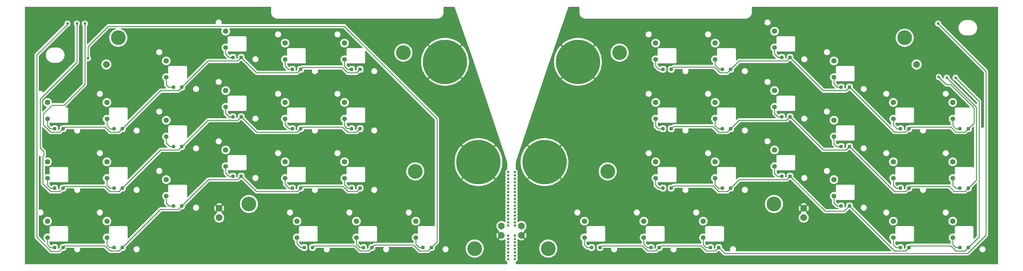
<source format=gbl>
G04 #@! TF.GenerationSoftware,KiCad,Pcbnew,7.0.5-0*
G04 #@! TF.CreationDate,2023-06-04T16:05:39+02:00*
G04 #@! TF.ProjectId,kbd,6b62642e-6b69-4636-9164-5f7063625858,v1.0.0*
G04 #@! TF.SameCoordinates,Original*
G04 #@! TF.FileFunction,Copper,L2,Bot*
G04 #@! TF.FilePolarity,Positive*
%FSLAX46Y46*%
G04 Gerber Fmt 4.6, Leading zero omitted, Abs format (unit mm)*
G04 Created by KiCad (PCBNEW 7.0.5-0) date 2023-06-04 16:05:39*
%MOMM*%
%LPD*%
G01*
G04 APERTURE LIST*
G04 Aperture macros list*
%AMRoundRect*
0 Rectangle with rounded corners*
0 $1 Rounding radius*
0 $2 $3 $4 $5 $6 $7 $8 $9 X,Y pos of 4 corners*
0 Add a 4 corners polygon primitive as box body*
4,1,4,$2,$3,$4,$5,$6,$7,$8,$9,$2,$3,0*
0 Add four circle primitives for the rounded corners*
1,1,$1+$1,$2,$3*
1,1,$1+$1,$4,$5*
1,1,$1+$1,$6,$7*
1,1,$1+$1,$8,$9*
0 Add four rect primitives between the rounded corners*
20,1,$1+$1,$2,$3,$4,$5,0*
20,1,$1+$1,$4,$5,$6,$7,0*
20,1,$1+$1,$6,$7,$8,$9,0*
20,1,$1+$1,$8,$9,$2,$3,0*%
G04 Aperture macros list end*
G04 #@! TA.AperFunction,ComponentPad*
%ADD10C,0.600000*%
G04 #@! TD*
G04 #@! TA.AperFunction,ComponentPad*
%ADD11C,1.600000*%
G04 #@! TD*
G04 #@! TA.AperFunction,ComponentPad*
%ADD12C,1.400000*%
G04 #@! TD*
G04 #@! TA.AperFunction,ComponentPad*
%ADD13C,2.000000*%
G04 #@! TD*
G04 #@! TA.AperFunction,ComponentPad*
%ADD14C,0.700000*%
G04 #@! TD*
G04 #@! TA.AperFunction,ComponentPad*
%ADD15C,4.400000*%
G04 #@! TD*
G04 #@! TA.AperFunction,ComponentPad*
%ADD16C,13.300000*%
G04 #@! TD*
G04 #@! TA.AperFunction,SMDPad,CuDef*
%ADD17RoundRect,0.250000X0.250000X0.250000X-0.250000X0.250000X-0.250000X-0.250000X0.250000X-0.250000X0*%
G04 #@! TD*
G04 #@! TA.AperFunction,ViaPad*
%ADD18C,0.800000*%
G04 #@! TD*
G04 #@! TA.AperFunction,Conductor*
%ADD19C,0.250000*%
G04 #@! TD*
G04 APERTURE END LIST*
D10*
G04 #@! TO.P,REF\u002A\u002A,1*
G04 #@! TO.N,GND*
X171080000Y-79230000D03*
G04 #@! TD*
G04 #@! TO.P,REF\u002A\u002A,1*
G04 #@! TO.N,GND*
X353010000Y-61460000D03*
G04 #@! TD*
D11*
G04 #@! TO.P,S13,1*
G04 #@! TO.N,P4*
X167679992Y-79369836D03*
D12*
G04 #@! TO.P,S13,2*
G04 #@! TO.N,index_bottom*
X167679992Y-84269836D03*
G04 #@! TD*
D11*
G04 #@! TO.P,S14,1*
G04 #@! TO.N,P4*
X167679992Y-61599836D03*
D12*
G04 #@! TO.P,S14,2*
G04 #@! TO.N,index_home*
X167679992Y-66499836D03*
G04 #@! TD*
D10*
G04 #@! TO.P,REF\u002A\u002A,1*
G04 #@! TO.N,GND*
X192404000Y-97000000D03*
G04 #@! TD*
D13*
G04 #@! TO.P,REF\u002A\u002A,1*
G04 #@! TO.N,GND*
X232390000Y-101400000D03*
G04 #@! TD*
D14*
G04 #@! TO.P,_67,1*
G04 #@! TO.N,N/C*
X155234370Y-92003500D03*
X155711678Y-90851178D03*
X155711678Y-93155822D03*
X156864000Y-90373870D03*
D15*
X156864000Y-92003500D03*
D14*
X156864000Y-93633130D03*
X158016322Y-90851178D03*
X158016322Y-93155822D03*
X158493630Y-92003500D03*
G04 #@! TD*
D11*
G04 #@! TO.P,S34,1*
G04 #@! TO.N,P4_mirror*
X296299992Y-79369836D03*
D12*
G04 #@! TO.P,S34,2*
G04 #@! TO.N,mirror_index_bottom*
X296299992Y-84269836D03*
G04 #@! TD*
D16*
G04 #@! TO.P,_76,1*
G04 #@! TO.N,GND*
X255275000Y-49460000D03*
G04 #@! TD*
D11*
G04 #@! TO.P,S6,1*
G04 #@! TO.N,P1*
X114369992Y-61599836D03*
D12*
G04 #@! TO.P,S6,2*
G04 #@! TO.N,pinky_top*
X114369992Y-66499836D03*
G04 #@! TD*
D10*
G04 #@! TO.P,REF\u002A\u002A,1*
G04 #@! TO.N,GND*
X281930000Y-79230000D03*
G04 #@! TD*
D11*
G04 #@! TO.P,S7,1*
G04 #@! TO.N,P2*
X132139992Y-84700836D03*
D12*
G04 #@! TO.P,S7,2*
G04 #@! TO.N,ring_bottom*
X132139992Y-89600836D03*
G04 #@! TD*
D10*
G04 #@! TO.P,REF\u002A\u002A,1*
G04 #@! TO.N,GND*
X317470000Y-40136000D03*
G04 #@! TD*
D11*
G04 #@! TO.P,S19,1*
G04 #@! TO.N,P3*
X171233992Y-97139836D03*
D12*
G04 #@! TO.P,S19,2*
G04 #@! TO.N,alpha_cluster*
X171233992Y-102039836D03*
G04 #@! TD*
D16*
G04 #@! TO.P,_75,1*
G04 #@! TO.N,GND*
X245275000Y-79460000D03*
G04 #@! TD*
D10*
G04 #@! TO.P,REF\u002A\u002A,1*
G04 #@! TO.N,GND*
X135540000Y-84561000D03*
G04 #@! TD*
G04 #@! TO.P,REF\u002A\u002A,1*
G04 #@! TO.N,GND*
X335240000Y-49021000D03*
G04 #@! TD*
D14*
G04 #@! TO.P,_71,1*
G04 #@! TO.N,N/C*
X351380370Y-42247500D03*
X351857678Y-41095178D03*
X351857678Y-43399822D03*
X353010000Y-40617870D03*
D15*
X353010000Y-42247500D03*
D14*
X353010000Y-43877130D03*
X354162322Y-41095178D03*
X354162322Y-43399822D03*
X354639630Y-42247500D03*
G04 #@! TD*
D11*
G04 #@! TO.P,S9,1*
G04 #@! TO.N,P2*
X132139992Y-49160836D03*
D12*
G04 #@! TO.P,S9,2*
G04 #@! TO.N,ring_top*
X132139992Y-54060836D03*
G04 #@! TD*
D11*
G04 #@! TO.P,S1,1*
G04 #@! TO.N,P0*
X96599992Y-97139836D03*
D12*
G04 #@! TO.P,S1,2*
G04 #@! TO.N,outer_bottom*
X96599992Y-102039836D03*
G04 #@! TD*
D13*
G04 #@! TO.P,REF\u002A\u002A,1*
G04 #@! TO.N,BAT_VCC*
X147979000Y-96069000D03*
G04 #@! TD*
D11*
G04 #@! TO.P,S11,1*
G04 #@! TO.N,P3*
X149909992Y-58045836D03*
D12*
G04 #@! TO.P,S11,2*
G04 #@! TO.N,middle_home*
X149909992Y-62945836D03*
G04 #@! TD*
D11*
G04 #@! TO.P,S22,1*
G04 #@! TO.N,P0_mirror*
X367379992Y-97139836D03*
D12*
G04 #@! TO.P,S22,2*
G04 #@! TO.N,mirror_outer_bottom*
X367379992Y-102039836D03*
G04 #@! TD*
D11*
G04 #@! TO.P,S36,1*
G04 #@! TO.N,P4_mirror*
X296299992Y-43829836D03*
D12*
G04 #@! TO.P,S36,2*
G04 #@! TO.N,mirror_index_top*
X296299992Y-48729836D03*
G04 #@! TD*
D10*
G04 #@! TO.P,REF\u002A\u002A,1*
G04 #@! TO.N,GND*
X278376000Y-97000000D03*
G04 #@! TD*
D11*
G04 #@! TO.P,S12,1*
G04 #@! TO.N,P3*
X149909992Y-40275836D03*
D12*
G04 #@! TO.P,S12,2*
G04 #@! TO.N,middle_top*
X149909992Y-45175836D03*
G04 #@! TD*
D11*
G04 #@! TO.P,S40,1*
G04 #@! TO.N,P3_mirror*
X292745992Y-97139836D03*
D12*
G04 #@! TO.P,S40,2*
G04 #@! TO.N,mirror_alpha_cluster*
X292745992Y-102039836D03*
G04 #@! TD*
D10*
G04 #@! TO.P,REF\u002A\u002A,1*
G04 #@! TO.N,GND*
X135540000Y-49021000D03*
G04 #@! TD*
D13*
G04 #@! TO.P,REF\u002A\u002A,1*
G04 #@! TO.N,RAW*
X232390000Y-98600000D03*
G04 #@! TD*
D11*
G04 #@! TO.P,S3,1*
G04 #@! TO.N,P0*
X96599992Y-61599836D03*
D12*
G04 #@! TO.P,S3,2*
G04 #@! TO.N,outer_top*
X96599992Y-66499836D03*
G04 #@! TD*
D10*
G04 #@! TO.P,REF\u002A\u002A,1*
G04 #@! TO.N,GND*
X299700000Y-79230000D03*
G04 #@! TD*
D11*
G04 #@! TO.P,S15,1*
G04 #@! TO.N,P4*
X167679992Y-43829836D03*
D12*
G04 #@! TO.P,S15,2*
G04 #@! TO.N,index_top*
X167679992Y-48729836D03*
G04 #@! TD*
D11*
G04 #@! TO.P,S5,1*
G04 #@! TO.N,P1*
X114369992Y-79369836D03*
D12*
G04 #@! TO.P,S5,2*
G04 #@! TO.N,pinky_home*
X114369992Y-84269836D03*
G04 #@! TD*
D10*
G04 #@! TO.P,REF\u002A\u002A,1*
G04 #@! TO.N,GND*
X171080000Y-61460000D03*
G04 #@! TD*
D14*
G04 #@! TO.P,,*
G04 #@! TO.N,*
X234390000Y-101460000D03*
X234390000Y-102460000D03*
X234390000Y-103460000D03*
X234390000Y-104460000D03*
X234390000Y-105460000D03*
X234390000Y-106460000D03*
X234390000Y-107460000D03*
X234390000Y-108460000D03*
X236390000Y-101460000D03*
X236390000Y-102460000D03*
X236390000Y-103460000D03*
X236390000Y-104460000D03*
X236390000Y-105460000D03*
X236390000Y-106460000D03*
X236390000Y-107460000D03*
X236390000Y-108460000D03*
G04 #@! TD*
D10*
G04 #@! TO.P,REF\u002A\u002A,1*
G04 #@! TO.N,GND*
X296146000Y-97000000D03*
G04 #@! TD*
G04 #@! TO.P,REF\u002A\u002A,1*
G04 #@! TO.N,GND*
X281930000Y-43690000D03*
G04 #@! TD*
D11*
G04 #@! TO.P,S10,1*
G04 #@! TO.N,P3*
X149909992Y-75815836D03*
D12*
G04 #@! TO.P,S10,2*
G04 #@! TO.N,middle_bottom*
X149909992Y-80715836D03*
G04 #@! TD*
D10*
G04 #@! TO.P,REF\u002A\u002A,1*
G04 #@! TO.N,GND*
X370780000Y-61460000D03*
G04 #@! TD*
D16*
G04 #@! TO.P,_73,1*
G04 #@! TO.N,GND*
X225505000Y-79460000D03*
G04 #@! TD*
D11*
G04 #@! TO.P,S30,1*
G04 #@! TO.N,P2_mirror*
X331839992Y-49160836D03*
D12*
G04 #@! TO.P,S30,2*
G04 #@! TO.N,mirror_ring_top*
X331839992Y-54060836D03*
G04 #@! TD*
D11*
G04 #@! TO.P,S20,1*
G04 #@! TO.N,P4*
X189003992Y-97139836D03*
D12*
G04 #@! TO.P,S20,2*
G04 #@! TO.N,beta_cluster*
X189003992Y-102039836D03*
G04 #@! TD*
D11*
G04 #@! TO.P,S42,1*
G04 #@! TO.N,P5_mirror*
X257205992Y-97139836D03*
D12*
G04 #@! TO.P,S42,2*
G04 #@! TO.N,mirror_gamma_cluster*
X257205992Y-102039836D03*
G04 #@! TD*
D10*
G04 #@! TO.P,REF\u002A\u002A,1*
G04 #@! TO.N,GND*
X188850000Y-43690000D03*
G04 #@! TD*
D11*
G04 #@! TO.P,S28,1*
G04 #@! TO.N,P2_mirror*
X331839992Y-84700836D03*
D12*
G04 #@! TO.P,S28,2*
G04 #@! TO.N,mirror_ring_bottom*
X331839992Y-89600836D03*
G04 #@! TD*
D11*
G04 #@! TO.P,S33,1*
G04 #@! TO.N,P3_mirror*
X314069992Y-40275836D03*
D12*
G04 #@! TO.P,S33,2*
G04 #@! TO.N,mirror_middle_top*
X314069992Y-45175836D03*
G04 #@! TD*
D14*
G04 #@! TO.P,_72,1*
G04 #@! TO.N,N/C*
X312286370Y-92003500D03*
X312763678Y-90851178D03*
X312763678Y-93155822D03*
X313916000Y-90373870D03*
D15*
X313916000Y-92003500D03*
D14*
X313916000Y-93633130D03*
X315068322Y-90851178D03*
X315068322Y-93155822D03*
X315545630Y-92003500D03*
G04 #@! TD*
D13*
G04 #@! TO.P,REF\u002A\u002A,1*
G04 #@! TO.N,BAT_VCC_MIRROR*
X322801000Y-96069000D03*
G04 #@! TD*
D14*
G04 #@! TO.P,_69,1*
G04 #@! TO.N,N/C*
X266084370Y-46690000D03*
X266561678Y-45537678D03*
X266561678Y-47842322D03*
X267714000Y-45060370D03*
D15*
X267714000Y-46690000D03*
D14*
X267714000Y-48319630D03*
X268866322Y-45537678D03*
X268866322Y-47842322D03*
X269343630Y-46690000D03*
G04 #@! TD*
D11*
G04 #@! TO.P,S32,1*
G04 #@! TO.N,P3_mirror*
X314069992Y-58045836D03*
D12*
G04 #@! TO.P,S32,2*
G04 #@! TO.N,mirror_middle_home*
X314069992Y-62945836D03*
G04 #@! TD*
D10*
G04 #@! TO.P,REF\u002A\u002A,1*
G04 #@! TO.N,GND*
X135540000Y-66791000D03*
G04 #@! TD*
G04 #@! TO.P,REF\u002A\u002A,1*
G04 #@! TO.N,GND*
X153310000Y-57906000D03*
G04 #@! TD*
G04 #@! TO.P,REF\u002A\u002A,1*
G04 #@! TO.N,GND*
X353010000Y-97000000D03*
G04 #@! TD*
D11*
G04 #@! TO.P,S25,1*
G04 #@! TO.N,P1_mirror*
X349609992Y-97139836D03*
D12*
G04 #@! TO.P,S25,2*
G04 #@! TO.N,mirror_pinky_bottom*
X349609992Y-102039836D03*
G04 #@! TD*
D10*
G04 #@! TO.P,REF\u002A\u002A,1*
G04 #@! TO.N,GND*
X210174000Y-97000000D03*
G04 #@! TD*
G04 #@! TO.P,REF\u002A\u002A,1*
G04 #@! TO.N,GND*
X317470000Y-75676000D03*
G04 #@! TD*
D13*
G04 #@! TO.P,REF\u002A\u002A,1*
G04 #@! TO.N,GND*
X147979000Y-93269000D03*
G04 #@! TD*
D11*
G04 #@! TO.P,S4,1*
G04 #@! TO.N,P1*
X114369992Y-97139836D03*
D12*
G04 #@! TO.P,S4,2*
G04 #@! TO.N,pinky_bottom*
X114369992Y-102039836D03*
G04 #@! TD*
D10*
G04 #@! TO.P,REF\u002A\u002A,1*
G04 #@! TO.N,GND*
X317470000Y-57906000D03*
G04 #@! TD*
D13*
G04 #@! TO.P,REF\u002A\u002A,1*
G04 #@! TO.N,RAW*
X238390000Y-98600000D03*
G04 #@! TD*
D10*
G04 #@! TO.P,REF\u002A\u002A,1*
G04 #@! TO.N,GND*
X117770000Y-61460000D03*
G04 #@! TD*
D11*
G04 #@! TO.P,S21,1*
G04 #@! TO.N,P5*
X206773992Y-97139836D03*
D12*
G04 #@! TO.P,S21,2*
G04 #@! TO.N,gamma_cluster*
X206773992Y-102039836D03*
G04 #@! TD*
D10*
G04 #@! TO.P,REF\u002A\u002A,1*
G04 #@! TO.N,GND*
X370780000Y-97000000D03*
G04 #@! TD*
G04 #@! TO.P,REF\u002A\u002A,1*
G04 #@! TO.N,GND*
X100000000Y-61460000D03*
G04 #@! TD*
D14*
G04 #@! TO.P,_68,1*
G04 #@! TO.N,N/C*
X262530370Y-82230000D03*
X263007678Y-81077678D03*
X263007678Y-83382322D03*
X264160000Y-80600370D03*
D15*
X264160000Y-82230000D03*
D14*
X264160000Y-83859630D03*
X265312322Y-81077678D03*
X265312322Y-83382322D03*
X265789630Y-82230000D03*
G04 #@! TD*
D10*
G04 #@! TO.P,REF\u002A\u002A,1*
G04 #@! TO.N,GND*
X188850000Y-61460000D03*
G04 #@! TD*
D14*
G04 #@! TO.P,_64,1*
G04 #@! TO.N,N/C*
X201436370Y-46690000D03*
X201913678Y-45537678D03*
X201913678Y-47842322D03*
X203066000Y-45060370D03*
D15*
X203066000Y-46690000D03*
D14*
X203066000Y-48319630D03*
X204218322Y-45537678D03*
X204218322Y-47842322D03*
X204695630Y-46690000D03*
G04 #@! TD*
D16*
G04 #@! TO.P,_74,1*
G04 #@! TO.N,GND*
X215505000Y-49460000D03*
G04 #@! TD*
D10*
G04 #@! TO.P,REF\u002A\u002A,1*
G04 #@! TO.N,GND*
X353010000Y-79230000D03*
G04 #@! TD*
D14*
G04 #@! TO.P,,*
G04 #@! TO.N,*
X234390000Y-82460000D03*
X234390000Y-83460000D03*
X234390000Y-84460000D03*
X234390000Y-85460000D03*
X234390000Y-86460000D03*
X234390000Y-87460000D03*
X234390000Y-88460000D03*
X234390000Y-89460000D03*
X234390000Y-90460000D03*
X234390000Y-91460000D03*
X234390000Y-92460000D03*
X234390000Y-93460000D03*
X234390000Y-94460000D03*
X234390000Y-95460000D03*
X234390000Y-96460000D03*
X234390000Y-97460000D03*
X234390000Y-98460000D03*
X236390000Y-82460000D03*
X236390000Y-83460000D03*
X236390000Y-84460000D03*
X236390000Y-85460000D03*
X236390000Y-86460000D03*
X236390000Y-87460000D03*
X236390000Y-88460000D03*
X236390000Y-89460000D03*
X236390000Y-90460000D03*
X236390000Y-91460000D03*
X236390000Y-92460000D03*
X236390000Y-93460000D03*
X236390000Y-94460000D03*
X236390000Y-95460000D03*
X236390000Y-96460000D03*
X236390000Y-97460000D03*
X236390000Y-98460000D03*
G04 #@! TD*
D10*
G04 #@! TO.P,REF\u002A\u002A,1*
G04 #@! TO.N,GND*
X153310000Y-40136000D03*
G04 #@! TD*
D11*
G04 #@! TO.P,S16,1*
G04 #@! TO.N,P5*
X185449992Y-79369836D03*
D12*
G04 #@! TO.P,S16,2*
G04 #@! TO.N,inner_bottom*
X185449992Y-84269836D03*
G04 #@! TD*
D14*
G04 #@! TO.P,_66,1*
G04 #@! TO.N,N/C*
X116140370Y-42247500D03*
X116617678Y-41095178D03*
X116617678Y-43399822D03*
X117770000Y-40617870D03*
D15*
X117770000Y-42247500D03*
D14*
X117770000Y-43877130D03*
X118922322Y-41095178D03*
X118922322Y-43399822D03*
X119399630Y-42247500D03*
G04 #@! TD*
D13*
G04 #@! TO.P,REF\u002A\u002A,1*
G04 #@! TO.N,GND*
X238390000Y-101400000D03*
G04 #@! TD*
D11*
G04 #@! TO.P,S41,1*
G04 #@! TO.N,P4_mirror*
X274975992Y-97139836D03*
D12*
G04 #@! TO.P,S41,2*
G04 #@! TO.N,mirror_beta_cluster*
X274975992Y-102039836D03*
G04 #@! TD*
D14*
G04 #@! TO.P,_70,1*
G04 #@! TO.N,N/C*
X244760370Y-105331000D03*
X245237678Y-104178678D03*
X245237678Y-106483322D03*
X246390000Y-103701370D03*
D15*
X246390000Y-105331000D03*
D14*
X246390000Y-106960630D03*
X247542322Y-104178678D03*
X247542322Y-106483322D03*
X248019630Y-105331000D03*
G04 #@! TD*
D10*
G04 #@! TO.P,REF\u002A\u002A,1*
G04 #@! TO.N,GND*
X335240000Y-84561000D03*
G04 #@! TD*
G04 #@! TO.P,REF\u002A\u002A,1*
G04 #@! TO.N,GND*
X100000000Y-97000000D03*
G04 #@! TD*
G04 #@! TO.P,REF\u002A\u002A,1*
G04 #@! TO.N,GND*
X281930000Y-61460000D03*
G04 #@! TD*
G04 #@! TO.P,REF\u002A\u002A,1*
G04 #@! TO.N,GND*
X117770000Y-97000000D03*
G04 #@! TD*
D11*
G04 #@! TO.P,S23,1*
G04 #@! TO.N,P0_mirror*
X367379992Y-79369836D03*
D12*
G04 #@! TO.P,S23,2*
G04 #@! TO.N,mirror_outer_home*
X367379992Y-84269836D03*
G04 #@! TD*
D10*
G04 #@! TO.P,REF\u002A\u002A,1*
G04 #@! TO.N,GND*
X370780000Y-79230000D03*
G04 #@! TD*
D11*
G04 #@! TO.P,S2,1*
G04 #@! TO.N,P0*
X96599992Y-79369836D03*
D12*
G04 #@! TO.P,S2,2*
G04 #@! TO.N,outer_home*
X96599992Y-84269836D03*
G04 #@! TD*
D10*
G04 #@! TO.P,REF\u002A\u002A,1*
G04 #@! TO.N,GND*
X171080000Y-43690000D03*
G04 #@! TD*
G04 #@! TO.P,REF\u002A\u002A,1*
G04 #@! TO.N,GND*
X260606000Y-97000000D03*
G04 #@! TD*
G04 #@! TO.P,REF\u002A\u002A,1*
G04 #@! TO.N,GND*
X117770000Y-79230000D03*
G04 #@! TD*
D13*
G04 #@! TO.P,REF\u002A\u002A,1*
G04 #@! TO.N,BAT_VCC*
X114216000Y-50244000D03*
G04 #@! TD*
D10*
G04 #@! TO.P,REF\u002A\u002A,1*
G04 #@! TO.N,GND*
X153310000Y-75676000D03*
G04 #@! TD*
D11*
G04 #@! TO.P,S38,1*
G04 #@! TO.N,P5_mirror*
X278529992Y-61599836D03*
D12*
G04 #@! TO.P,S38,2*
G04 #@! TO.N,mirror_inner_home*
X278529992Y-66499836D03*
G04 #@! TD*
D13*
G04 #@! TO.P,REF\u002A\u002A,1*
G04 #@! TO.N,BAT_VCC_MIRROR*
X356564000Y-50244000D03*
G04 #@! TD*
D11*
G04 #@! TO.P,S27,1*
G04 #@! TO.N,P1_mirror*
X349609992Y-61599836D03*
D12*
G04 #@! TO.P,S27,2*
G04 #@! TO.N,mirror_pinky_top*
X349609992Y-66499836D03*
G04 #@! TD*
D11*
G04 #@! TO.P,S8,1*
G04 #@! TO.N,P2*
X132139992Y-66930836D03*
D12*
G04 #@! TO.P,S8,2*
G04 #@! TO.N,ring_home*
X132139992Y-71830836D03*
G04 #@! TD*
D11*
G04 #@! TO.P,S29,1*
G04 #@! TO.N,P2_mirror*
X331839992Y-66930836D03*
D12*
G04 #@! TO.P,S29,2*
G04 #@! TO.N,mirror_ring_home*
X331839992Y-71830836D03*
G04 #@! TD*
D10*
G04 #@! TO.P,REF\u002A\u002A,1*
G04 #@! TO.N,GND*
X299700000Y-43690000D03*
G04 #@! TD*
D11*
G04 #@! TO.P,S35,1*
G04 #@! TO.N,P4_mirror*
X296299992Y-61599836D03*
D12*
G04 #@! TO.P,S35,2*
G04 #@! TO.N,mirror_index_home*
X296299992Y-66499836D03*
G04 #@! TD*
D10*
G04 #@! TO.P,REF\u002A\u002A,1*
G04 #@! TO.N,GND*
X100000000Y-79230000D03*
G04 #@! TD*
D11*
G04 #@! TO.P,S24,1*
G04 #@! TO.N,P0_mirror*
X367379992Y-61599836D03*
D12*
G04 #@! TO.P,S24,2*
G04 #@! TO.N,mirror_outer_top*
X367379992Y-66499836D03*
G04 #@! TD*
D11*
G04 #@! TO.P,S37,1*
G04 #@! TO.N,P5_mirror*
X278529992Y-79369836D03*
D12*
G04 #@! TO.P,S37,2*
G04 #@! TO.N,mirror_inner_bottom*
X278529992Y-84269836D03*
G04 #@! TD*
D14*
G04 #@! TO.P,_65,1*
G04 #@! TO.N,N/C*
X222760370Y-105331000D03*
X223237678Y-104178678D03*
X223237678Y-106483322D03*
X224390000Y-103701370D03*
D15*
X224390000Y-105331000D03*
D14*
X224390000Y-106960630D03*
X225542322Y-104178678D03*
X225542322Y-106483322D03*
X226019630Y-105331000D03*
G04 #@! TD*
D11*
G04 #@! TO.P,S39,1*
G04 #@! TO.N,P5_mirror*
X278529992Y-43829836D03*
D12*
G04 #@! TO.P,S39,2*
G04 #@! TO.N,mirror_inner_top*
X278529992Y-48729836D03*
G04 #@! TD*
D11*
G04 #@! TO.P,S26,1*
G04 #@! TO.N,P1_mirror*
X349609992Y-79369836D03*
D12*
G04 #@! TO.P,S26,2*
G04 #@! TO.N,mirror_pinky_home*
X349609992Y-84269836D03*
G04 #@! TD*
D10*
G04 #@! TO.P,REF\u002A\u002A,1*
G04 #@! TO.N,GND*
X188850000Y-79230000D03*
G04 #@! TD*
D11*
G04 #@! TO.P,S18,1*
G04 #@! TO.N,P5*
X185449992Y-43829836D03*
D12*
G04 #@! TO.P,S18,2*
G04 #@! TO.N,inner_top*
X185449992Y-48729836D03*
G04 #@! TD*
D10*
G04 #@! TO.P,REF\u002A\u002A,1*
G04 #@! TO.N,GND*
X174634000Y-97000000D03*
G04 #@! TD*
G04 #@! TO.P,REF\u002A\u002A,1*
G04 #@! TO.N,GND*
X299700000Y-61460000D03*
G04 #@! TD*
G04 #@! TO.P,REF\u002A\u002A,1*
G04 #@! TO.N,GND*
X335240000Y-66791000D03*
G04 #@! TD*
D11*
G04 #@! TO.P,S17,1*
G04 #@! TO.N,P5*
X185449992Y-61599836D03*
D12*
G04 #@! TO.P,S17,2*
G04 #@! TO.N,inner_home*
X185449992Y-66499836D03*
G04 #@! TD*
D11*
G04 #@! TO.P,S31,1*
G04 #@! TO.N,P3_mirror*
X314069992Y-75815836D03*
D12*
G04 #@! TO.P,S31,2*
G04 #@! TO.N,mirror_middle_bottom*
X314069992Y-80715836D03*
G04 #@! TD*
D14*
G04 #@! TO.P,_63,1*
G04 #@! TO.N,N/C*
X204990370Y-82230000D03*
X205467678Y-81077678D03*
X205467678Y-83382322D03*
X206620000Y-80600370D03*
D15*
X206620000Y-82230000D03*
D14*
X206620000Y-83859630D03*
X207772322Y-81077678D03*
X207772322Y-83382322D03*
X208249630Y-82230000D03*
G04 #@! TD*
D13*
G04 #@! TO.P,REF\u002A\u002A,1*
G04 #@! TO.N,GND*
X322801000Y-93269000D03*
G04 #@! TD*
D17*
G04 #@! TO.P,D33,1*
G04 #@! TO.N,P7_mirror*
X318720000Y-48136000D03*
G04 #@! TO.P,D33,2*
G04 #@! TO.N,mirror_middle_top*
X316220000Y-48136000D03*
G04 #@! TD*
G04 #@! TO.P,D5,1*
G04 #@! TO.N,P8*
X119020000Y-87230000D03*
G04 #@! TO.P,D5,2*
G04 #@! TO.N,pinky_home*
X116520000Y-87230000D03*
G04 #@! TD*
G04 #@! TO.P,D3,1*
G04 #@! TO.N,P7*
X101250000Y-69460000D03*
G04 #@! TO.P,D3,2*
G04 #@! TO.N,outer_top*
X98750000Y-69460000D03*
G04 #@! TD*
G04 #@! TO.P,D7,1*
G04 #@! TO.N,P9*
X136790000Y-92561000D03*
G04 #@! TO.P,D7,2*
G04 #@! TO.N,ring_bottom*
X134290000Y-92561000D03*
G04 #@! TD*
G04 #@! TO.P,D20,1*
G04 #@! TO.N,P6*
X193654000Y-105000000D03*
G04 #@! TO.P,D20,2*
G04 #@! TO.N,beta_cluster*
X191154000Y-105000000D03*
G04 #@! TD*
G04 #@! TO.P,D27,1*
G04 #@! TO.N,P7_mirror*
X354260000Y-69460000D03*
G04 #@! TO.P,D27,2*
G04 #@! TO.N,mirror_pinky_top*
X351760000Y-69460000D03*
G04 #@! TD*
G04 #@! TO.P,D18,1*
G04 #@! TO.N,P7*
X190100000Y-51690000D03*
G04 #@! TO.P,D18,2*
G04 #@! TO.N,inner_top*
X187600000Y-51690000D03*
G04 #@! TD*
G04 #@! TO.P,D35,1*
G04 #@! TO.N,P8_mirror*
X300950000Y-69460000D03*
G04 #@! TO.P,D35,2*
G04 #@! TO.N,mirror_index_home*
X298450000Y-69460000D03*
G04 #@! TD*
G04 #@! TO.P,D31,1*
G04 #@! TO.N,P9_mirror*
X318720000Y-83676000D03*
G04 #@! TO.P,D31,2*
G04 #@! TO.N,mirror_middle_bottom*
X316220000Y-83676000D03*
G04 #@! TD*
G04 #@! TO.P,D15,1*
G04 #@! TO.N,P7*
X172330000Y-51690000D03*
G04 #@! TO.P,D15,2*
G04 #@! TO.N,index_top*
X169830000Y-51690000D03*
G04 #@! TD*
G04 #@! TO.P,D24,1*
G04 #@! TO.N,P7_mirror*
X372030000Y-69460000D03*
G04 #@! TO.P,D24,2*
G04 #@! TO.N,mirror_outer_top*
X369530000Y-69460000D03*
G04 #@! TD*
G04 #@! TO.P,D16,1*
G04 #@! TO.N,P9*
X190100000Y-87230000D03*
G04 #@! TO.P,D16,2*
G04 #@! TO.N,inner_bottom*
X187600000Y-87230000D03*
G04 #@! TD*
G04 #@! TO.P,D9,1*
G04 #@! TO.N,P7*
X136790000Y-57021000D03*
G04 #@! TO.P,D9,2*
G04 #@! TO.N,ring_top*
X134290000Y-57021000D03*
G04 #@! TD*
G04 #@! TO.P,D34,1*
G04 #@! TO.N,P9_mirror*
X300950000Y-87230000D03*
G04 #@! TO.P,D34,2*
G04 #@! TO.N,mirror_index_bottom*
X298450000Y-87230000D03*
G04 #@! TD*
G04 #@! TO.P,D23,1*
G04 #@! TO.N,P8_mirror*
X372030000Y-87230000D03*
G04 #@! TO.P,D23,2*
G04 #@! TO.N,mirror_outer_home*
X369530000Y-87230000D03*
G04 #@! TD*
G04 #@! TO.P,D8,1*
G04 #@! TO.N,P8*
X136790000Y-74791000D03*
G04 #@! TO.P,D8,2*
G04 #@! TO.N,ring_home*
X134290000Y-74791000D03*
G04 #@! TD*
G04 #@! TO.P,D21,1*
G04 #@! TO.N,P6*
X211424000Y-105000000D03*
G04 #@! TO.P,D21,2*
G04 #@! TO.N,gamma_cluster*
X208924000Y-105000000D03*
G04 #@! TD*
G04 #@! TO.P,D13,1*
G04 #@! TO.N,P9*
X172330000Y-87230000D03*
G04 #@! TO.P,D13,2*
G04 #@! TO.N,index_bottom*
X169830000Y-87230000D03*
G04 #@! TD*
G04 #@! TO.P,D1,1*
G04 #@! TO.N,P9*
X101250000Y-105000000D03*
G04 #@! TO.P,D1,2*
G04 #@! TO.N,outer_bottom*
X98750000Y-105000000D03*
G04 #@! TD*
G04 #@! TO.P,D4,1*
G04 #@! TO.N,P9*
X119020000Y-105000000D03*
G04 #@! TO.P,D4,2*
G04 #@! TO.N,pinky_bottom*
X116520000Y-105000000D03*
G04 #@! TD*
G04 #@! TO.P,D6,1*
G04 #@! TO.N,P7*
X119020000Y-69460000D03*
G04 #@! TO.P,D6,2*
G04 #@! TO.N,pinky_top*
X116520000Y-69460000D03*
G04 #@! TD*
G04 #@! TO.P,D14,1*
G04 #@! TO.N,P8*
X172330000Y-69460000D03*
G04 #@! TO.P,D14,2*
G04 #@! TO.N,index_home*
X169830000Y-69460000D03*
G04 #@! TD*
G04 #@! TO.P,D29,1*
G04 #@! TO.N,P8_mirror*
X336490000Y-74791000D03*
G04 #@! TO.P,D29,2*
G04 #@! TO.N,mirror_ring_home*
X333990000Y-74791000D03*
G04 #@! TD*
G04 #@! TO.P,D25,1*
G04 #@! TO.N,P9_mirror*
X354260000Y-105000000D03*
G04 #@! TO.P,D25,2*
G04 #@! TO.N,mirror_pinky_bottom*
X351760000Y-105000000D03*
G04 #@! TD*
G04 #@! TO.P,D30,1*
G04 #@! TO.N,P7_mirror*
X336490000Y-57021000D03*
G04 #@! TO.P,D30,2*
G04 #@! TO.N,mirror_ring_top*
X333990000Y-57021000D03*
G04 #@! TD*
G04 #@! TO.P,D22,1*
G04 #@! TO.N,P9_mirror*
X372030000Y-105000000D03*
G04 #@! TO.P,D22,2*
G04 #@! TO.N,mirror_outer_bottom*
X369530000Y-105000000D03*
G04 #@! TD*
G04 #@! TO.P,D32,1*
G04 #@! TO.N,P8_mirror*
X318720000Y-65906000D03*
G04 #@! TO.P,D32,2*
G04 #@! TO.N,mirror_middle_home*
X316220000Y-65906000D03*
G04 #@! TD*
G04 #@! TO.P,D10,1*
G04 #@! TO.N,P9*
X154560000Y-83676000D03*
G04 #@! TO.P,D10,2*
G04 #@! TO.N,middle_bottom*
X152060000Y-83676000D03*
G04 #@! TD*
G04 #@! TO.P,D19,1*
G04 #@! TO.N,P6*
X175884000Y-105000000D03*
G04 #@! TO.P,D19,2*
G04 #@! TO.N,alpha_cluster*
X173384000Y-105000000D03*
G04 #@! TD*
G04 #@! TO.P,D37,1*
G04 #@! TO.N,P9_mirror*
X283180000Y-87230000D03*
G04 #@! TO.P,D37,2*
G04 #@! TO.N,mirror_inner_bottom*
X280680000Y-87230000D03*
G04 #@! TD*
G04 #@! TO.P,D38,1*
G04 #@! TO.N,P8_mirror*
X283180000Y-69460000D03*
G04 #@! TO.P,D38,2*
G04 #@! TO.N,mirror_inner_home*
X280680000Y-69460000D03*
G04 #@! TD*
G04 #@! TO.P,D39,1*
G04 #@! TO.N,P7_mirror*
X283180000Y-51690000D03*
G04 #@! TO.P,D39,2*
G04 #@! TO.N,mirror_inner_top*
X280680000Y-51690000D03*
G04 #@! TD*
G04 #@! TO.P,D40,1*
G04 #@! TO.N,P6_mirror*
X297396000Y-105000000D03*
G04 #@! TO.P,D40,2*
G04 #@! TO.N,mirror_alpha_cluster*
X294896000Y-105000000D03*
G04 #@! TD*
G04 #@! TO.P,D26,1*
G04 #@! TO.N,P8_mirror*
X354260000Y-87230000D03*
G04 #@! TO.P,D26,2*
G04 #@! TO.N,mirror_pinky_home*
X351760000Y-87230000D03*
G04 #@! TD*
G04 #@! TO.P,D12,1*
G04 #@! TO.N,P7*
X154560000Y-48136000D03*
G04 #@! TO.P,D12,2*
G04 #@! TO.N,middle_top*
X152060000Y-48136000D03*
G04 #@! TD*
G04 #@! TO.P,D36,1*
G04 #@! TO.N,P7_mirror*
X300950000Y-51690000D03*
G04 #@! TO.P,D36,2*
G04 #@! TO.N,mirror_index_top*
X298450000Y-51690000D03*
G04 #@! TD*
G04 #@! TO.P,D2,1*
G04 #@! TO.N,P8*
X101250000Y-87230000D03*
G04 #@! TO.P,D2,2*
G04 #@! TO.N,outer_home*
X98750000Y-87230000D03*
G04 #@! TD*
G04 #@! TO.P,D42,1*
G04 #@! TO.N,P6_mirror*
X261856000Y-105000000D03*
G04 #@! TO.P,D42,2*
G04 #@! TO.N,mirror_gamma_cluster*
X259356000Y-105000000D03*
G04 #@! TD*
G04 #@! TO.P,D17,1*
G04 #@! TO.N,P8*
X190100000Y-69460000D03*
G04 #@! TO.P,D17,2*
G04 #@! TO.N,inner_home*
X187600000Y-69460000D03*
G04 #@! TD*
G04 #@! TO.P,D41,1*
G04 #@! TO.N,P6_mirror*
X279626000Y-105000000D03*
G04 #@! TO.P,D41,2*
G04 #@! TO.N,mirror_beta_cluster*
X277126000Y-105000000D03*
G04 #@! TD*
G04 #@! TO.P,D28,1*
G04 #@! TO.N,P9_mirror*
X336490000Y-92561000D03*
G04 #@! TO.P,D28,2*
G04 #@! TO.N,mirror_ring_bottom*
X333990000Y-92561000D03*
G04 #@! TD*
G04 #@! TO.P,D11,1*
G04 #@! TO.N,P8*
X154560000Y-65906000D03*
G04 #@! TO.P,D11,2*
G04 #@! TO.N,middle_home*
X152060000Y-65906000D03*
G04 #@! TD*
D18*
G04 #@! TO.N,P9*
X102600000Y-38000000D03*
G04 #@! TO.N,P8*
X105400000Y-38000000D03*
G04 #@! TO.N,P7*
X107800000Y-38000000D03*
G04 #@! TO.N,P6*
X108724500Y-48400000D03*
G04 #@! TO.N,P9_mirror*
X368200000Y-54200000D03*
G04 #@! TO.N,P8_mirror*
X365600000Y-54200000D03*
G04 #@! TO.N,P7_mirror*
X363200000Y-54000000D03*
G04 #@! TO.N,P6_mirror*
X363000000Y-38000000D03*
G04 #@! TD*
D19*
G04 #@! TO.N,outer_bottom*
X96599992Y-102039836D02*
X96599992Y-104199992D01*
X96599992Y-104199992D02*
X97400000Y-105000000D01*
X97400000Y-105000000D02*
X98750000Y-105000000D01*
G04 #@! TO.N,outer_home*
X97430000Y-87230000D02*
X98750000Y-87230000D01*
X96599992Y-84269836D02*
X96599992Y-86399992D01*
X96599992Y-86399992D02*
X97430000Y-87230000D01*
G04 #@! TO.N,outer_top*
X97460000Y-69460000D02*
X98750000Y-69460000D01*
X96599992Y-66499836D02*
X96599992Y-68599992D01*
X96599992Y-68599992D02*
X97460000Y-69460000D01*
G04 #@! TO.N,pinky_bottom*
X114369992Y-102039836D02*
X114369992Y-104169992D01*
X115200000Y-105000000D02*
X116520000Y-105000000D01*
X114369992Y-104169992D02*
X115200000Y-105000000D01*
G04 #@! TO.N,pinky_home*
X114369992Y-84269836D02*
X114369992Y-86369992D01*
X115230000Y-87230000D02*
X116520000Y-87230000D01*
X114369992Y-86369992D02*
X115230000Y-87230000D01*
G04 #@! TO.N,pinky_top*
X114369992Y-66499836D02*
X114369992Y-68569992D01*
X114369992Y-68569992D02*
X115260000Y-69460000D01*
X115260000Y-69460000D02*
X116520000Y-69460000D01*
G04 #@! TO.N,ring_bottom*
X132139992Y-91739992D02*
X132961000Y-92561000D01*
X132961000Y-92561000D02*
X134290000Y-92561000D01*
X132139992Y-89600836D02*
X132139992Y-91739992D01*
G04 #@! TO.N,ring_home*
X132139992Y-73739992D02*
X133191000Y-74791000D01*
X133191000Y-74791000D02*
X134290000Y-74791000D01*
X132139992Y-71830836D02*
X132139992Y-73739992D01*
G04 #@! TO.N,ring_top*
X132139992Y-56339992D02*
X132821000Y-57021000D01*
X132139992Y-54060836D02*
X132139992Y-56339992D01*
X132821000Y-57021000D02*
X134290000Y-57021000D01*
G04 #@! TO.N,middle_bottom*
X149909992Y-80715836D02*
X149909992Y-82709992D01*
X149909992Y-82709992D02*
X150876000Y-83676000D01*
X150876000Y-83676000D02*
X152060000Y-83676000D01*
G04 #@! TO.N,middle_home*
X149909992Y-62945836D02*
X149909992Y-64909992D01*
X149909992Y-64909992D02*
X150906000Y-65906000D01*
X150906000Y-65906000D02*
X152060000Y-65906000D01*
G04 #@! TO.N,middle_top*
X149909992Y-45175836D02*
X149909992Y-47109992D01*
X150936000Y-48136000D02*
X152060000Y-48136000D01*
X149909992Y-47109992D02*
X150936000Y-48136000D01*
G04 #@! TO.N,index_bottom*
X168830000Y-87230000D02*
X169830000Y-87230000D01*
X167679992Y-84269836D02*
X167679992Y-86079992D01*
X167679992Y-86079992D02*
X168830000Y-87230000D01*
G04 #@! TO.N,index_home*
X167679992Y-66499836D02*
X167679992Y-68279992D01*
X167679992Y-68279992D02*
X168860000Y-69460000D01*
X168860000Y-69460000D02*
X169830000Y-69460000D01*
G04 #@! TO.N,index_top*
X167679992Y-48729836D02*
X167679992Y-50679992D01*
X167679992Y-50679992D02*
X168690000Y-51690000D01*
X168690000Y-51690000D02*
X169830000Y-51690000D01*
G04 #@! TO.N,inner_bottom*
X185449992Y-84269836D02*
X185449992Y-86249992D01*
X186430000Y-87230000D02*
X187600000Y-87230000D01*
X185449992Y-86249992D02*
X186430000Y-87230000D01*
G04 #@! TO.N,inner_home*
X186200000Y-69400000D02*
X187540000Y-69400000D01*
X185449992Y-66499836D02*
X185449992Y-68649992D01*
X185449992Y-68649992D02*
X186200000Y-69400000D01*
X187540000Y-69400000D02*
X187600000Y-69460000D01*
G04 #@! TO.N,inner_top*
X185449992Y-48729836D02*
X185449992Y-50849992D01*
X185449992Y-50849992D02*
X186290000Y-51690000D01*
X186290000Y-51690000D02*
X187600000Y-51690000D01*
G04 #@! TO.N,alpha_cluster*
X172400000Y-105000000D02*
X173384000Y-105000000D01*
X171233992Y-102039836D02*
X171233992Y-103833992D01*
X171233992Y-103833992D02*
X172400000Y-105000000D01*
G04 #@! TO.N,beta_cluster*
X190000000Y-105000000D02*
X191154000Y-105000000D01*
X189003992Y-102039836D02*
X189003992Y-104003992D01*
X189003992Y-104003992D02*
X190000000Y-105000000D01*
G04 #@! TO.N,gamma_cluster*
X206773992Y-102039836D02*
X206773992Y-103973992D01*
X206773992Y-103973992D02*
X207800000Y-105000000D01*
X207800000Y-105000000D02*
X208924000Y-105000000D01*
G04 #@! TO.N,mirror_outer_bottom*
X367379992Y-102039836D02*
X367379992Y-104179992D01*
X368200000Y-105000000D02*
X369530000Y-105000000D01*
X367379992Y-104179992D02*
X368200000Y-105000000D01*
G04 #@! TO.N,mirror_outer_home*
X367379992Y-84269836D02*
X367379992Y-86379992D01*
X367379992Y-86379992D02*
X368230000Y-87230000D01*
X368230000Y-87230000D02*
X369530000Y-87230000D01*
G04 #@! TO.N,mirror_outer_top*
X367379992Y-68579992D02*
X368260000Y-69460000D01*
X367379992Y-66499836D02*
X367379992Y-68579992D01*
X368260000Y-69460000D02*
X369530000Y-69460000D01*
G04 #@! TO.N,mirror_pinky_bottom*
X349609992Y-104209992D02*
X350400000Y-105000000D01*
X350400000Y-105000000D02*
X351760000Y-105000000D01*
X349609992Y-102039836D02*
X349609992Y-104209992D01*
G04 #@! TO.N,mirror_pinky_home*
X349609992Y-86409992D02*
X350430000Y-87230000D01*
X350430000Y-87230000D02*
X351760000Y-87230000D01*
X349609992Y-84269836D02*
X349609992Y-86409992D01*
G04 #@! TO.N,mirror_pinky_top*
X349609992Y-66499836D02*
X349609992Y-68409992D01*
X349609992Y-68409992D02*
X350660000Y-69460000D01*
X350660000Y-69460000D02*
X351760000Y-69460000D01*
G04 #@! TO.N,mirror_ring_bottom*
X331839992Y-89600836D02*
X331839992Y-91639992D01*
X331839992Y-91639992D02*
X332761000Y-92561000D01*
X332761000Y-92561000D02*
X333990000Y-92561000D01*
G04 #@! TO.N,mirror_ring_home*
X331839992Y-74039992D02*
X332600000Y-74800000D01*
X332600000Y-74800000D02*
X332609000Y-74791000D01*
X331839992Y-71830836D02*
X331839992Y-74039992D01*
X332609000Y-74791000D02*
X333990000Y-74791000D01*
G04 #@! TO.N,mirror_ring_top*
X331839992Y-56039992D02*
X332821000Y-57021000D01*
X331839992Y-54060836D02*
X331839992Y-56039992D01*
X332821000Y-57021000D02*
X333990000Y-57021000D01*
G04 #@! TO.N,mirror_middle_bottom*
X314876000Y-83676000D02*
X316220000Y-83676000D01*
X314069992Y-80715836D02*
X314069992Y-82869992D01*
X314069992Y-82869992D02*
X314876000Y-83676000D01*
G04 #@! TO.N,mirror_middle_home*
X315106000Y-65906000D02*
X316220000Y-65906000D01*
X314069992Y-62945836D02*
X314069992Y-64869992D01*
X314069992Y-64869992D02*
X315106000Y-65906000D01*
G04 #@! TO.N,mirror_middle_top*
X314069992Y-47069992D02*
X315136000Y-48136000D01*
X315136000Y-48136000D02*
X316220000Y-48136000D01*
X314069992Y-45175836D02*
X314069992Y-47069992D01*
G04 #@! TO.N,mirror_index_bottom*
X297230000Y-87230000D02*
X298450000Y-87230000D01*
X296299992Y-84269836D02*
X296299992Y-86299992D01*
X296299992Y-86299992D02*
X297230000Y-87230000D01*
G04 #@! TO.N,mirror_index_home*
X296299992Y-66499836D02*
X296299992Y-68499992D01*
X296299992Y-68499992D02*
X297260000Y-69460000D01*
X297260000Y-69460000D02*
X298450000Y-69460000D01*
G04 #@! TO.N,mirror_index_top*
X296299992Y-50299992D02*
X297690000Y-51690000D01*
X296299992Y-48729836D02*
X296299992Y-50299992D01*
X297690000Y-51690000D02*
X298450000Y-51690000D01*
G04 #@! TO.N,mirror_inner_bottom*
X279430000Y-87230000D02*
X280680000Y-87230000D01*
X278529992Y-84269836D02*
X278529992Y-86329992D01*
X278529992Y-86329992D02*
X279430000Y-87230000D01*
G04 #@! TO.N,mirror_inner_home*
X278529992Y-66499836D02*
X278529992Y-68729992D01*
X279260000Y-69460000D02*
X280680000Y-69460000D01*
X278529992Y-68729992D02*
X279260000Y-69460000D01*
X278529992Y-66529992D02*
X278600000Y-66600000D01*
G04 #@! TO.N,mirror_inner_top*
X279490000Y-51690000D02*
X280680000Y-51690000D01*
X278529992Y-48729836D02*
X278529992Y-50729992D01*
X278529992Y-50729992D02*
X279490000Y-51690000D01*
G04 #@! TO.N,mirror_alpha_cluster*
X292745992Y-102039836D02*
X292745992Y-104145992D01*
X292745992Y-104145992D02*
X293600000Y-105000000D01*
X293600000Y-105000000D02*
X294896000Y-105000000D01*
G04 #@! TO.N,mirror_beta_cluster*
X276000000Y-105000000D02*
X277126000Y-105000000D01*
X274975992Y-103975992D02*
X276000000Y-105000000D01*
X274975992Y-102039836D02*
X274975992Y-103975992D01*
G04 #@! TO.N,mirror_gamma_cluster*
X257205992Y-104205992D02*
X258000000Y-105000000D01*
X257205992Y-102039836D02*
X257205992Y-104205992D01*
X258000000Y-105000000D02*
X259356000Y-105000000D01*
G04 #@! TO.N,P9*
X119020000Y-105000000D02*
X130434000Y-93586000D01*
X141951000Y-87400000D02*
X142000000Y-87400000D01*
X101739164Y-104510836D02*
X113791598Y-104510836D01*
X154560000Y-83676000D02*
X159139000Y-88255000D01*
X186535761Y-88255000D02*
X189075000Y-88255000D01*
X135765000Y-93586000D02*
X136790000Y-92561000D01*
X93400000Y-47400000D02*
X93400000Y-101919238D01*
X172819164Y-86740836D02*
X185021597Y-86740836D01*
X97680762Y-106200000D02*
X100050000Y-106200000D01*
X136790000Y-92561000D02*
X141951000Y-87400000D01*
X144699000Y-84701000D02*
X153535000Y-84701000D01*
X189075000Y-88255000D02*
X190100000Y-87230000D01*
X100050000Y-106200000D02*
X101250000Y-105000000D01*
X130434000Y-93586000D02*
X135765000Y-93586000D01*
X171305000Y-88255000D02*
X172330000Y-87230000D01*
X142000000Y-87400000D02*
X144699000Y-84701000D01*
X102600000Y-38000000D02*
X102600000Y-38200000D01*
X117995000Y-106025000D02*
X119020000Y-105000000D01*
X159139000Y-88255000D02*
X171305000Y-88255000D01*
X101250000Y-105000000D02*
X101739164Y-104510836D01*
X102600000Y-38200000D02*
X93400000Y-47400000D01*
X113791598Y-104510836D02*
X115305761Y-106025000D01*
X115305761Y-106025000D02*
X117995000Y-106025000D01*
X153535000Y-84701000D02*
X154560000Y-83676000D01*
X93400000Y-101919238D02*
X97680762Y-106200000D01*
X185021597Y-86740836D02*
X186535761Y-88255000D01*
X172330000Y-87230000D02*
X172819164Y-86740836D01*
G04 #@! TO.N,P8*
X135765000Y-75816000D02*
X136790000Y-74791000D01*
X136790000Y-74791000D02*
X136809000Y-74791000D01*
X143200000Y-68400000D02*
X144669000Y-66931000D01*
X172330000Y-69460000D02*
X172819164Y-68970836D01*
X136809000Y-74791000D02*
X143200000Y-68400000D01*
X100225000Y-88255000D02*
X101250000Y-87230000D01*
X95528992Y-76343610D02*
X95528992Y-77471008D01*
X101250000Y-87230000D02*
X101739164Y-86740836D01*
X130434000Y-75816000D02*
X135765000Y-75816000D01*
X153535000Y-66931000D02*
X154560000Y-65906000D01*
X154560000Y-65906000D02*
X159139000Y-70485000D01*
X95200000Y-85919238D02*
X97535762Y-88255000D01*
X144669000Y-66931000D02*
X153535000Y-66931000D01*
X94400000Y-60555054D02*
X94400000Y-75214618D01*
X159139000Y-70485000D02*
X171305000Y-70485000D01*
X105400000Y-49555054D02*
X94400000Y-60555054D01*
X94400000Y-75214618D02*
X95528992Y-76343610D01*
X184851597Y-68970836D02*
X186365761Y-70485000D01*
X172819164Y-68970836D02*
X184851597Y-68970836D01*
X101739164Y-86740836D02*
X113821597Y-86740836D01*
X97535762Y-88255000D02*
X100225000Y-88255000D01*
X119020000Y-87230000D02*
X130434000Y-75816000D01*
X105400000Y-38000000D02*
X105400000Y-49555054D01*
X115335761Y-88255000D02*
X117995000Y-88255000D01*
X171305000Y-70485000D02*
X172330000Y-69460000D01*
X189075000Y-70485000D02*
X190100000Y-69460000D01*
X186365761Y-70485000D02*
X189075000Y-70485000D01*
X117995000Y-88255000D02*
X119020000Y-87230000D01*
X95200000Y-77800000D02*
X95200000Y-85919238D01*
X95528992Y-77471008D02*
X95200000Y-77800000D01*
X113821597Y-86740836D02*
X115335761Y-88255000D01*
G04 #@! TO.N,P7*
X115365761Y-70485000D02*
X117995000Y-70485000D01*
X119020000Y-69460000D02*
X129140000Y-59340000D01*
X159139000Y-52715000D02*
X171305000Y-52715000D01*
X189075000Y-52715000D02*
X190100000Y-51690000D01*
X95374992Y-64976889D02*
X95374992Y-68294231D01*
X171305000Y-52715000D02*
X172330000Y-51690000D01*
X97951881Y-62400000D02*
X95374992Y-64976889D01*
X184799992Y-51119230D02*
X186395761Y-52715000D01*
X117995000Y-70485000D02*
X119020000Y-69460000D01*
X153535000Y-49161000D02*
X154560000Y-48136000D01*
X172330000Y-51690000D02*
X172900770Y-51119230D01*
X136790000Y-57021000D02*
X136790000Y-57010000D01*
X144639000Y-49161000D02*
X153535000Y-49161000D01*
X101600000Y-62400000D02*
X97951881Y-62400000D01*
X107800000Y-38000000D02*
X107800000Y-56200000D01*
X107800000Y-56200000D02*
X101600000Y-62400000D01*
X101739164Y-68970836D02*
X113851597Y-68970836D01*
X172900770Y-51119230D02*
X184799992Y-51119230D01*
X97565761Y-70485000D02*
X100225000Y-70485000D01*
X95374992Y-68294231D02*
X97565761Y-70485000D01*
X129140000Y-59340000D02*
X130434000Y-58046000D01*
X154560000Y-48136000D02*
X159139000Y-52715000D01*
X101250000Y-69460000D02*
X101739164Y-68970836D01*
X100225000Y-70485000D02*
X101250000Y-69460000D01*
X135765000Y-58046000D02*
X136790000Y-57021000D01*
X113851597Y-68970836D02*
X115365761Y-70485000D01*
X186395761Y-52715000D02*
X189075000Y-52715000D01*
X136790000Y-57010000D02*
X144639000Y-49161000D01*
X130434000Y-58046000D02*
X135765000Y-58046000D01*
G04 #@! TO.N,P6*
X210399000Y-106025000D02*
X211424000Y-105000000D01*
X108724500Y-44875500D02*
X114800000Y-38800000D01*
X193654000Y-105000000D02*
X194410769Y-104243231D01*
X213103000Y-103321000D02*
X211424000Y-105000000D01*
X176373164Y-104510836D02*
X188591598Y-104510836D01*
X188591598Y-104510836D02*
X190105761Y-106025000D01*
X108724500Y-48400000D02*
X108724500Y-44875500D01*
X194410769Y-104243231D02*
X206123992Y-104243230D01*
X185400000Y-38800000D02*
X213103000Y-66503000D01*
X206123992Y-104243230D02*
X207905762Y-106025000D01*
X114800000Y-38800000D02*
X185400000Y-38800000D01*
X192629000Y-106025000D02*
X193654000Y-105000000D01*
X213103000Y-66503000D02*
X213103000Y-103321000D01*
X207905762Y-106025000D02*
X210399000Y-106025000D01*
X175884000Y-105000000D02*
X176373164Y-104510836D01*
X190105761Y-106025000D02*
X192629000Y-106025000D01*
G04 #@! TO.N,P9_mirror*
X368200000Y-54200000D02*
X375250992Y-61250992D01*
X299925000Y-88255000D02*
X300950000Y-87230000D01*
X329173836Y-94129836D02*
X334921164Y-94129836D01*
X283180000Y-87230000D02*
X283840770Y-86569230D01*
X354260000Y-105000000D02*
X354749164Y-104510836D01*
X334921164Y-94129836D02*
X336490000Y-92561000D01*
X303479000Y-84701000D02*
X317695000Y-84701000D01*
X375250992Y-61250992D02*
X375250992Y-101779008D01*
X368305761Y-106025000D02*
X371005000Y-106025000D01*
X283840770Y-86569230D02*
X295649992Y-86569230D01*
X297335762Y-88255000D02*
X299925000Y-88255000D01*
X375250992Y-101779008D02*
X372030000Y-105000000D01*
X349954000Y-106025000D02*
X353235000Y-106025000D01*
X300950000Y-87230000D02*
X303479000Y-84701000D01*
X317695000Y-84701000D02*
X318720000Y-83676000D01*
X366791597Y-104510836D02*
X368305761Y-106025000D01*
X318720000Y-83676000D02*
X329173836Y-94129836D01*
X354749164Y-104510836D02*
X366791597Y-104510836D01*
X336490000Y-92561000D02*
X349954000Y-106025000D01*
X295649992Y-86569230D02*
X297335762Y-88255000D01*
X353235000Y-106025000D02*
X354260000Y-105000000D01*
X371005000Y-106025000D02*
X372030000Y-105000000D01*
G04 #@! TO.N,P8_mirror*
X366340836Y-86740836D02*
X367855000Y-88255000D01*
X354749164Y-86740836D02*
X366340836Y-86740836D01*
X295649992Y-68769230D02*
X297365762Y-70485000D01*
X328630000Y-75816000D02*
X335465000Y-75816000D01*
X318720000Y-65906000D02*
X328630000Y-75816000D01*
X303479000Y-66931000D02*
X317695000Y-66931000D01*
X349954000Y-88255000D02*
X353235000Y-88255000D01*
X371005000Y-88255000D02*
X372030000Y-87230000D01*
X300950000Y-69460000D02*
X303479000Y-66931000D01*
X299925000Y-70485000D02*
X300950000Y-69460000D01*
X297365762Y-70485000D02*
X299925000Y-70485000D01*
X374400000Y-84860000D02*
X372030000Y-87230000D01*
X374400000Y-62994035D02*
X374400000Y-84860000D01*
X335465000Y-75816000D02*
X336490000Y-74791000D01*
X283870769Y-68769231D02*
X295649992Y-68769230D01*
X365605965Y-54200000D02*
X374400000Y-62994035D01*
X317695000Y-66931000D02*
X318720000Y-65906000D01*
X283180000Y-69460000D02*
X283870769Y-68769231D01*
X336490000Y-74791000D02*
X349954000Y-88255000D01*
X367855000Y-88255000D02*
X371005000Y-88255000D01*
X365600000Y-54200000D02*
X365605965Y-54200000D01*
X353235000Y-88255000D02*
X354260000Y-87230000D01*
X354260000Y-87230000D02*
X354749164Y-86740836D01*
G04 #@! TO.N,P7_mirror*
X366851597Y-68970836D02*
X368365761Y-70485000D01*
X300950000Y-51690000D02*
X303479000Y-49161000D01*
X365400000Y-56200000D02*
X366686727Y-56200000D01*
X297795761Y-52715000D02*
X299925000Y-52715000D01*
X371005000Y-70485000D02*
X372030000Y-69460000D01*
X373709000Y-63222273D02*
X373709000Y-67781000D01*
X283180000Y-51690000D02*
X283870000Y-51000000D01*
X368365761Y-70485000D02*
X371005000Y-70485000D01*
X318720000Y-48136000D02*
X328630000Y-58046000D01*
X303479000Y-49161000D02*
X317695000Y-49161000D01*
X353235000Y-70485000D02*
X354260000Y-69460000D01*
X296080761Y-51000000D02*
X297795761Y-52715000D01*
X366686727Y-56200000D02*
X373709000Y-63222273D01*
X373709000Y-67781000D02*
X372030000Y-69460000D01*
X354260000Y-69460000D02*
X354749164Y-68970836D01*
X336490000Y-57021000D02*
X349954000Y-70485000D01*
X328630000Y-58046000D02*
X335465000Y-58046000D01*
X283870000Y-51000000D02*
X296080761Y-51000000D01*
X349954000Y-70485000D02*
X353235000Y-70485000D01*
X335465000Y-58046000D02*
X336490000Y-57021000D01*
X363200000Y-54000000D02*
X365400000Y-56200000D01*
X299925000Y-52715000D02*
X300950000Y-51690000D01*
X354749164Y-68970836D02*
X366851597Y-68970836D01*
X317695000Y-49161000D02*
X318720000Y-48136000D01*
G04 #@! TO.N,P6_mirror*
X371826016Y-106800000D02*
X299196000Y-106800000D01*
X299196000Y-106800000D02*
X297396000Y-105000000D01*
X278601000Y-106025000D02*
X279626000Y-105000000D01*
X280115164Y-104510836D02*
X292110836Y-104510836D01*
X279626000Y-105000000D02*
X280115164Y-104510836D01*
X262345164Y-104510836D02*
X274591598Y-104510836D01*
X261856000Y-105000000D02*
X262345164Y-104510836D01*
X276105761Y-106025000D02*
X278601000Y-106025000D01*
X363000000Y-38000000D02*
X377308992Y-52308992D01*
X296371000Y-106025000D02*
X297396000Y-105000000D01*
X377308992Y-101317024D02*
X371826016Y-106800000D01*
X377308992Y-52308992D02*
X377308992Y-101317024D01*
X292110836Y-104510836D02*
X293625000Y-106025000D01*
X274591598Y-104510836D02*
X276105761Y-106025000D01*
X293625000Y-106025000D02*
X296371000Y-106025000D01*
G04 #@! TD*
G04 #@! TA.AperFunction,Conductor*
G04 #@! TO.N,GND*
G36*
X116948640Y-39453185D02*
G01*
X116994395Y-39505989D01*
X117004339Y-39575147D01*
X116975314Y-39638703D01*
X116918491Y-39675885D01*
X116807815Y-39710372D01*
X116807799Y-39710378D01*
X116807797Y-39710379D01*
X116677043Y-39769226D01*
X116508995Y-39844858D01*
X116228584Y-40014373D01*
X115970645Y-40216455D01*
X115738955Y-40448145D01*
X115536873Y-40706084D01*
X115367358Y-40986495D01*
X115232878Y-41285300D01*
X115232872Y-41285315D01*
X115135399Y-41598120D01*
X115135397Y-41598126D01*
X115135397Y-41598129D01*
X115100876Y-41786502D01*
X115076332Y-41920435D01*
X115056549Y-42247499D01*
X115076332Y-42574564D01*
X115076332Y-42574569D01*
X115076333Y-42574570D01*
X115135397Y-42896871D01*
X115135398Y-42896875D01*
X115135399Y-42896879D01*
X115232872Y-43209684D01*
X115232876Y-43209696D01*
X115232879Y-43209703D01*
X115257127Y-43263579D01*
X115367358Y-43508504D01*
X115536873Y-43788915D01*
X115738955Y-44046854D01*
X115970645Y-44278544D01*
X116198267Y-44456874D01*
X116228584Y-44480626D01*
X116508996Y-44650142D01*
X116807797Y-44784621D01*
X116807810Y-44784625D01*
X116807815Y-44784627D01*
X116972788Y-44836034D01*
X117120629Y-44882103D01*
X117442930Y-44941167D01*
X117770000Y-44960951D01*
X118097070Y-44941167D01*
X118419371Y-44882103D01*
X118732203Y-44784621D01*
X119031004Y-44650142D01*
X119311416Y-44480626D01*
X119569351Y-44278547D01*
X119801047Y-44046851D01*
X120003126Y-43788916D01*
X120172642Y-43508504D01*
X120307121Y-43209703D01*
X120404603Y-42896871D01*
X120463667Y-42574570D01*
X120483451Y-42247500D01*
X120463667Y-41920430D01*
X120404603Y-41598129D01*
X120319463Y-41324903D01*
X120307127Y-41285315D01*
X120307125Y-41285310D01*
X120307121Y-41285297D01*
X120172642Y-40986496D01*
X120003126Y-40706084D01*
X119844743Y-40503923D01*
X119801044Y-40448145D01*
X119569354Y-40216455D01*
X119311415Y-40014373D01*
X119031004Y-39844858D01*
X119031003Y-39844857D01*
X118732203Y-39710379D01*
X118732196Y-39710376D01*
X118732184Y-39710372D01*
X118621509Y-39675885D01*
X118563361Y-39637148D01*
X118535387Y-39573123D01*
X118546469Y-39504137D01*
X118593087Y-39452094D01*
X118658399Y-39433500D01*
X148664844Y-39433500D01*
X148731883Y-39453185D01*
X148777638Y-39505989D01*
X148787582Y-39575147D01*
X148774166Y-39613904D01*
X148774757Y-39614180D01*
X148675710Y-39826586D01*
X148675706Y-39826597D01*
X148616449Y-40047746D01*
X148616448Y-40047754D01*
X148596494Y-40275834D01*
X148596494Y-40275837D01*
X148616448Y-40503917D01*
X148616449Y-40503925D01*
X148675706Y-40725074D01*
X148675710Y-40725085D01*
X148772467Y-40932581D01*
X148772469Y-40932585D01*
X148903794Y-41120136D01*
X149065692Y-41282034D01*
X149253243Y-41413359D01*
X149378083Y-41471572D01*
X149460742Y-41510117D01*
X149460744Y-41510117D01*
X149460749Y-41510120D01*
X149681905Y-41569379D01*
X149844824Y-41583632D01*
X149909990Y-41589334D01*
X149909992Y-41589334D01*
X149909994Y-41589334D01*
X149967013Y-41584345D01*
X150138079Y-41569379D01*
X150359235Y-41510120D01*
X150566741Y-41413359D01*
X150693070Y-41324902D01*
X164675492Y-41324902D01*
X164714860Y-41510117D01*
X164715023Y-41510881D01*
X164792357Y-41684577D01*
X164904115Y-41838398D01*
X165045412Y-41965622D01*
X165210072Y-42060689D01*
X165390900Y-42119444D01*
X165532591Y-42134336D01*
X165532596Y-42134336D01*
X165627388Y-42134336D01*
X165627393Y-42134336D01*
X165769084Y-42119444D01*
X165949912Y-42060689D01*
X166114572Y-41965622D01*
X166255869Y-41838398D01*
X166367627Y-41684577D01*
X166444961Y-41510881D01*
X166484492Y-41324903D01*
X166484492Y-41324902D01*
X182445492Y-41324902D01*
X182484860Y-41510117D01*
X182485023Y-41510881D01*
X182562357Y-41684577D01*
X182674115Y-41838398D01*
X182815412Y-41965622D01*
X182980072Y-42060689D01*
X183160900Y-42119444D01*
X183302591Y-42134336D01*
X183302596Y-42134336D01*
X183397388Y-42134336D01*
X183397393Y-42134336D01*
X183539084Y-42119444D01*
X183719912Y-42060689D01*
X183884572Y-41965622D01*
X184025869Y-41838398D01*
X184137627Y-41684577D01*
X184214961Y-41510881D01*
X184254492Y-41324903D01*
X184254492Y-41134769D01*
X184214961Y-40948791D01*
X184137627Y-40775095D01*
X184025869Y-40621274D01*
X183884572Y-40494050D01*
X183719912Y-40398983D01*
X183719905Y-40398980D01*
X183539087Y-40340229D01*
X183539084Y-40340228D01*
X183397393Y-40325336D01*
X183302591Y-40325336D01*
X183160900Y-40340228D01*
X183160897Y-40340228D01*
X183160896Y-40340229D01*
X182980078Y-40398980D01*
X182980071Y-40398983D01*
X182815413Y-40494049D01*
X182674116Y-40621272D01*
X182562358Y-40775093D01*
X182485022Y-40948793D01*
X182445492Y-41134769D01*
X182445492Y-41324902D01*
X166484492Y-41324902D01*
X166484492Y-41134769D01*
X166444961Y-40948791D01*
X166367627Y-40775095D01*
X166255869Y-40621274D01*
X166114572Y-40494050D01*
X165949912Y-40398983D01*
X165949905Y-40398980D01*
X165769087Y-40340229D01*
X165769084Y-40340228D01*
X165627393Y-40325336D01*
X165532591Y-40325336D01*
X165390900Y-40340228D01*
X165390897Y-40340228D01*
X165390896Y-40340229D01*
X165210078Y-40398980D01*
X165210071Y-40398983D01*
X165045413Y-40494049D01*
X164904116Y-40621272D01*
X164792358Y-40775093D01*
X164715022Y-40948793D01*
X164675492Y-41134769D01*
X164675492Y-41324902D01*
X150693070Y-41324902D01*
X150754292Y-41282034D01*
X150916190Y-41120136D01*
X151047515Y-40932585D01*
X151144276Y-40725079D01*
X151203535Y-40503923D01*
X151223490Y-40275836D01*
X151203535Y-40047749D01*
X151144276Y-39826593D01*
X151090084Y-39710378D01*
X151045227Y-39614180D01*
X151046338Y-39613661D01*
X151031280Y-39551605D01*
X151054129Y-39485577D01*
X151109049Y-39442384D01*
X151155140Y-39433500D01*
X185086234Y-39433500D01*
X185153273Y-39453185D01*
X185173915Y-39469819D01*
X190817915Y-45113819D01*
X190851400Y-45175142D01*
X190846416Y-45244834D01*
X190804544Y-45300767D01*
X190739080Y-45325184D01*
X190730234Y-45325500D01*
X190429560Y-45325500D01*
X190426802Y-45325438D01*
X190359662Y-45322423D01*
X190343493Y-45321697D01*
X190343489Y-45321697D01*
X190319560Y-45324938D01*
X190311229Y-45325500D01*
X187329560Y-45325500D01*
X187326802Y-45325438D01*
X187259662Y-45322423D01*
X187243493Y-45321697D01*
X187243489Y-45321697D01*
X187219560Y-45324938D01*
X187211229Y-45325500D01*
X186491591Y-45325500D01*
X186472193Y-45323973D01*
X186457823Y-45321697D01*
X186450001Y-45320458D01*
X186449998Y-45320458D01*
X186324637Y-45340312D01*
X186324638Y-45340313D01*
X186323445Y-45340501D01*
X186323441Y-45340503D01*
X186209278Y-45398673D01*
X186209271Y-45398678D01*
X186118678Y-45489271D01*
X186118675Y-45489276D01*
X186060500Y-45603448D01*
X186040458Y-45729996D01*
X186040458Y-45730000D01*
X186043973Y-45752192D01*
X186045500Y-45771591D01*
X186045500Y-47479453D01*
X186025815Y-47546492D01*
X185973011Y-47592247D01*
X185903853Y-47602191D01*
X185869099Y-47591837D01*
X185864904Y-47589881D01*
X185864894Y-47589877D01*
X185660652Y-47535151D01*
X185660648Y-47535150D01*
X185660647Y-47535150D01*
X185660646Y-47535149D01*
X185660641Y-47535149D01*
X185449994Y-47516720D01*
X185449990Y-47516720D01*
X185239342Y-47535149D01*
X185239331Y-47535151D01*
X185035089Y-47589877D01*
X185035080Y-47589881D01*
X184843435Y-47679246D01*
X184843433Y-47679247D01*
X184670213Y-47800536D01*
X184520692Y-47950057D01*
X184399403Y-48123277D01*
X184399402Y-48123279D01*
X184310037Y-48314924D01*
X184310033Y-48314933D01*
X184255307Y-48519175D01*
X184255305Y-48519186D01*
X184236876Y-48729834D01*
X184236876Y-48729837D01*
X184255305Y-48940485D01*
X184255307Y-48940496D01*
X184310033Y-49144738D01*
X184310035Y-49144742D01*
X184310036Y-49144746D01*
X184366072Y-49264915D01*
X184399402Y-49336392D01*
X184399403Y-49336394D01*
X184520692Y-49509614D01*
X184670213Y-49659135D01*
X184670216Y-49659137D01*
X184757926Y-49720552D01*
X184763615Y-49724535D01*
X184807240Y-49779111D01*
X184816492Y-49826110D01*
X184816492Y-50361730D01*
X184796807Y-50428769D01*
X184744003Y-50474524D01*
X184692492Y-50485730D01*
X172984402Y-50485730D01*
X172968650Y-50483990D01*
X172968625Y-50484262D01*
X172960863Y-50483527D01*
X172891767Y-50485699D01*
X172889819Y-50485730D01*
X172860914Y-50485730D01*
X172860911Y-50485730D01*
X172860899Y-50485731D01*
X172853907Y-50486614D01*
X172848090Y-50487071D01*
X172800881Y-50488555D01*
X172800879Y-50488556D01*
X172781266Y-50494253D01*
X172762229Y-50498195D01*
X172741978Y-50500754D01*
X172741972Y-50500756D01*
X172698069Y-50518137D01*
X172692545Y-50520028D01*
X172647176Y-50533211D01*
X172647171Y-50533213D01*
X172629597Y-50543606D01*
X172612132Y-50552162D01*
X172593157Y-50559675D01*
X172593155Y-50559676D01*
X172554946Y-50587436D01*
X172550064Y-50590642D01*
X172509405Y-50614688D01*
X172494971Y-50629123D01*
X172480179Y-50641757D01*
X172458075Y-50657817D01*
X172392269Y-50681298D01*
X172385188Y-50681500D01*
X172029462Y-50681500D01*
X172029446Y-50681501D01*
X171925572Y-50692113D01*
X171757264Y-50747884D01*
X171757259Y-50747886D01*
X171606346Y-50840971D01*
X171480971Y-50966346D01*
X171387886Y-51117259D01*
X171387884Y-51117264D01*
X171332113Y-51285572D01*
X171321500Y-51389447D01*
X171321500Y-51751232D01*
X171301815Y-51818271D01*
X171285181Y-51838913D01*
X171078914Y-52045181D01*
X171017591Y-52078666D01*
X170991233Y-52081500D01*
X170962500Y-52081500D01*
X170895461Y-52061815D01*
X170849706Y-52009011D01*
X170838500Y-51957500D01*
X170838499Y-51389462D01*
X170838498Y-51389446D01*
X170833470Y-51340228D01*
X170827887Y-51285574D01*
X170772115Y-51117262D01*
X170679030Y-50966348D01*
X170553652Y-50840970D01*
X170454615Y-50779883D01*
X170402740Y-50747886D01*
X170402735Y-50747884D01*
X170234427Y-50692113D01*
X170130546Y-50681500D01*
X169529462Y-50681500D01*
X169529446Y-50681501D01*
X169425572Y-50692113D01*
X169257264Y-50747884D01*
X169257259Y-50747886D01*
X169106346Y-50840971D01*
X169009290Y-50938026D01*
X168947967Y-50971510D01*
X168878275Y-50966525D01*
X168833929Y-50938025D01*
X168622752Y-50726848D01*
X168349811Y-50453906D01*
X168316326Y-50392583D01*
X168313492Y-50366225D01*
X168313492Y-49999584D01*
X168333177Y-49932545D01*
X168385981Y-49886790D01*
X168455139Y-49876846D01*
X168493781Y-49889097D01*
X168553445Y-49919498D01*
X168553446Y-49919498D01*
X168553448Y-49919499D01*
X168679997Y-49939542D01*
X168680000Y-49939542D01*
X168680001Y-49939542D01*
X168691793Y-49937674D01*
X168702193Y-49936026D01*
X168721591Y-49934500D01*
X169500440Y-49934500D01*
X169503197Y-49934561D01*
X169586510Y-49938303D01*
X169602210Y-49936176D01*
X169610440Y-49935062D01*
X169618771Y-49934500D01*
X170504555Y-49934500D01*
X171655445Y-49934500D01*
X172600440Y-49934500D01*
X172603197Y-49934561D01*
X172686510Y-49938303D01*
X172702210Y-49936176D01*
X172710440Y-49935062D01*
X172718771Y-49934500D01*
X173438409Y-49934500D01*
X173457806Y-49936026D01*
X173468206Y-49937674D01*
X173479999Y-49939542D01*
X173480000Y-49939542D01*
X173480003Y-49939542D01*
X173606551Y-49919499D01*
X173606552Y-49919498D01*
X173606555Y-49919498D01*
X173720723Y-49861326D01*
X173811326Y-49770723D01*
X173869498Y-49656555D01*
X173876859Y-49610079D01*
X173876907Y-49609778D01*
X173889542Y-49530002D01*
X173889542Y-49529998D01*
X173886027Y-49507806D01*
X173884500Y-49488408D01*
X173884500Y-47707467D01*
X173884633Y-47703410D01*
X173889445Y-47630005D01*
X173889445Y-47629994D01*
X173886107Y-47579068D01*
X173884632Y-47556580D01*
X173884500Y-47552531D01*
X173884500Y-45771591D01*
X173886027Y-45752192D01*
X173889542Y-45730000D01*
X173889542Y-45729996D01*
X173869499Y-45603448D01*
X173869498Y-45603446D01*
X173869498Y-45603445D01*
X173811326Y-45489277D01*
X173811322Y-45489273D01*
X173811321Y-45489271D01*
X173720728Y-45398678D01*
X173720724Y-45398675D01*
X173720723Y-45398674D01*
X173696801Y-45386485D01*
X173606558Y-45340503D01*
X173606554Y-45340501D01*
X173605362Y-45340313D01*
X173605362Y-45340312D01*
X173480002Y-45320458D01*
X173479999Y-45320458D01*
X173472177Y-45321697D01*
X173457806Y-45323973D01*
X173438409Y-45325500D01*
X172659560Y-45325500D01*
X172656802Y-45325438D01*
X172589662Y-45322423D01*
X172573493Y-45321697D01*
X172573489Y-45321697D01*
X172549560Y-45324938D01*
X172541229Y-45325500D01*
X169559560Y-45325500D01*
X169556802Y-45325438D01*
X169489662Y-45322423D01*
X169473493Y-45321697D01*
X169473489Y-45321697D01*
X169449560Y-45324938D01*
X169441229Y-45325500D01*
X168721591Y-45325500D01*
X168702193Y-45323973D01*
X168687823Y-45321697D01*
X168680001Y-45320458D01*
X168679998Y-45320458D01*
X168554637Y-45340312D01*
X168554638Y-45340313D01*
X168553445Y-45340501D01*
X168553441Y-45340503D01*
X168439278Y-45398673D01*
X168439271Y-45398678D01*
X168348678Y-45489271D01*
X168348675Y-45489276D01*
X168290500Y-45603448D01*
X168270458Y-45729996D01*
X168270458Y-45730000D01*
X168273973Y-45752192D01*
X168275500Y-45771591D01*
X168275500Y-47479453D01*
X168255815Y-47546492D01*
X168203011Y-47592247D01*
X168133853Y-47602191D01*
X168099099Y-47591837D01*
X168094904Y-47589881D01*
X168094894Y-47589877D01*
X167890652Y-47535151D01*
X167890648Y-47535150D01*
X167890647Y-47535150D01*
X167890646Y-47535149D01*
X167890641Y-47535149D01*
X167679994Y-47516720D01*
X167679990Y-47516720D01*
X167469342Y-47535149D01*
X167469331Y-47535151D01*
X167265089Y-47589877D01*
X167265080Y-47589881D01*
X167073435Y-47679246D01*
X167073433Y-47679247D01*
X166900213Y-47800536D01*
X166750692Y-47950057D01*
X166629403Y-48123277D01*
X166629402Y-48123279D01*
X166540037Y-48314924D01*
X166540033Y-48314933D01*
X166485307Y-48519175D01*
X166485305Y-48519186D01*
X166466876Y-48729834D01*
X166466876Y-48729837D01*
X166485305Y-48940485D01*
X166485307Y-48940496D01*
X166540033Y-49144738D01*
X166540035Y-49144742D01*
X166540036Y-49144746D01*
X166596072Y-49264915D01*
X166629402Y-49336392D01*
X166629403Y-49336394D01*
X166750692Y-49509614D01*
X166900213Y-49659135D01*
X166900216Y-49659137D01*
X166987926Y-49720552D01*
X166993615Y-49724535D01*
X167037240Y-49779111D01*
X167046492Y-49826110D01*
X167046492Y-50596358D01*
X167044753Y-50612105D01*
X167045024Y-50612131D01*
X167044289Y-50619898D01*
X167046461Y-50688982D01*
X167046492Y-50690930D01*
X167046492Y-50719851D01*
X167047376Y-50726848D01*
X167047834Y-50732671D01*
X167049318Y-50779881D01*
X167049319Y-50779883D01*
X167055014Y-50799487D01*
X167058959Y-50818534D01*
X167059179Y-50820276D01*
X167061518Y-50838789D01*
X167061519Y-50838792D01*
X167061520Y-50838795D01*
X167078906Y-50882708D01*
X167080798Y-50888236D01*
X167093973Y-50933584D01*
X167104364Y-50951154D01*
X167112924Y-50968627D01*
X167120439Y-50987609D01*
X167148201Y-51025819D01*
X167151408Y-51030702D01*
X167156774Y-51039775D01*
X167164077Y-51052124D01*
X167175450Y-51071354D01*
X167175454Y-51071358D01*
X167189881Y-51085785D01*
X167202518Y-51100580D01*
X167214520Y-51117099D01*
X167250923Y-51147214D01*
X167255223Y-51151127D01*
X167794556Y-51690461D01*
X167973914Y-51869819D01*
X168007399Y-51931142D01*
X168002415Y-52000834D01*
X167960543Y-52056767D01*
X167895079Y-52081184D01*
X167886233Y-52081500D01*
X159452766Y-52081500D01*
X159385727Y-52061815D01*
X159365085Y-52045181D01*
X156090808Y-48770903D01*
X157905492Y-48770903D01*
X157905631Y-48771556D01*
X157939894Y-48932754D01*
X157945023Y-48956881D01*
X158022357Y-49130577D01*
X158134115Y-49284398D01*
X158275412Y-49411622D01*
X158440072Y-49506689D01*
X158620900Y-49565444D01*
X158762591Y-49580336D01*
X158762596Y-49580336D01*
X158857388Y-49580336D01*
X158857393Y-49580336D01*
X158999084Y-49565444D01*
X159179912Y-49506689D01*
X159344572Y-49411622D01*
X159485869Y-49284398D01*
X159597627Y-49130577D01*
X159674961Y-48956881D01*
X159714492Y-48770903D01*
X159714492Y-48580769D01*
X159674961Y-48394791D01*
X159597627Y-48221095D01*
X159485869Y-48067274D01*
X159344572Y-47940050D01*
X159179912Y-47844983D01*
X159179905Y-47844980D01*
X158999087Y-47786229D01*
X158999084Y-47786228D01*
X158857393Y-47771336D01*
X158762591Y-47771336D01*
X158620900Y-47786228D01*
X158620897Y-47786228D01*
X158620896Y-47786229D01*
X158440078Y-47844980D01*
X158440071Y-47844983D01*
X158275413Y-47940049D01*
X158134116Y-48067272D01*
X158022358Y-48221093D01*
X157945022Y-48394793D01*
X157920999Y-48507815D01*
X157905492Y-48580769D01*
X157905492Y-48770903D01*
X156090808Y-48770903D01*
X155604818Y-48284913D01*
X155571333Y-48223590D01*
X155568499Y-48197232D01*
X155568499Y-47835462D01*
X155568498Y-47835446D01*
X155564932Y-47800536D01*
X155557887Y-47731574D01*
X155502115Y-47563262D01*
X155409030Y-47412348D01*
X155283652Y-47286970D01*
X155156488Y-47208534D01*
X155132740Y-47193886D01*
X155132735Y-47193884D01*
X154964427Y-47138113D01*
X154860546Y-47127500D01*
X154259462Y-47127500D01*
X154259446Y-47127501D01*
X154155572Y-47138113D01*
X153987264Y-47193884D01*
X153987259Y-47193886D01*
X153836346Y-47286971D01*
X153710971Y-47412346D01*
X153617886Y-47563259D01*
X153617884Y-47563264D01*
X153562113Y-47731572D01*
X153551500Y-47835447D01*
X153551500Y-48197232D01*
X153531815Y-48264271D01*
X153515181Y-48284913D01*
X153308914Y-48491181D01*
X153247591Y-48524666D01*
X153221233Y-48527500D01*
X153192500Y-48527500D01*
X153125461Y-48507815D01*
X153079706Y-48455011D01*
X153068500Y-48403500D01*
X153068499Y-47835462D01*
X153068498Y-47835446D01*
X153064932Y-47800536D01*
X153057887Y-47731574D01*
X153002115Y-47563262D01*
X152909030Y-47412348D01*
X152783652Y-47286970D01*
X152656488Y-47208534D01*
X152632740Y-47193886D01*
X152632735Y-47193884D01*
X152464427Y-47138113D01*
X152360546Y-47127500D01*
X151759462Y-47127500D01*
X151759446Y-47127501D01*
X151655572Y-47138113D01*
X151487264Y-47193884D01*
X151487259Y-47193886D01*
X151336349Y-47286969D01*
X151247292Y-47376026D01*
X151185968Y-47409510D01*
X151116277Y-47404526D01*
X151071930Y-47376025D01*
X150579811Y-46883905D01*
X150546326Y-46822582D01*
X150543492Y-46796224D01*
X150543492Y-46445584D01*
X150563177Y-46378545D01*
X150615981Y-46332790D01*
X150685139Y-46322846D01*
X150723781Y-46335097D01*
X150783445Y-46365498D01*
X150783446Y-46365498D01*
X150783448Y-46365499D01*
X150909997Y-46385542D01*
X150910000Y-46385542D01*
X150910001Y-46385542D01*
X150929181Y-46382504D01*
X150932193Y-46382026D01*
X150951591Y-46380500D01*
X151730440Y-46380500D01*
X151733197Y-46380561D01*
X151816510Y-46384303D01*
X151832210Y-46382176D01*
X151840440Y-46381062D01*
X151848771Y-46380500D01*
X152734555Y-46380500D01*
X153885445Y-46380500D01*
X154830440Y-46380500D01*
X154833197Y-46380561D01*
X154916510Y-46384303D01*
X154932210Y-46382176D01*
X154940440Y-46381062D01*
X154948771Y-46380500D01*
X155668409Y-46380500D01*
X155687806Y-46382026D01*
X155690819Y-46382504D01*
X155709999Y-46385542D01*
X155710000Y-46385542D01*
X155710003Y-46385542D01*
X155836551Y-46365499D01*
X155836552Y-46365498D01*
X155836555Y-46365498D01*
X155950723Y-46307326D01*
X156041326Y-46216723D01*
X156099498Y-46102555D01*
X156114500Y-46007834D01*
X156119542Y-45976000D01*
X156116027Y-45953806D01*
X156114500Y-45934408D01*
X156114500Y-44153467D01*
X156114633Y-44149410D01*
X156119445Y-44076006D01*
X156119445Y-44075994D01*
X156114633Y-44002588D01*
X156114500Y-43998531D01*
X156114500Y-43829837D01*
X166366494Y-43829837D01*
X166386448Y-44057917D01*
X166386449Y-44057925D01*
X166445706Y-44279074D01*
X166445710Y-44279085D01*
X166539690Y-44480626D01*
X166542469Y-44486585D01*
X166673794Y-44674136D01*
X166835692Y-44836034D01*
X167023243Y-44967359D01*
X167090946Y-44998929D01*
X167230742Y-45064117D01*
X167230744Y-45064117D01*
X167230749Y-45064120D01*
X167451905Y-45123379D01*
X167614824Y-45137632D01*
X167679990Y-45143334D01*
X167679992Y-45143334D01*
X167679994Y-45143334D01*
X167742057Y-45137904D01*
X167908079Y-45123379D01*
X168129235Y-45064120D01*
X168336741Y-44967359D01*
X168524292Y-44836034D01*
X168686190Y-44674136D01*
X168817515Y-44486585D01*
X168914276Y-44279079D01*
X168973535Y-44057923D01*
X168993490Y-43829837D01*
X184136494Y-43829837D01*
X184156448Y-44057917D01*
X184156449Y-44057925D01*
X184215706Y-44279074D01*
X184215710Y-44279085D01*
X184309690Y-44480626D01*
X184312469Y-44486585D01*
X184443794Y-44674136D01*
X184605692Y-44836034D01*
X184793243Y-44967359D01*
X184860946Y-44998929D01*
X185000742Y-45064117D01*
X185000744Y-45064117D01*
X185000749Y-45064120D01*
X185221905Y-45123379D01*
X185384824Y-45137632D01*
X185449990Y-45143334D01*
X185449992Y-45143334D01*
X185449994Y-45143334D01*
X185512057Y-45137904D01*
X185678079Y-45123379D01*
X185899235Y-45064120D01*
X186106741Y-44967359D01*
X186294292Y-44836034D01*
X186456190Y-44674136D01*
X186587515Y-44486585D01*
X186684276Y-44279079D01*
X186743535Y-44057923D01*
X186763490Y-43829836D01*
X186743535Y-43601749D01*
X186684276Y-43380593D01*
X186587515Y-43173087D01*
X186456190Y-42985536D01*
X186294292Y-42823638D01*
X186106741Y-42692313D01*
X186106737Y-42692311D01*
X185899241Y-42595554D01*
X185899230Y-42595550D01*
X185678081Y-42536293D01*
X185678073Y-42536292D01*
X185449994Y-42516338D01*
X185449990Y-42516338D01*
X185221910Y-42536292D01*
X185221902Y-42536293D01*
X185000753Y-42595550D01*
X185000742Y-42595554D01*
X184793246Y-42692311D01*
X184793244Y-42692312D01*
X184793241Y-42692313D01*
X184793243Y-42692313D01*
X184605692Y-42823638D01*
X184605690Y-42823639D01*
X184605687Y-42823642D01*
X184443798Y-42985531D01*
X184312468Y-43173088D01*
X184312467Y-43173090D01*
X184215710Y-43380586D01*
X184215706Y-43380597D01*
X184156449Y-43601746D01*
X184156448Y-43601754D01*
X184136494Y-43829834D01*
X184136494Y-43829837D01*
X168993490Y-43829837D01*
X168993490Y-43829836D01*
X168973535Y-43601749D01*
X168914276Y-43380593D01*
X168817515Y-43173087D01*
X168686190Y-42985536D01*
X168524292Y-42823638D01*
X168336741Y-42692313D01*
X168336737Y-42692311D01*
X168129241Y-42595554D01*
X168129230Y-42595550D01*
X167908081Y-42536293D01*
X167908073Y-42536292D01*
X167679994Y-42516338D01*
X167679990Y-42516338D01*
X167451910Y-42536292D01*
X167451902Y-42536293D01*
X167230753Y-42595550D01*
X167230742Y-42595554D01*
X167023246Y-42692311D01*
X167023244Y-42692312D01*
X167023241Y-42692313D01*
X167023243Y-42692313D01*
X166835692Y-42823638D01*
X166835690Y-42823639D01*
X166835687Y-42823642D01*
X166673798Y-42985531D01*
X166542468Y-43173088D01*
X166542467Y-43173090D01*
X166445710Y-43380586D01*
X166445706Y-43380597D01*
X166386449Y-43601746D01*
X166386448Y-43601754D01*
X166366494Y-43829834D01*
X166366494Y-43829837D01*
X156114500Y-43829837D01*
X156114500Y-42217591D01*
X156116027Y-42198192D01*
X156119542Y-42176000D01*
X156119542Y-42175996D01*
X156099499Y-42049448D01*
X156099498Y-42049446D01*
X156099498Y-42049445D01*
X156041326Y-41935277D01*
X156041322Y-41935273D01*
X156041321Y-41935271D01*
X155950728Y-41844678D01*
X155950724Y-41844675D01*
X155950723Y-41844674D01*
X155938406Y-41838398D01*
X155836558Y-41786503D01*
X155836554Y-41786501D01*
X155835362Y-41786313D01*
X155835362Y-41786312D01*
X155710002Y-41766458D01*
X155709999Y-41766458D01*
X155702177Y-41767697D01*
X155687806Y-41769973D01*
X155668409Y-41771500D01*
X154889560Y-41771500D01*
X154886802Y-41771438D01*
X154819662Y-41768423D01*
X154803493Y-41767697D01*
X154803489Y-41767697D01*
X154779560Y-41770938D01*
X154771229Y-41771500D01*
X151789560Y-41771500D01*
X151786802Y-41771438D01*
X151719662Y-41768423D01*
X151703493Y-41767697D01*
X151703489Y-41767697D01*
X151679560Y-41770938D01*
X151671229Y-41771500D01*
X150951591Y-41771500D01*
X150932193Y-41769973D01*
X150917823Y-41767697D01*
X150910001Y-41766458D01*
X150909998Y-41766458D01*
X150784637Y-41786312D01*
X150784638Y-41786313D01*
X150783445Y-41786501D01*
X150783441Y-41786503D01*
X150669278Y-41844673D01*
X150669271Y-41844678D01*
X150578678Y-41935271D01*
X150578675Y-41935276D01*
X150578674Y-41935277D01*
X150549011Y-41993493D01*
X150520500Y-42049448D01*
X150500458Y-42175996D01*
X150500458Y-42176000D01*
X150503973Y-42198192D01*
X150505500Y-42217591D01*
X150505500Y-43925453D01*
X150485815Y-43992492D01*
X150433011Y-44038247D01*
X150363853Y-44048191D01*
X150329099Y-44037837D01*
X150324904Y-44035881D01*
X150324894Y-44035877D01*
X150120652Y-43981151D01*
X150120648Y-43981150D01*
X150120647Y-43981150D01*
X150120646Y-43981149D01*
X150120641Y-43981149D01*
X149909994Y-43962720D01*
X149909990Y-43962720D01*
X149699342Y-43981149D01*
X149699331Y-43981151D01*
X149495089Y-44035877D01*
X149495080Y-44035881D01*
X149303435Y-44125246D01*
X149303433Y-44125247D01*
X149130213Y-44246536D01*
X148980692Y-44396057D01*
X148859403Y-44569277D01*
X148859402Y-44569279D01*
X148770037Y-44760924D01*
X148770033Y-44760933D01*
X148715307Y-44965175D01*
X148715305Y-44965186D01*
X148696876Y-45175834D01*
X148696876Y-45175837D01*
X148715305Y-45386485D01*
X148715307Y-45386496D01*
X148770033Y-45590738D01*
X148770035Y-45590742D01*
X148770036Y-45590746D01*
X148807566Y-45671229D01*
X148859402Y-45782392D01*
X148859403Y-45782394D01*
X148980692Y-45955614D01*
X149130213Y-46105135D01*
X149130216Y-46105137D01*
X149211545Y-46162084D01*
X149223615Y-46170535D01*
X149267240Y-46225111D01*
X149276492Y-46272110D01*
X149276492Y-47026358D01*
X149274753Y-47042105D01*
X149275024Y-47042131D01*
X149274289Y-47049898D01*
X149276461Y-47118982D01*
X149276492Y-47120930D01*
X149276492Y-47149851D01*
X149277376Y-47156848D01*
X149277834Y-47162671D01*
X149279318Y-47209881D01*
X149279319Y-47209883D01*
X149285014Y-47229487D01*
X149288959Y-47248534D01*
X149291518Y-47268789D01*
X149291519Y-47268792D01*
X149291520Y-47268795D01*
X149308906Y-47312708D01*
X149310798Y-47318236D01*
X149323973Y-47363584D01*
X149334364Y-47381154D01*
X149342924Y-47398627D01*
X149350439Y-47417609D01*
X149378201Y-47455819D01*
X149381408Y-47460702D01*
X149405450Y-47501354D01*
X149405454Y-47501358D01*
X149419881Y-47515785D01*
X149432518Y-47530580D01*
X149444520Y-47547099D01*
X149480923Y-47577214D01*
X149485223Y-47581127D01*
X149854153Y-47950057D01*
X150219915Y-48315819D01*
X150253400Y-48377142D01*
X150248416Y-48446834D01*
X150206544Y-48502767D01*
X150141080Y-48527184D01*
X150132234Y-48527500D01*
X144722634Y-48527500D01*
X144706886Y-48525761D01*
X144706861Y-48526032D01*
X144699093Y-48525297D01*
X144630009Y-48527469D01*
X144628061Y-48527500D01*
X144599137Y-48527500D01*
X144592143Y-48528384D01*
X144586320Y-48528842D01*
X144539111Y-48530326D01*
X144539108Y-48530327D01*
X144519505Y-48536022D01*
X144500459Y-48539966D01*
X144480203Y-48542526D01*
X144480201Y-48542526D01*
X144480199Y-48542527D01*
X144436282Y-48559914D01*
X144430756Y-48561806D01*
X144385406Y-48574982D01*
X144367833Y-48585374D01*
X144350370Y-48593929D01*
X144331385Y-48601446D01*
X144331383Y-48601447D01*
X144293179Y-48629204D01*
X144288296Y-48632412D01*
X144247637Y-48656458D01*
X144233196Y-48670898D01*
X144218408Y-48683527D01*
X144201897Y-48695523D01*
X144201892Y-48695528D01*
X144171790Y-48731914D01*
X144167858Y-48736236D01*
X138556181Y-54347913D01*
X138494858Y-54381398D01*
X138425166Y-54376414D01*
X138369233Y-54334542D01*
X138344816Y-54269078D01*
X138344500Y-54260232D01*
X138344500Y-53038467D01*
X138344633Y-53034410D01*
X138349445Y-52961006D01*
X138349445Y-52960994D01*
X138344633Y-52887588D01*
X138344500Y-52883531D01*
X138344500Y-51102591D01*
X138346027Y-51083192D01*
X138349542Y-51061000D01*
X138349542Y-51060996D01*
X138329499Y-50934448D01*
X138329498Y-50934446D01*
X138329498Y-50934445D01*
X138271326Y-50820277D01*
X138271322Y-50820273D01*
X138271321Y-50820271D01*
X138180728Y-50729678D01*
X138180724Y-50729675D01*
X138180723Y-50729674D01*
X138175177Y-50726848D01*
X138066558Y-50671503D01*
X138066554Y-50671501D01*
X138065362Y-50671313D01*
X138065362Y-50671312D01*
X137940002Y-50651458D01*
X137939999Y-50651458D01*
X137932177Y-50652697D01*
X137917806Y-50654973D01*
X137898409Y-50656500D01*
X137119560Y-50656500D01*
X137116802Y-50656438D01*
X137049662Y-50653423D01*
X137033493Y-50652697D01*
X137033489Y-50652697D01*
X137009560Y-50655938D01*
X137001229Y-50656500D01*
X134019560Y-50656500D01*
X134016802Y-50656438D01*
X133949662Y-50653423D01*
X133933493Y-50652697D01*
X133933489Y-50652697D01*
X133909560Y-50655938D01*
X133901229Y-50656500D01*
X133181591Y-50656500D01*
X133162193Y-50654973D01*
X133147823Y-50652697D01*
X133140001Y-50651458D01*
X133139998Y-50651458D01*
X133014637Y-50671312D01*
X133014638Y-50671313D01*
X133013445Y-50671501D01*
X133013441Y-50671503D01*
X132899278Y-50729673D01*
X132899271Y-50729678D01*
X132808678Y-50820271D01*
X132808675Y-50820276D01*
X132808674Y-50820277D01*
X132784086Y-50868534D01*
X132750500Y-50934448D01*
X132730458Y-51060996D01*
X132730458Y-51061000D01*
X132733973Y-51083192D01*
X132735500Y-51102591D01*
X132735499Y-52810453D01*
X132715814Y-52877493D01*
X132663010Y-52923247D01*
X132593852Y-52933191D01*
X132559095Y-52922835D01*
X132557617Y-52922146D01*
X132554903Y-52920880D01*
X132554894Y-52920877D01*
X132350652Y-52866151D01*
X132350648Y-52866150D01*
X132350647Y-52866150D01*
X132350646Y-52866149D01*
X132350641Y-52866149D01*
X132139994Y-52847720D01*
X132139990Y-52847720D01*
X131929342Y-52866149D01*
X131929331Y-52866151D01*
X131725089Y-52920877D01*
X131725082Y-52920879D01*
X131725082Y-52920880D01*
X131720885Y-52922837D01*
X131533435Y-53010246D01*
X131533433Y-53010247D01*
X131360213Y-53131536D01*
X131210692Y-53281057D01*
X131089403Y-53454277D01*
X131089402Y-53454279D01*
X131000037Y-53645924D01*
X131000033Y-53645933D01*
X130945307Y-53850175D01*
X130945305Y-53850186D01*
X130926876Y-54060834D01*
X130926876Y-54060837D01*
X130945305Y-54271485D01*
X130945307Y-54271496D01*
X131000033Y-54475738D01*
X131000035Y-54475742D01*
X131000036Y-54475746D01*
X131044710Y-54571549D01*
X131089402Y-54667392D01*
X131089403Y-54667394D01*
X131210692Y-54840614D01*
X131360213Y-54990135D01*
X131360216Y-54990137D01*
X131451432Y-55054007D01*
X131453615Y-55055535D01*
X131497240Y-55110111D01*
X131506492Y-55157110D01*
X131506492Y-56256358D01*
X131504753Y-56272105D01*
X131505024Y-56272131D01*
X131504289Y-56279898D01*
X131506461Y-56348982D01*
X131506492Y-56350930D01*
X131506492Y-56379851D01*
X131507376Y-56386848D01*
X131507834Y-56392671D01*
X131509318Y-56439881D01*
X131509319Y-56439883D01*
X131515014Y-56459487D01*
X131518959Y-56478534D01*
X131521518Y-56498789D01*
X131521519Y-56498792D01*
X131521520Y-56498795D01*
X131538906Y-56542708D01*
X131540798Y-56548236D01*
X131553973Y-56593584D01*
X131564364Y-56611154D01*
X131572924Y-56628627D01*
X131580439Y-56647609D01*
X131608201Y-56685819D01*
X131611410Y-56690704D01*
X131635311Y-56731120D01*
X131635450Y-56731354D01*
X131635454Y-56731358D01*
X131649881Y-56745785D01*
X131662518Y-56760580D01*
X131674520Y-56777099D01*
X131674523Y-56777102D01*
X131710912Y-56807205D01*
X131715223Y-56811127D01*
X131852861Y-56948765D01*
X132104914Y-57200819D01*
X132138399Y-57262142D01*
X132133415Y-57331834D01*
X132091543Y-57387767D01*
X132026079Y-57412184D01*
X132017233Y-57412500D01*
X130517629Y-57412500D01*
X130501886Y-57410761D01*
X130501861Y-57411033D01*
X130494093Y-57410298D01*
X130425028Y-57412469D01*
X130423080Y-57412500D01*
X130394142Y-57412500D01*
X130387136Y-57413384D01*
X130381318Y-57413842D01*
X130334111Y-57415326D01*
X130334108Y-57415327D01*
X130314505Y-57421022D01*
X130295459Y-57424966D01*
X130275203Y-57427526D01*
X130275201Y-57427526D01*
X130275199Y-57427527D01*
X130231282Y-57444914D01*
X130225756Y-57446806D01*
X130180406Y-57459982D01*
X130162833Y-57470374D01*
X130145370Y-57478929D01*
X130126385Y-57486446D01*
X130126383Y-57486447D01*
X130088179Y-57514204D01*
X130083296Y-57517412D01*
X130042637Y-57541458D01*
X130028196Y-57555898D01*
X130013408Y-57568527D01*
X129996897Y-57580523D01*
X129996892Y-57580528D01*
X129966790Y-57616914D01*
X129962858Y-57621236D01*
X128690053Y-58894039D01*
X128690049Y-58894045D01*
X120786181Y-66797914D01*
X120724858Y-66831399D01*
X120655166Y-66826415D01*
X120599233Y-66784543D01*
X120574816Y-66719079D01*
X120574500Y-66710233D01*
X120574500Y-65477467D01*
X120574633Y-65473410D01*
X120579445Y-65400006D01*
X120579445Y-65399994D01*
X120574633Y-65326588D01*
X120574500Y-65322531D01*
X120574500Y-64556225D01*
X120574500Y-63541578D01*
X120576024Y-63522210D01*
X120579542Y-63500000D01*
X120567875Y-63426336D01*
X120559499Y-63373448D01*
X120559498Y-63373446D01*
X120559498Y-63373445D01*
X120501326Y-63259277D01*
X120501322Y-63259273D01*
X120501321Y-63259271D01*
X120410728Y-63168678D01*
X120410724Y-63168675D01*
X120410723Y-63168674D01*
X120386801Y-63156485D01*
X120296558Y-63110503D01*
X120296554Y-63110501D01*
X120295362Y-63110313D01*
X120295362Y-63110312D01*
X120170002Y-63090458D01*
X120169999Y-63090458D01*
X120162177Y-63091697D01*
X120147806Y-63093973D01*
X120128409Y-63095500D01*
X119349560Y-63095500D01*
X119346802Y-63095438D01*
X119279662Y-63092423D01*
X119263493Y-63091697D01*
X119263489Y-63091697D01*
X119239560Y-63094938D01*
X119231229Y-63095500D01*
X116249560Y-63095500D01*
X116246802Y-63095438D01*
X116179662Y-63092423D01*
X116163493Y-63091697D01*
X116163489Y-63091697D01*
X116139560Y-63094938D01*
X116131229Y-63095500D01*
X115411591Y-63095500D01*
X115392193Y-63093973D01*
X115377823Y-63091697D01*
X115370001Y-63090458D01*
X115369998Y-63090458D01*
X115244637Y-63110312D01*
X115244638Y-63110313D01*
X115243445Y-63110501D01*
X115243441Y-63110503D01*
X115129278Y-63168673D01*
X115129271Y-63168678D01*
X115038678Y-63259271D01*
X115038675Y-63259276D01*
X114980500Y-63373448D01*
X114960458Y-63499996D01*
X114960458Y-63500000D01*
X114963973Y-63522192D01*
X114965500Y-63541591D01*
X114965500Y-65249453D01*
X114945815Y-65316492D01*
X114893011Y-65362247D01*
X114823853Y-65372191D01*
X114789099Y-65361837D01*
X114784904Y-65359881D01*
X114784894Y-65359877D01*
X114580652Y-65305151D01*
X114580648Y-65305150D01*
X114580647Y-65305150D01*
X114580646Y-65305149D01*
X114580641Y-65305149D01*
X114369994Y-65286720D01*
X114369990Y-65286720D01*
X114159342Y-65305149D01*
X114159331Y-65305151D01*
X113955089Y-65359877D01*
X113955080Y-65359881D01*
X113763435Y-65449246D01*
X113763433Y-65449247D01*
X113590213Y-65570536D01*
X113440692Y-65720057D01*
X113319403Y-65893277D01*
X113319402Y-65893279D01*
X113230037Y-66084924D01*
X113230033Y-66084933D01*
X113175307Y-66289175D01*
X113175305Y-66289186D01*
X113156876Y-66499834D01*
X113156876Y-66499837D01*
X113175305Y-66710485D01*
X113175307Y-66710496D01*
X113230033Y-66914738D01*
X113230035Y-66914742D01*
X113230036Y-66914746D01*
X113246857Y-66950818D01*
X113319402Y-67106392D01*
X113319403Y-67106394D01*
X113440692Y-67279614D01*
X113590213Y-67429135D01*
X113590216Y-67429137D01*
X113677926Y-67490552D01*
X113683615Y-67494535D01*
X113727240Y-67549111D01*
X113736492Y-67596110D01*
X113736492Y-68213336D01*
X113716807Y-68280375D01*
X113664003Y-68326130D01*
X113612492Y-68337336D01*
X101822793Y-68337336D01*
X101807050Y-68335597D01*
X101807025Y-68335869D01*
X101799257Y-68335134D01*
X101730192Y-68337305D01*
X101728244Y-68337336D01*
X101699306Y-68337336D01*
X101692300Y-68338220D01*
X101686482Y-68338678D01*
X101639275Y-68340162D01*
X101639272Y-68340163D01*
X101619669Y-68345858D01*
X101600623Y-68349802D01*
X101580367Y-68352362D01*
X101580365Y-68352362D01*
X101580363Y-68352363D01*
X101536446Y-68369750D01*
X101530920Y-68371642D01*
X101485570Y-68384818D01*
X101467997Y-68395210D01*
X101450534Y-68403765D01*
X101431549Y-68411282D01*
X101431547Y-68411283D01*
X101408790Y-68427818D01*
X101342983Y-68451298D01*
X101335904Y-68451500D01*
X100949462Y-68451500D01*
X100949446Y-68451501D01*
X100845572Y-68462113D01*
X100677264Y-68517884D01*
X100677259Y-68517886D01*
X100526346Y-68610971D01*
X100400971Y-68736346D01*
X100307886Y-68887259D01*
X100307884Y-68887264D01*
X100252113Y-69055572D01*
X100241500Y-69159447D01*
X100241500Y-69521232D01*
X100221815Y-69588271D01*
X100205181Y-69608913D01*
X99998914Y-69815181D01*
X99937591Y-69848666D01*
X99911233Y-69851500D01*
X99882500Y-69851500D01*
X99815461Y-69831815D01*
X99769706Y-69779011D01*
X99758500Y-69727500D01*
X99758499Y-69159462D01*
X99758498Y-69159446D01*
X99756081Y-69135785D01*
X99747887Y-69055574D01*
X99692115Y-68887262D01*
X99599030Y-68736348D01*
X99473652Y-68610970D01*
X99376675Y-68551154D01*
X99322740Y-68517886D01*
X99322735Y-68517884D01*
X99154427Y-68462113D01*
X99050546Y-68451500D01*
X98449462Y-68451500D01*
X98449446Y-68451501D01*
X98345572Y-68462113D01*
X98177264Y-68517884D01*
X98177259Y-68517886D01*
X98026346Y-68610971D01*
X97900971Y-68736346D01*
X97900969Y-68736348D01*
X97900970Y-68736348D01*
X97882373Y-68766500D01*
X97881696Y-68767597D01*
X97829748Y-68814321D01*
X97776157Y-68826500D01*
X97773766Y-68826500D01*
X97706727Y-68806815D01*
X97686085Y-68790181D01*
X97269811Y-68373906D01*
X97236326Y-68312583D01*
X97233492Y-68286225D01*
X97233492Y-67769584D01*
X97253177Y-67702545D01*
X97305981Y-67656790D01*
X97375139Y-67646846D01*
X97413781Y-67659097D01*
X97473445Y-67689498D01*
X97473446Y-67689498D01*
X97473448Y-67689499D01*
X97599997Y-67709542D01*
X97600000Y-67709542D01*
X97600001Y-67709542D01*
X97611793Y-67707674D01*
X97622193Y-67706026D01*
X97641591Y-67704500D01*
X98420440Y-67704500D01*
X98423197Y-67704561D01*
X98506510Y-67708303D01*
X98522210Y-67706176D01*
X98530440Y-67705062D01*
X98538771Y-67704500D01*
X99424555Y-67704500D01*
X100575445Y-67704500D01*
X101520440Y-67704500D01*
X101523197Y-67704561D01*
X101606510Y-67708303D01*
X101622210Y-67706176D01*
X101630440Y-67705062D01*
X101638771Y-67704500D01*
X102358409Y-67704500D01*
X102377806Y-67706026D01*
X102388206Y-67707674D01*
X102399999Y-67709542D01*
X102400000Y-67709542D01*
X102400003Y-67709542D01*
X102526551Y-67689499D01*
X102526552Y-67689498D01*
X102526555Y-67689498D01*
X102640723Y-67631326D01*
X102731326Y-67540723D01*
X102789498Y-67426555D01*
X102794263Y-67396474D01*
X102803521Y-67338018D01*
X102809542Y-67300001D01*
X102809542Y-67299998D01*
X102806027Y-67277806D01*
X102804500Y-67258408D01*
X102804500Y-65477467D01*
X102804633Y-65473410D01*
X102809445Y-65400006D01*
X102809445Y-65399994D01*
X102804633Y-65326588D01*
X102804500Y-65322531D01*
X102804500Y-63541591D01*
X102806027Y-63522192D01*
X102809542Y-63500000D01*
X102809541Y-63499996D01*
X102809538Y-63499980D01*
X102797875Y-63426336D01*
X102789499Y-63373448D01*
X102789498Y-63373446D01*
X102789498Y-63373445D01*
X102731326Y-63259277D01*
X102731322Y-63259273D01*
X102731321Y-63259271D01*
X102640728Y-63168678D01*
X102640724Y-63168675D01*
X102640723Y-63168674D01*
X102616801Y-63156485D01*
X102526558Y-63110503D01*
X102526554Y-63110501D01*
X102525362Y-63110313D01*
X102525362Y-63110312D01*
X102400002Y-63090458D01*
X102399999Y-63090458D01*
X102392177Y-63091697D01*
X102377806Y-63093973D01*
X102358409Y-63095500D01*
X102102134Y-63095500D01*
X102035095Y-63075815D01*
X101989340Y-63023011D01*
X101979396Y-62953853D01*
X102008421Y-62890297D01*
X102029250Y-62871181D01*
X102037103Y-62865475D01*
X102037103Y-62865474D01*
X102037107Y-62865472D01*
X102067222Y-62829067D01*
X102071126Y-62824776D01*
X103296065Y-61599837D01*
X113056494Y-61599837D01*
X113076448Y-61827917D01*
X113076449Y-61827925D01*
X113135706Y-62049074D01*
X113135710Y-62049085D01*
X113232467Y-62256581D01*
X113232469Y-62256585D01*
X113363794Y-62444136D01*
X113525692Y-62606034D01*
X113713243Y-62737359D01*
X113838083Y-62795572D01*
X113920742Y-62834117D01*
X113920744Y-62834117D01*
X113920749Y-62834120D01*
X114141905Y-62893379D01*
X114304824Y-62907632D01*
X114369990Y-62913334D01*
X114369992Y-62913334D01*
X114369994Y-62913334D01*
X114427013Y-62908345D01*
X114598079Y-62893379D01*
X114819235Y-62834120D01*
X115026741Y-62737359D01*
X115214292Y-62606034D01*
X115376190Y-62444136D01*
X115507515Y-62256585D01*
X115604276Y-62049079D01*
X115663535Y-61827923D01*
X115683490Y-61599836D01*
X115663535Y-61371749D01*
X115604276Y-61150593D01*
X115507515Y-60943087D01*
X115376190Y-60755536D01*
X115214292Y-60593638D01*
X115026741Y-60462313D01*
X115026737Y-60462311D01*
X114819241Y-60365554D01*
X114819230Y-60365550D01*
X114598081Y-60306293D01*
X114598073Y-60306292D01*
X114369994Y-60286338D01*
X114369990Y-60286338D01*
X114141910Y-60306292D01*
X114141902Y-60306293D01*
X113920753Y-60365550D01*
X113920742Y-60365554D01*
X113713246Y-60462311D01*
X113713244Y-60462312D01*
X113713241Y-60462313D01*
X113713243Y-60462313D01*
X113525692Y-60593638D01*
X113525690Y-60593639D01*
X113525687Y-60593642D01*
X113363798Y-60755531D01*
X113363795Y-60755534D01*
X113363794Y-60755536D01*
X113320436Y-60817458D01*
X113232468Y-60943088D01*
X113232467Y-60943090D01*
X113135710Y-61150586D01*
X113135706Y-61150597D01*
X113076449Y-61371746D01*
X113076448Y-61371754D01*
X113056494Y-61599834D01*
X113056494Y-61599837D01*
X103296065Y-61599837D01*
X105801001Y-59094902D01*
X111365492Y-59094902D01*
X111404860Y-59280117D01*
X111405023Y-59280881D01*
X111482357Y-59454577D01*
X111594115Y-59608398D01*
X111735412Y-59735622D01*
X111900072Y-59830689D01*
X112080900Y-59889444D01*
X112222591Y-59904336D01*
X112222596Y-59904336D01*
X112317388Y-59904336D01*
X112317393Y-59904336D01*
X112459084Y-59889444D01*
X112639912Y-59830689D01*
X112804572Y-59735622D01*
X112945869Y-59608398D01*
X113057627Y-59454577D01*
X113134961Y-59280881D01*
X113174492Y-59094903D01*
X113174492Y-58904769D01*
X113134961Y-58718791D01*
X113057627Y-58545095D01*
X112945869Y-58391274D01*
X112804572Y-58264050D01*
X112639912Y-58168983D01*
X112639905Y-58168980D01*
X112459087Y-58110229D01*
X112459084Y-58110228D01*
X112317393Y-58095336D01*
X112222591Y-58095336D01*
X112080900Y-58110228D01*
X112080897Y-58110228D01*
X112080896Y-58110229D01*
X111900078Y-58168980D01*
X111900071Y-58168983D01*
X111735413Y-58264049D01*
X111594116Y-58391272D01*
X111482358Y-58545093D01*
X111405022Y-58718793D01*
X111365492Y-58904769D01*
X111365492Y-59094902D01*
X105801001Y-59094902D01*
X108188817Y-56707086D01*
X108201178Y-56697185D01*
X108201004Y-56696975D01*
X108207013Y-56692002D01*
X108207018Y-56692000D01*
X108254348Y-56641597D01*
X108255619Y-56640284D01*
X108276135Y-56619770D01*
X108280461Y-56614192D01*
X108284250Y-56609755D01*
X108316586Y-56575321D01*
X108326419Y-56557432D01*
X108337102Y-56541169D01*
X108349614Y-56525041D01*
X108368371Y-56481691D01*
X108370941Y-56476447D01*
X108393693Y-56435064D01*
X108393693Y-56435063D01*
X108393695Y-56435060D01*
X108398774Y-56415273D01*
X108405070Y-56396885D01*
X108413181Y-56378145D01*
X108420569Y-56331497D01*
X108421751Y-56325786D01*
X108433500Y-56280030D01*
X108433500Y-56259614D01*
X108435027Y-56240214D01*
X108438220Y-56220057D01*
X108433775Y-56173033D01*
X108433500Y-56167195D01*
X108433500Y-50244000D01*
X112702835Y-50244000D01*
X112721465Y-50480714D01*
X112776895Y-50711595D01*
X112776895Y-50711597D01*
X112867757Y-50930959D01*
X112867759Y-50930962D01*
X112991820Y-51133410D01*
X112991821Y-51133413D01*
X112991824Y-51133416D01*
X113146031Y-51313969D01*
X113285797Y-51433340D01*
X113326586Y-51468178D01*
X113326589Y-51468179D01*
X113529037Y-51592240D01*
X113529040Y-51592242D01*
X113748403Y-51683104D01*
X113748404Y-51683104D01*
X113748406Y-51683105D01*
X113979289Y-51738535D01*
X114216000Y-51757165D01*
X114452711Y-51738535D01*
X114683594Y-51683105D01*
X114683596Y-51683104D01*
X114683597Y-51683104D01*
X114902959Y-51592242D01*
X114902960Y-51592241D01*
X114902963Y-51592240D01*
X115105416Y-51468176D01*
X115285969Y-51313969D01*
X115440176Y-51133416D01*
X115564240Y-50930963D01*
X115581707Y-50888795D01*
X115655104Y-50711597D01*
X115655104Y-50711596D01*
X115655105Y-50711594D01*
X115710535Y-50480711D01*
X115729165Y-50244000D01*
X115710535Y-50007289D01*
X115655105Y-49776406D01*
X115655104Y-49776403D01*
X115655104Y-49776402D01*
X115564242Y-49557040D01*
X115564240Y-49557037D01*
X115475129Y-49411622D01*
X115440178Y-49354588D01*
X115440178Y-49354586D01*
X115405340Y-49313797D01*
X115285969Y-49174031D01*
X115270521Y-49160837D01*
X130826494Y-49160837D01*
X130846448Y-49388917D01*
X130846449Y-49388925D01*
X130905706Y-49610074D01*
X130905710Y-49610085D01*
X130991704Y-49794500D01*
X131002469Y-49817585D01*
X131133794Y-50005136D01*
X131295692Y-50167034D01*
X131483243Y-50298359D01*
X131572217Y-50339848D01*
X131690742Y-50395117D01*
X131690744Y-50395117D01*
X131690749Y-50395120D01*
X131911905Y-50454379D01*
X132062862Y-50467586D01*
X132139990Y-50474334D01*
X132139992Y-50474334D01*
X132139994Y-50474334D01*
X132210058Y-50468204D01*
X132368079Y-50454379D01*
X132589235Y-50395120D01*
X132796741Y-50298359D01*
X132984292Y-50167034D01*
X133146190Y-50005136D01*
X133277515Y-49817585D01*
X133374276Y-49610079D01*
X133433535Y-49388923D01*
X133453490Y-49160836D01*
X133452082Y-49144747D01*
X133435646Y-48956878D01*
X133433535Y-48932749D01*
X133374276Y-48711593D01*
X133366782Y-48695523D01*
X133322914Y-48601446D01*
X133277515Y-48504087D01*
X133146190Y-48316536D01*
X132984292Y-48154638D01*
X132796741Y-48023313D01*
X132796737Y-48023311D01*
X132589241Y-47926554D01*
X132589230Y-47926550D01*
X132368081Y-47867293D01*
X132368073Y-47867292D01*
X132139994Y-47847338D01*
X132139990Y-47847338D01*
X131911910Y-47867292D01*
X131911902Y-47867293D01*
X131690753Y-47926550D01*
X131690742Y-47926554D01*
X131483246Y-48023311D01*
X131483244Y-48023312D01*
X131456932Y-48041736D01*
X131295692Y-48154638D01*
X131295690Y-48154639D01*
X131295687Y-48154642D01*
X131133798Y-48316531D01*
X131133795Y-48316534D01*
X131133794Y-48316536D01*
X131091357Y-48377142D01*
X131002468Y-48504088D01*
X131002467Y-48504090D01*
X130905710Y-48711586D01*
X130905706Y-48711597D01*
X130846449Y-48932746D01*
X130846448Y-48932754D01*
X130826494Y-49160834D01*
X130826494Y-49160837D01*
X115270521Y-49160837D01*
X115114887Y-49027913D01*
X115105413Y-49019821D01*
X115105410Y-49019820D01*
X114902962Y-48895759D01*
X114902959Y-48895757D01*
X114683596Y-48804895D01*
X114452714Y-48749465D01*
X114216000Y-48730835D01*
X113979285Y-48749465D01*
X113748404Y-48804895D01*
X113748402Y-48804895D01*
X113529040Y-48895757D01*
X113529037Y-48895759D01*
X113326589Y-49019820D01*
X113326586Y-49019821D01*
X113146031Y-49174031D01*
X112991821Y-49354586D01*
X112991820Y-49354589D01*
X112867759Y-49557037D01*
X112867757Y-49557040D01*
X112776895Y-49776402D01*
X112776895Y-49776404D01*
X112721465Y-50007285D01*
X112702835Y-50244000D01*
X108433500Y-50244000D01*
X108433500Y-49420069D01*
X108453185Y-49353030D01*
X108505989Y-49307275D01*
X108575147Y-49297331D01*
X108583266Y-49298776D01*
X108629013Y-49308500D01*
X108629014Y-49308500D01*
X108819987Y-49308500D01*
X109006788Y-49268794D01*
X109181252Y-49191118D01*
X109335753Y-49078866D01*
X109463540Y-48936944D01*
X109559027Y-48771556D01*
X109618042Y-48589928D01*
X109638004Y-48400000D01*
X109618042Y-48210072D01*
X109559027Y-48028444D01*
X109500198Y-47926550D01*
X109463541Y-47863057D01*
X109463536Y-47863050D01*
X109389850Y-47781213D01*
X109359620Y-47718221D01*
X109358000Y-47698241D01*
X109358000Y-46655902D01*
X129135492Y-46655902D01*
X129167733Y-46807587D01*
X129175023Y-46841881D01*
X129252357Y-47015577D01*
X129364115Y-47169398D01*
X129505412Y-47296622D01*
X129670072Y-47391689D01*
X129850900Y-47450444D01*
X129992591Y-47465336D01*
X129992596Y-47465336D01*
X130087388Y-47465336D01*
X130087393Y-47465336D01*
X130229084Y-47450444D01*
X130409912Y-47391689D01*
X130574572Y-47296622D01*
X130715869Y-47169398D01*
X130827627Y-47015577D01*
X130904961Y-46841881D01*
X130944492Y-46655903D01*
X130944492Y-46465769D01*
X130904961Y-46279791D01*
X130827627Y-46106095D01*
X130715869Y-45952274D01*
X130574572Y-45825050D01*
X130409912Y-45729983D01*
X130409905Y-45729980D01*
X130229087Y-45671229D01*
X130229084Y-45671228D01*
X130087393Y-45656336D01*
X129992591Y-45656336D01*
X129850900Y-45671228D01*
X129850897Y-45671228D01*
X129850896Y-45671229D01*
X129670078Y-45729980D01*
X129670071Y-45729983D01*
X129505413Y-45825049D01*
X129364116Y-45952272D01*
X129252358Y-46106093D01*
X129175022Y-46279793D01*
X129135492Y-46465769D01*
X129135492Y-46655902D01*
X109358000Y-46655902D01*
X109358000Y-45189266D01*
X109377685Y-45122227D01*
X109394319Y-45101585D01*
X115026085Y-39469819D01*
X115087408Y-39436334D01*
X115113766Y-39433500D01*
X116881601Y-39433500D01*
X116948640Y-39453185D01*
G37*
G04 #@! TD.AperFunction*
G04 #@! TA.AperFunction,Conductor*
G36*
X163437539Y-33019685D02*
G01*
X163483294Y-33072489D01*
X163494500Y-33124000D01*
X163494500Y-34729558D01*
X163494501Y-34729575D01*
X163527017Y-34976561D01*
X163591498Y-35217207D01*
X163686830Y-35447361D01*
X163686837Y-35447376D01*
X163811400Y-35663126D01*
X163963060Y-35860774D01*
X163963066Y-35860781D01*
X164139218Y-36036933D01*
X164139225Y-36036939D01*
X164336873Y-36188599D01*
X164552623Y-36313162D01*
X164552638Y-36313169D01*
X164651825Y-36354253D01*
X164782793Y-36408502D01*
X165023435Y-36472982D01*
X165270435Y-36505500D01*
X165270442Y-36505500D01*
X213318058Y-36505500D01*
X213318065Y-36505500D01*
X213565065Y-36472982D01*
X213805707Y-36408502D01*
X214035873Y-36313164D01*
X214251627Y-36188599D01*
X214449276Y-36036938D01*
X214625438Y-35860776D01*
X214777099Y-35663127D01*
X214901664Y-35447373D01*
X214997002Y-35217207D01*
X215061482Y-34976565D01*
X215094000Y-34729565D01*
X215094000Y-34605000D01*
X215094000Y-34557405D01*
X215094000Y-33123999D01*
X215113685Y-33056961D01*
X215166489Y-33011206D01*
X215218000Y-33000000D01*
X218264401Y-33000000D01*
X218331440Y-33019685D01*
X218377195Y-33072489D01*
X218381532Y-33083301D01*
X221500869Y-42060691D01*
X224096199Y-49530000D01*
X224099054Y-49538215D01*
X224099055Y-49538224D01*
X224099057Y-49538224D01*
X224102855Y-49549159D01*
X224104536Y-49554030D01*
X224106382Y-49559452D01*
X224106383Y-49559454D01*
X224108129Y-49564653D01*
X232359764Y-74319555D01*
X234007760Y-79263543D01*
X234007760Y-79263546D01*
X234007761Y-79263546D01*
X234022289Y-79307136D01*
X234023250Y-79310299D01*
X234051956Y-79414792D01*
X234058830Y-79439815D01*
X234060243Y-79446300D01*
X234081488Y-79577238D01*
X234081488Y-79577240D01*
X234082200Y-79583853D01*
X234089410Y-79718255D01*
X234089499Y-79721578D01*
X234089498Y-79777209D01*
X234089500Y-79777234D01*
X234089500Y-81568781D01*
X234069815Y-81635820D01*
X234029425Y-81675034D01*
X233995879Y-81695216D01*
X233989132Y-81698731D01*
X233958383Y-81712422D01*
X233958379Y-81712425D01*
X233917674Y-81741998D01*
X233913197Y-81744964D01*
X233867396Y-81772522D01*
X233843111Y-81795526D01*
X233836912Y-81800676D01*
X233812390Y-81818493D01*
X233776489Y-81858363D01*
X233773052Y-81861889D01*
X233731826Y-81900941D01*
X233714930Y-81925860D01*
X233709684Y-81932557D01*
X233691638Y-81952599D01*
X233691628Y-81952613D01*
X233663135Y-82001964D01*
X233660759Y-82005756D01*
X233627034Y-82055497D01*
X233627034Y-82055498D01*
X233618785Y-82076199D01*
X233610986Y-82092288D01*
X233601402Y-82108889D01*
X233601401Y-82108893D01*
X233582762Y-82166256D01*
X233581393Y-82170046D01*
X233557915Y-82228970D01*
X233554885Y-82247448D01*
X233550453Y-82265692D01*
X233545636Y-82280518D01*
X233545634Y-82280527D01*
X233538982Y-82343805D01*
X233538505Y-82347352D01*
X233527704Y-82413246D01*
X233528524Y-82428383D01*
X233528027Y-82448040D01*
X233526771Y-82459999D01*
X233533771Y-82526599D01*
X233534019Y-82529723D01*
X233537814Y-82599708D01*
X233537814Y-82599710D01*
X233540913Y-82610872D01*
X233544752Y-82631079D01*
X233545634Y-82639470D01*
X233545636Y-82639479D01*
X233567354Y-82706322D01*
X233568129Y-82708894D01*
X233587770Y-82779636D01*
X233587771Y-82779638D01*
X233591524Y-82786718D01*
X233599890Y-82806458D01*
X233601401Y-82811107D01*
X233601401Y-82811108D01*
X233616132Y-82836622D01*
X233634707Y-82868795D01*
X233638200Y-82874844D01*
X233639285Y-82876804D01*
X233652127Y-82901029D01*
X233666137Y-82969480D01*
X233645206Y-83028694D01*
X233627037Y-83055492D01*
X233627034Y-83055498D01*
X233618785Y-83076199D01*
X233610986Y-83092288D01*
X233601402Y-83108889D01*
X233601401Y-83108893D01*
X233582762Y-83166256D01*
X233581393Y-83170046D01*
X233557915Y-83228970D01*
X233554885Y-83247448D01*
X233550453Y-83265692D01*
X233545636Y-83280518D01*
X233545634Y-83280527D01*
X233538982Y-83343805D01*
X233538505Y-83347352D01*
X233527704Y-83413246D01*
X233528524Y-83428383D01*
X233528027Y-83448040D01*
X233526771Y-83459999D01*
X233526771Y-83460000D01*
X233529982Y-83490550D01*
X233533771Y-83526599D01*
X233534019Y-83529723D01*
X233537814Y-83599708D01*
X233537814Y-83599710D01*
X233540913Y-83610872D01*
X233544752Y-83631079D01*
X233545634Y-83639470D01*
X233545636Y-83639479D01*
X233567354Y-83706322D01*
X233568129Y-83708894D01*
X233587770Y-83779636D01*
X233587771Y-83779638D01*
X233591524Y-83786718D01*
X233599890Y-83806458D01*
X233601401Y-83811107D01*
X233601401Y-83811108D01*
X233620280Y-83843807D01*
X233632227Y-83864500D01*
X233638200Y-83874844D01*
X233639285Y-83876804D01*
X233652127Y-83901029D01*
X233666137Y-83969480D01*
X233645206Y-84028694D01*
X233627037Y-84055492D01*
X233627034Y-84055498D01*
X233627033Y-84055500D01*
X233618785Y-84076199D01*
X233610986Y-84092288D01*
X233601402Y-84108889D01*
X233601401Y-84108893D01*
X233582762Y-84166256D01*
X233581393Y-84170046D01*
X233557915Y-84228970D01*
X233554885Y-84247448D01*
X233550453Y-84265692D01*
X233545636Y-84280518D01*
X233545634Y-84280527D01*
X233538982Y-84343805D01*
X233538505Y-84347352D01*
X233527704Y-84413246D01*
X233528524Y-84428383D01*
X233528027Y-84448040D01*
X233526771Y-84459999D01*
X233533771Y-84526599D01*
X233534019Y-84529723D01*
X233537814Y-84599708D01*
X233537814Y-84599710D01*
X233540913Y-84610872D01*
X233544752Y-84631079D01*
X233545634Y-84639470D01*
X233545636Y-84639479D01*
X233567354Y-84706322D01*
X233568129Y-84708894D01*
X233587770Y-84779636D01*
X233587771Y-84779638D01*
X233591524Y-84786718D01*
X233599890Y-84806458D01*
X233601401Y-84811107D01*
X233601401Y-84811108D01*
X233620280Y-84843807D01*
X233632227Y-84864500D01*
X233638200Y-84874844D01*
X233639285Y-84876804D01*
X233652127Y-84901029D01*
X233666137Y-84969480D01*
X233645206Y-85028694D01*
X233627037Y-85055492D01*
X233627034Y-85055498D01*
X233618785Y-85076199D01*
X233610986Y-85092288D01*
X233601402Y-85108889D01*
X233601401Y-85108893D01*
X233582762Y-85166256D01*
X233581393Y-85170046D01*
X233557915Y-85228970D01*
X233554885Y-85247448D01*
X233550453Y-85265692D01*
X233545636Y-85280518D01*
X233545634Y-85280527D01*
X233538982Y-85343805D01*
X233538505Y-85347352D01*
X233527704Y-85413246D01*
X233528524Y-85428383D01*
X233528027Y-85448040D01*
X233526824Y-85459498D01*
X233526771Y-85460000D01*
X233528090Y-85472545D01*
X233533771Y-85526599D01*
X233534019Y-85529723D01*
X233537814Y-85599708D01*
X233537814Y-85599710D01*
X233540913Y-85610872D01*
X233544752Y-85631079D01*
X233545634Y-85639470D01*
X233545636Y-85639479D01*
X233567354Y-85706322D01*
X233568129Y-85708894D01*
X233587770Y-85779636D01*
X233587771Y-85779638D01*
X233591524Y-85786718D01*
X233599890Y-85806458D01*
X233601401Y-85811107D01*
X233601401Y-85811108D01*
X233620280Y-85843807D01*
X233632227Y-85864500D01*
X233638200Y-85874844D01*
X233639285Y-85876804D01*
X233652127Y-85901029D01*
X233666137Y-85969480D01*
X233645206Y-86028694D01*
X233627037Y-86055492D01*
X233627034Y-86055498D01*
X233627033Y-86055500D01*
X233623372Y-86064687D01*
X233618785Y-86076199D01*
X233610986Y-86092288D01*
X233601402Y-86108889D01*
X233601401Y-86108893D01*
X233582762Y-86166256D01*
X233581393Y-86170046D01*
X233557915Y-86228970D01*
X233554885Y-86247448D01*
X233550453Y-86265692D01*
X233545636Y-86280518D01*
X233545634Y-86280527D01*
X233538982Y-86343805D01*
X233538505Y-86347352D01*
X233527704Y-86413246D01*
X233528524Y-86428383D01*
X233528027Y-86448040D01*
X233526771Y-86459999D01*
X233526771Y-86460000D01*
X233532773Y-86517101D01*
X233533771Y-86526599D01*
X233534019Y-86529723D01*
X233537814Y-86599708D01*
X233537814Y-86599710D01*
X233540913Y-86610872D01*
X233544752Y-86631079D01*
X233545634Y-86639470D01*
X233545636Y-86639479D01*
X233567354Y-86706322D01*
X233568129Y-86708894D01*
X233587770Y-86779636D01*
X233587771Y-86779638D01*
X233591524Y-86786718D01*
X233599890Y-86806458D01*
X233601401Y-86811107D01*
X233601401Y-86811108D01*
X233616128Y-86836615D01*
X233632227Y-86864500D01*
X233638200Y-86874844D01*
X233639285Y-86876804D01*
X233652127Y-86901029D01*
X233666137Y-86969480D01*
X233645206Y-87028694D01*
X233627037Y-87055492D01*
X233627034Y-87055498D01*
X233618785Y-87076199D01*
X233610986Y-87092288D01*
X233601402Y-87108889D01*
X233601401Y-87108893D01*
X233582762Y-87166256D01*
X233581393Y-87170046D01*
X233557915Y-87228970D01*
X233554885Y-87247448D01*
X233550453Y-87265692D01*
X233545636Y-87280518D01*
X233545634Y-87280527D01*
X233538982Y-87343805D01*
X233538505Y-87347352D01*
X233527704Y-87413246D01*
X233528524Y-87428383D01*
X233528027Y-87448040D01*
X233527354Y-87454450D01*
X233526771Y-87460000D01*
X233530800Y-87498336D01*
X233533771Y-87526599D01*
X233534019Y-87529723D01*
X233534064Y-87530544D01*
X233537654Y-87596767D01*
X233537814Y-87599708D01*
X233537814Y-87599710D01*
X233540913Y-87610872D01*
X233544752Y-87631079D01*
X233545634Y-87639470D01*
X233545636Y-87639479D01*
X233567354Y-87706322D01*
X233568129Y-87708894D01*
X233587770Y-87779636D01*
X233587771Y-87779638D01*
X233591524Y-87786718D01*
X233599890Y-87806458D01*
X233601401Y-87811107D01*
X233601401Y-87811108D01*
X233619918Y-87843179D01*
X233634375Y-87868220D01*
X233638200Y-87874844D01*
X233639285Y-87876804D01*
X233652127Y-87901029D01*
X233666137Y-87969480D01*
X233645206Y-88028694D01*
X233627037Y-88055492D01*
X233627034Y-88055498D01*
X233618785Y-88076199D01*
X233610986Y-88092288D01*
X233601402Y-88108889D01*
X233601401Y-88108893D01*
X233582762Y-88166256D01*
X233581393Y-88170046D01*
X233557915Y-88228970D01*
X233554885Y-88247448D01*
X233550453Y-88265692D01*
X233545636Y-88280518D01*
X233545634Y-88280527D01*
X233538982Y-88343805D01*
X233538505Y-88347352D01*
X233527704Y-88413246D01*
X233528524Y-88428383D01*
X233528027Y-88448040D01*
X233526771Y-88459999D01*
X233526771Y-88460000D01*
X233529059Y-88481766D01*
X233533771Y-88526599D01*
X233534019Y-88529723D01*
X233537814Y-88599708D01*
X233537814Y-88599710D01*
X233540913Y-88610872D01*
X233544752Y-88631079D01*
X233545634Y-88639470D01*
X233545636Y-88639479D01*
X233567354Y-88706322D01*
X233568129Y-88708894D01*
X233587770Y-88779636D01*
X233587771Y-88779638D01*
X233591524Y-88786718D01*
X233599890Y-88806458D01*
X233601401Y-88811107D01*
X233601401Y-88811108D01*
X233618670Y-88841018D01*
X233632227Y-88864500D01*
X233638200Y-88874844D01*
X233639285Y-88876804D01*
X233652127Y-88901029D01*
X233666137Y-88969480D01*
X233645206Y-89028694D01*
X233627037Y-89055492D01*
X233627034Y-89055498D01*
X233618785Y-89076199D01*
X233610986Y-89092288D01*
X233601402Y-89108889D01*
X233601401Y-89108893D01*
X233582762Y-89166256D01*
X233581393Y-89170046D01*
X233557915Y-89228970D01*
X233554885Y-89247448D01*
X233550453Y-89265692D01*
X233545636Y-89280518D01*
X233545634Y-89280527D01*
X233538982Y-89343805D01*
X233538505Y-89347352D01*
X233527704Y-89413246D01*
X233528524Y-89428383D01*
X233528027Y-89448040D01*
X233526771Y-89459999D01*
X233526771Y-89460000D01*
X233528027Y-89471946D01*
X233533771Y-89526599D01*
X233534019Y-89529723D01*
X233537814Y-89599708D01*
X233537814Y-89599710D01*
X233540913Y-89610872D01*
X233544752Y-89631079D01*
X233545634Y-89639470D01*
X233545636Y-89639479D01*
X233567354Y-89706322D01*
X233568129Y-89708894D01*
X233587770Y-89779636D01*
X233587771Y-89779638D01*
X233591524Y-89786718D01*
X233599890Y-89806458D01*
X233601401Y-89811107D01*
X233601401Y-89811108D01*
X233620280Y-89843807D01*
X233632227Y-89864500D01*
X233638200Y-89874844D01*
X233639285Y-89876804D01*
X233652127Y-89901029D01*
X233666137Y-89969480D01*
X233645206Y-90028694D01*
X233627037Y-90055492D01*
X233627034Y-90055498D01*
X233618785Y-90076199D01*
X233610986Y-90092288D01*
X233601402Y-90108889D01*
X233601401Y-90108893D01*
X233582762Y-90166256D01*
X233581393Y-90170046D01*
X233557915Y-90228970D01*
X233554885Y-90247448D01*
X233550453Y-90265692D01*
X233545636Y-90280518D01*
X233545634Y-90280527D01*
X233538982Y-90343805D01*
X233538505Y-90347352D01*
X233527704Y-90413246D01*
X233528524Y-90428383D01*
X233528027Y-90448040D01*
X233526771Y-90459999D01*
X233533771Y-90526599D01*
X233534019Y-90529723D01*
X233537814Y-90599708D01*
X233537814Y-90599710D01*
X233540913Y-90610872D01*
X233544752Y-90631079D01*
X233545634Y-90639470D01*
X233545636Y-90639479D01*
X233567354Y-90706322D01*
X233568129Y-90708894D01*
X233587770Y-90779636D01*
X233587771Y-90779638D01*
X233591524Y-90786718D01*
X233599890Y-90806458D01*
X233601401Y-90811107D01*
X233601401Y-90811108D01*
X233620280Y-90843807D01*
X233632227Y-90864500D01*
X233638200Y-90874844D01*
X233639285Y-90876804D01*
X233652127Y-90901029D01*
X233666137Y-90969480D01*
X233645206Y-91028694D01*
X233627037Y-91055492D01*
X233627034Y-91055498D01*
X233618785Y-91076199D01*
X233610986Y-91092288D01*
X233601402Y-91108889D01*
X233601401Y-91108893D01*
X233582762Y-91166256D01*
X233581393Y-91170046D01*
X233557915Y-91228970D01*
X233554885Y-91247448D01*
X233550453Y-91265692D01*
X233545636Y-91280518D01*
X233545634Y-91280527D01*
X233538982Y-91343805D01*
X233538505Y-91347352D01*
X233527704Y-91413246D01*
X233528524Y-91428383D01*
X233528027Y-91448040D01*
X233526771Y-91459999D01*
X233533771Y-91526599D01*
X233534019Y-91529723D01*
X233537814Y-91599708D01*
X233537814Y-91599710D01*
X233540913Y-91610872D01*
X233544752Y-91631079D01*
X233545634Y-91639470D01*
X233545636Y-91639479D01*
X233567354Y-91706322D01*
X233568129Y-91708894D01*
X233587770Y-91779636D01*
X233587771Y-91779638D01*
X233591524Y-91786718D01*
X233599890Y-91806458D01*
X233601401Y-91811107D01*
X233601401Y-91811108D01*
X233616550Y-91837346D01*
X233632227Y-91864500D01*
X233638200Y-91874844D01*
X233639285Y-91876804D01*
X233652127Y-91901029D01*
X233666137Y-91969480D01*
X233645206Y-92028694D01*
X233627037Y-92055492D01*
X233627034Y-92055498D01*
X233627033Y-92055500D01*
X233618785Y-92076199D01*
X233610986Y-92092288D01*
X233601402Y-92108889D01*
X233601401Y-92108893D01*
X233582762Y-92166256D01*
X233581393Y-92170046D01*
X233557915Y-92228970D01*
X233554885Y-92247448D01*
X233550453Y-92265692D01*
X233545636Y-92280518D01*
X233545634Y-92280527D01*
X233538982Y-92343805D01*
X233538505Y-92347352D01*
X233527704Y-92413246D01*
X233528524Y-92428383D01*
X233528027Y-92448040D01*
X233526771Y-92459999D01*
X233533771Y-92526599D01*
X233534019Y-92529723D01*
X233537814Y-92599708D01*
X233537814Y-92599710D01*
X233540913Y-92610872D01*
X233544752Y-92631079D01*
X233545634Y-92639470D01*
X233545636Y-92639479D01*
X233567354Y-92706322D01*
X233568129Y-92708894D01*
X233587770Y-92779636D01*
X233587771Y-92779638D01*
X233591524Y-92786718D01*
X233599890Y-92806458D01*
X233601401Y-92811107D01*
X233601401Y-92811108D01*
X233620280Y-92843807D01*
X233632227Y-92864500D01*
X233638200Y-92874844D01*
X233639285Y-92876804D01*
X233652127Y-92901029D01*
X233666137Y-92969480D01*
X233645206Y-93028694D01*
X233627037Y-93055492D01*
X233627034Y-93055498D01*
X233618785Y-93076199D01*
X233610986Y-93092288D01*
X233601402Y-93108889D01*
X233601401Y-93108893D01*
X233582762Y-93166256D01*
X233581393Y-93170046D01*
X233557915Y-93228970D01*
X233554885Y-93247448D01*
X233550453Y-93265692D01*
X233545636Y-93280518D01*
X233545634Y-93280527D01*
X233538982Y-93343805D01*
X233538505Y-93347352D01*
X233527704Y-93413246D01*
X233528524Y-93428383D01*
X233528027Y-93448040D01*
X233526771Y-93459999D01*
X233526771Y-93460000D01*
X233531303Y-93503115D01*
X233533771Y-93526599D01*
X233534019Y-93529723D01*
X233537814Y-93599708D01*
X233537814Y-93599710D01*
X233540913Y-93610872D01*
X233544752Y-93631079D01*
X233545634Y-93639470D01*
X233545636Y-93639479D01*
X233567354Y-93706322D01*
X233568129Y-93708894D01*
X233587770Y-93779636D01*
X233587771Y-93779638D01*
X233591524Y-93786718D01*
X233599890Y-93806458D01*
X233601401Y-93811107D01*
X233601401Y-93811108D01*
X233616132Y-93836622D01*
X233632227Y-93864500D01*
X233638200Y-93874844D01*
X233639285Y-93876804D01*
X233652127Y-93901029D01*
X233666137Y-93969480D01*
X233645206Y-94028694D01*
X233627037Y-94055492D01*
X233627034Y-94055498D01*
X233627033Y-94055500D01*
X233618819Y-94076114D01*
X233618785Y-94076199D01*
X233610986Y-94092288D01*
X233601402Y-94108889D01*
X233601401Y-94108893D01*
X233582762Y-94166256D01*
X233581393Y-94170046D01*
X233557915Y-94228970D01*
X233554885Y-94247448D01*
X233550453Y-94265692D01*
X233545636Y-94280518D01*
X233545634Y-94280527D01*
X233538982Y-94343805D01*
X233538505Y-94347352D01*
X233527704Y-94413246D01*
X233528524Y-94428383D01*
X233528027Y-94448040D01*
X233526771Y-94459999D01*
X233526771Y-94460000D01*
X233533771Y-94526599D01*
X233534019Y-94529723D01*
X233537044Y-94585516D01*
X233537575Y-94595310D01*
X233537814Y-94599708D01*
X233537814Y-94599710D01*
X233540913Y-94610872D01*
X233544752Y-94631079D01*
X233545634Y-94639470D01*
X233545636Y-94639479D01*
X233567354Y-94706322D01*
X233568129Y-94708894D01*
X233587770Y-94779636D01*
X233587771Y-94779638D01*
X233591524Y-94786718D01*
X233599890Y-94806458D01*
X233601401Y-94811107D01*
X233601401Y-94811108D01*
X233622658Y-94847925D01*
X233632227Y-94864500D01*
X233638200Y-94874844D01*
X233639285Y-94876804D01*
X233652127Y-94901029D01*
X233666137Y-94969480D01*
X233645206Y-95028694D01*
X233627037Y-95055492D01*
X233627034Y-95055498D01*
X233618785Y-95076199D01*
X233610986Y-95092288D01*
X233601402Y-95108889D01*
X233601401Y-95108893D01*
X233582762Y-95166256D01*
X233581393Y-95170046D01*
X233557915Y-95228970D01*
X233554885Y-95247448D01*
X233550453Y-95265692D01*
X233545636Y-95280518D01*
X233545634Y-95280527D01*
X233538982Y-95343805D01*
X233538505Y-95347352D01*
X233527704Y-95413246D01*
X233528524Y-95428383D01*
X233528027Y-95448040D01*
X233526771Y-95459999D01*
X233533771Y-95526599D01*
X233534019Y-95529723D01*
X233537814Y-95599708D01*
X233537814Y-95599710D01*
X233540913Y-95610872D01*
X233544752Y-95631079D01*
X233545634Y-95639470D01*
X233545636Y-95639479D01*
X233567354Y-95706322D01*
X233568129Y-95708894D01*
X233587770Y-95779636D01*
X233587771Y-95779638D01*
X233591524Y-95786718D01*
X233599890Y-95806458D01*
X233601401Y-95811107D01*
X233601401Y-95811108D01*
X233620280Y-95843807D01*
X233632227Y-95864500D01*
X233638200Y-95874844D01*
X233639285Y-95876804D01*
X233652127Y-95901029D01*
X233666137Y-95969480D01*
X233645206Y-96028694D01*
X233627037Y-96055492D01*
X233627034Y-96055498D01*
X233618785Y-96076199D01*
X233610986Y-96092288D01*
X233601402Y-96108889D01*
X233601401Y-96108893D01*
X233582762Y-96166256D01*
X233581393Y-96170046D01*
X233557915Y-96228970D01*
X233554885Y-96247448D01*
X233550453Y-96265692D01*
X233545636Y-96280518D01*
X233545634Y-96280527D01*
X233538982Y-96343805D01*
X233538505Y-96347352D01*
X233527704Y-96413246D01*
X233528524Y-96428383D01*
X233528027Y-96448040D01*
X233526771Y-96459999D01*
X233533771Y-96526599D01*
X233534019Y-96529723D01*
X233537814Y-96599708D01*
X233537814Y-96599710D01*
X233540913Y-96610872D01*
X233544752Y-96631079D01*
X233545634Y-96639470D01*
X233545636Y-96639479D01*
X233567354Y-96706322D01*
X233568129Y-96708894D01*
X233587770Y-96779636D01*
X233587771Y-96779638D01*
X233591524Y-96786718D01*
X233599890Y-96806458D01*
X233601401Y-96811107D01*
X233601401Y-96811108D01*
X233620280Y-96843807D01*
X233632227Y-96864500D01*
X233638200Y-96874844D01*
X233639285Y-96876804D01*
X233652127Y-96901029D01*
X233666137Y-96969480D01*
X233645206Y-97028694D01*
X233627037Y-97055492D01*
X233627034Y-97055498D01*
X233618785Y-97076199D01*
X233610986Y-97092288D01*
X233601402Y-97108889D01*
X233601401Y-97108893D01*
X233582762Y-97166256D01*
X233581393Y-97170046D01*
X233557915Y-97228970D01*
X233554885Y-97247448D01*
X233550453Y-97265692D01*
X233545636Y-97280518D01*
X233545634Y-97280527D01*
X233538990Y-97343731D01*
X233538537Y-97347132D01*
X233538233Y-97349017D01*
X233508114Y-97412062D01*
X233448692Y-97448815D01*
X233378833Y-97447608D01*
X233335287Y-97423542D01*
X233298179Y-97391849D01*
X233279413Y-97375821D01*
X233279410Y-97375820D01*
X233076962Y-97251759D01*
X233076959Y-97251757D01*
X232857596Y-97160895D01*
X232626714Y-97105465D01*
X232390000Y-97086835D01*
X232153285Y-97105465D01*
X231922404Y-97160895D01*
X231922402Y-97160895D01*
X231703040Y-97251757D01*
X231703037Y-97251759D01*
X231500589Y-97375820D01*
X231500586Y-97375821D01*
X231320031Y-97530031D01*
X231165821Y-97710586D01*
X231165820Y-97710589D01*
X231041759Y-97913037D01*
X231041757Y-97913040D01*
X230950895Y-98132402D01*
X230950895Y-98132404D01*
X230895465Y-98363285D01*
X230876835Y-98600000D01*
X230895465Y-98836714D01*
X230950895Y-99067595D01*
X230950895Y-99067597D01*
X231041757Y-99286959D01*
X231041759Y-99286962D01*
X231165820Y-99489410D01*
X231165821Y-99489413D01*
X231165824Y-99489416D01*
X231320031Y-99669969D01*
X231459797Y-99789340D01*
X231500586Y-99824178D01*
X231500589Y-99824179D01*
X231621841Y-99898483D01*
X231668716Y-99950295D01*
X231680139Y-100019224D01*
X231652482Y-100083387D01*
X231616069Y-100113264D01*
X231566765Y-100139945D01*
X231519942Y-100176388D01*
X231519942Y-100176390D01*
X232257466Y-100913913D01*
X232247685Y-100915320D01*
X232116900Y-100975048D01*
X232008239Y-101069202D01*
X231930507Y-101190156D01*
X231906923Y-101270475D01*
X231166564Y-100530116D01*
X231066267Y-100683632D01*
X230966412Y-100911282D01*
X230905387Y-101152261D01*
X230905385Y-101152270D01*
X230884859Y-101399994D01*
X230884859Y-101400000D01*
X230905385Y-101647729D01*
X230905387Y-101647738D01*
X230966412Y-101888717D01*
X231066266Y-102116364D01*
X231166564Y-102269882D01*
X231906923Y-101529523D01*
X231930507Y-101609844D01*
X232008239Y-101730798D01*
X232116900Y-101824952D01*
X232247685Y-101884680D01*
X232257466Y-101886086D01*
X231519942Y-102623609D01*
X231566768Y-102660055D01*
X231566770Y-102660056D01*
X231785385Y-102778364D01*
X231785396Y-102778369D01*
X232020506Y-102859083D01*
X232265707Y-102900000D01*
X232514293Y-102900000D01*
X232759493Y-102859083D01*
X232994603Y-102778369D01*
X232994614Y-102778364D01*
X233213228Y-102660057D01*
X233213231Y-102660055D01*
X233346347Y-102556446D01*
X233411341Y-102530803D01*
X233479881Y-102544369D01*
X233530206Y-102592837D01*
X233543254Y-102633337D01*
X233544284Y-102633119D01*
X233545636Y-102639479D01*
X233567354Y-102706322D01*
X233568129Y-102708894D01*
X233587770Y-102779636D01*
X233587771Y-102779638D01*
X233591524Y-102786718D01*
X233599890Y-102806458D01*
X233601401Y-102811107D01*
X233601401Y-102811108D01*
X233620280Y-102843807D01*
X233632227Y-102864500D01*
X233638200Y-102874844D01*
X233639285Y-102876804D01*
X233652127Y-102901029D01*
X233666137Y-102969480D01*
X233645206Y-103028694D01*
X233627037Y-103055492D01*
X233627034Y-103055498D01*
X233627033Y-103055500D01*
X233618785Y-103076199D01*
X233610986Y-103092288D01*
X233601402Y-103108889D01*
X233601401Y-103108893D01*
X233582762Y-103166256D01*
X233581393Y-103170046D01*
X233557915Y-103228970D01*
X233554885Y-103247448D01*
X233550453Y-103265692D01*
X233545636Y-103280518D01*
X233545634Y-103280527D01*
X233538982Y-103343805D01*
X233538505Y-103347352D01*
X233527704Y-103413246D01*
X233528524Y-103428383D01*
X233528027Y-103448040D01*
X233526771Y-103459999D01*
X233533771Y-103526599D01*
X233534019Y-103529723D01*
X233537814Y-103599708D01*
X233537814Y-103599710D01*
X233540913Y-103610872D01*
X233544752Y-103631079D01*
X233545634Y-103639470D01*
X233545636Y-103639479D01*
X233567354Y-103706322D01*
X233568129Y-103708894D01*
X233587770Y-103779636D01*
X233587771Y-103779638D01*
X233591524Y-103786718D01*
X233599890Y-103806458D01*
X233601401Y-103811107D01*
X233601401Y-103811108D01*
X233619804Y-103842982D01*
X233637917Y-103874355D01*
X233638200Y-103874844D01*
X233639285Y-103876804D01*
X233652127Y-103901029D01*
X233666137Y-103969480D01*
X233645206Y-104028694D01*
X233627037Y-104055492D01*
X233627034Y-104055498D01*
X233618785Y-104076199D01*
X233610986Y-104092288D01*
X233601402Y-104108889D01*
X233601401Y-104108893D01*
X233582762Y-104166256D01*
X233581393Y-104170046D01*
X233557915Y-104228970D01*
X233554885Y-104247448D01*
X233550453Y-104265692D01*
X233545636Y-104280518D01*
X233545634Y-104280527D01*
X233538982Y-104343805D01*
X233538505Y-104347352D01*
X233527704Y-104413246D01*
X233528524Y-104428383D01*
X233528027Y-104448040D01*
X233526771Y-104459999D01*
X233533771Y-104526599D01*
X233534019Y-104529723D01*
X233537814Y-104599708D01*
X233537814Y-104599710D01*
X233540913Y-104610872D01*
X233544752Y-104631079D01*
X233545634Y-104639470D01*
X233545636Y-104639479D01*
X233567354Y-104706322D01*
X233568129Y-104708894D01*
X233587770Y-104779636D01*
X233587771Y-104779638D01*
X233591524Y-104786718D01*
X233599890Y-104806458D01*
X233601401Y-104811107D01*
X233601401Y-104811108D01*
X233620280Y-104843807D01*
X233636399Y-104871726D01*
X233638200Y-104874844D01*
X233639285Y-104876804D01*
X233652127Y-104901029D01*
X233666137Y-104969480D01*
X233645206Y-105028694D01*
X233627037Y-105055492D01*
X233627034Y-105055498D01*
X233618785Y-105076199D01*
X233610986Y-105092288D01*
X233601402Y-105108889D01*
X233601401Y-105108893D01*
X233582762Y-105166256D01*
X233581393Y-105170046D01*
X233557915Y-105228970D01*
X233554885Y-105247448D01*
X233550453Y-105265692D01*
X233545636Y-105280518D01*
X233545634Y-105280527D01*
X233538982Y-105343805D01*
X233538505Y-105347352D01*
X233527704Y-105413246D01*
X233528524Y-105428383D01*
X233528027Y-105448040D01*
X233527369Y-105454309D01*
X233526771Y-105460000D01*
X233528467Y-105476134D01*
X233533771Y-105526599D01*
X233534019Y-105529723D01*
X233537814Y-105599708D01*
X233537814Y-105599710D01*
X233540913Y-105610872D01*
X233544752Y-105631079D01*
X233545634Y-105639470D01*
X233545636Y-105639479D01*
X233567354Y-105706322D01*
X233568129Y-105708894D01*
X233587770Y-105779636D01*
X233587771Y-105779638D01*
X233591524Y-105786718D01*
X233599890Y-105806458D01*
X233601401Y-105811107D01*
X233601401Y-105811108D01*
X233620280Y-105843807D01*
X233632227Y-105864500D01*
X233638200Y-105874844D01*
X233639285Y-105876804D01*
X233652127Y-105901029D01*
X233666137Y-105969480D01*
X233645206Y-106028694D01*
X233627037Y-106055492D01*
X233627034Y-106055498D01*
X233618785Y-106076199D01*
X233610986Y-106092288D01*
X233601402Y-106108889D01*
X233601401Y-106108893D01*
X233582762Y-106166256D01*
X233581393Y-106170046D01*
X233557915Y-106228970D01*
X233554885Y-106247448D01*
X233550453Y-106265692D01*
X233545636Y-106280518D01*
X233545634Y-106280527D01*
X233538982Y-106343805D01*
X233538505Y-106347352D01*
X233527704Y-106413246D01*
X233528524Y-106428383D01*
X233528027Y-106448040D01*
X233527393Y-106454078D01*
X233526771Y-106460000D01*
X233528873Y-106479999D01*
X233533771Y-106526599D01*
X233534019Y-106529723D01*
X233537814Y-106599708D01*
X233537814Y-106599710D01*
X233540913Y-106610872D01*
X233544752Y-106631079D01*
X233545634Y-106639470D01*
X233545636Y-106639479D01*
X233567354Y-106706322D01*
X233568129Y-106708894D01*
X233587770Y-106779636D01*
X233587771Y-106779638D01*
X233591524Y-106786718D01*
X233599890Y-106806458D01*
X233601401Y-106811107D01*
X233601401Y-106811108D01*
X233615601Y-106835702D01*
X233636797Y-106872415D01*
X233638200Y-106874844D01*
X233639285Y-106876804D01*
X233652127Y-106901029D01*
X233666137Y-106969480D01*
X233645206Y-107028694D01*
X233627037Y-107055492D01*
X233627034Y-107055498D01*
X233618785Y-107076199D01*
X233610986Y-107092288D01*
X233601402Y-107108889D01*
X233601401Y-107108893D01*
X233582762Y-107166256D01*
X233581393Y-107170046D01*
X233557915Y-107228970D01*
X233554885Y-107247448D01*
X233550453Y-107265692D01*
X233545636Y-107280518D01*
X233545634Y-107280527D01*
X233538982Y-107343805D01*
X233538505Y-107347352D01*
X233527704Y-107413246D01*
X233528524Y-107428383D01*
X233528027Y-107448040D01*
X233526771Y-107459999D01*
X233533771Y-107526599D01*
X233534019Y-107529723D01*
X233537814Y-107599708D01*
X233537814Y-107599710D01*
X233540913Y-107610872D01*
X233544752Y-107631079D01*
X233545634Y-107639470D01*
X233545636Y-107639479D01*
X233567354Y-107706322D01*
X233568129Y-107708894D01*
X233587770Y-107779636D01*
X233587771Y-107779638D01*
X233591524Y-107786718D01*
X233599890Y-107806458D01*
X233601401Y-107811107D01*
X233601401Y-107811108D01*
X233620280Y-107843807D01*
X233632227Y-107864500D01*
X233638200Y-107874844D01*
X233639285Y-107876804D01*
X233652127Y-107901029D01*
X233666137Y-107969480D01*
X233645206Y-108028694D01*
X233627037Y-108055492D01*
X233627034Y-108055498D01*
X233618785Y-108076199D01*
X233610986Y-108092288D01*
X233601402Y-108108889D01*
X233601401Y-108108893D01*
X233582762Y-108166256D01*
X233581393Y-108170046D01*
X233557915Y-108228970D01*
X233554885Y-108247448D01*
X233550453Y-108265692D01*
X233545636Y-108280518D01*
X233545634Y-108280527D01*
X233538982Y-108343805D01*
X233538505Y-108347352D01*
X233527704Y-108413246D01*
X233528524Y-108428383D01*
X233528027Y-108448040D01*
X233526771Y-108459999D01*
X233533771Y-108526599D01*
X233534019Y-108529723D01*
X233537814Y-108599708D01*
X233537814Y-108599710D01*
X233540913Y-108610872D01*
X233544752Y-108631079D01*
X233545634Y-108639470D01*
X233545636Y-108639479D01*
X233567354Y-108706322D01*
X233568129Y-108708894D01*
X233587770Y-108779636D01*
X233587771Y-108779638D01*
X233591524Y-108786718D01*
X233599890Y-108806458D01*
X233601401Y-108811107D01*
X233601402Y-108811109D01*
X233638199Y-108874844D01*
X233639284Y-108876803D01*
X233675236Y-108944617D01*
X233678106Y-108947995D01*
X233690983Y-108966268D01*
X233691631Y-108967391D01*
X233743135Y-109024594D01*
X233744313Y-109025941D01*
X233796129Y-109086942D01*
X233796803Y-109087454D01*
X233807463Y-109097263D01*
X233807559Y-109097157D01*
X233812386Y-109101502D01*
X233812387Y-109101504D01*
X233836907Y-109119319D01*
X233877346Y-109148700D01*
X233878406Y-109149488D01*
X233944787Y-109199949D01*
X233944789Y-109199950D01*
X233950547Y-109203414D01*
X233950446Y-109203581D01*
X233952493Y-109204783D01*
X233952757Y-109204328D01*
X233958380Y-109207574D01*
X233958385Y-109207578D01*
X234015934Y-109233199D01*
X234069170Y-109278448D01*
X234089493Y-109345297D01*
X234089499Y-109346479D01*
X234089500Y-109876000D01*
X234069816Y-109943039D01*
X234017012Y-109988794D01*
X233965500Y-110000000D01*
X89939500Y-110000000D01*
X89872461Y-109980315D01*
X89826706Y-109927511D01*
X89815500Y-109876000D01*
X89815500Y-47379943D01*
X92761780Y-47379943D01*
X92762689Y-47389555D01*
X92766225Y-47426966D01*
X92766500Y-47432804D01*
X92766500Y-101835604D01*
X92764761Y-101851351D01*
X92765032Y-101851377D01*
X92764297Y-101859144D01*
X92766469Y-101928228D01*
X92766500Y-101930176D01*
X92766500Y-101959097D01*
X92767384Y-101966094D01*
X92767842Y-101971917D01*
X92769326Y-102019127D01*
X92769327Y-102019129D01*
X92775022Y-102038733D01*
X92778967Y-102057780D01*
X92781526Y-102078035D01*
X92781527Y-102078038D01*
X92781528Y-102078041D01*
X92798914Y-102121954D01*
X92800806Y-102127482D01*
X92813981Y-102172830D01*
X92824372Y-102190400D01*
X92832932Y-102207873D01*
X92840447Y-102226855D01*
X92868209Y-102265065D01*
X92871416Y-102269948D01*
X92895458Y-102310600D01*
X92895462Y-102310604D01*
X92909889Y-102325031D01*
X92922526Y-102339826D01*
X92934528Y-102356345D01*
X92970931Y-102386460D01*
X92975231Y-102390373D01*
X95076488Y-104491630D01*
X97173672Y-106588814D01*
X97183578Y-106601178D01*
X97183788Y-106601005D01*
X97188759Y-106607013D01*
X97188762Y-106607018D01*
X97239197Y-106654379D01*
X97240506Y-106655648D01*
X97248077Y-106663219D01*
X97260987Y-106676130D01*
X97260991Y-106676133D01*
X97260993Y-106676135D01*
X97266567Y-106680458D01*
X97271007Y-106684251D01*
X97292618Y-106704544D01*
X97305441Y-106716586D01*
X97305445Y-106716589D01*
X97323325Y-106726418D01*
X97339589Y-106737101D01*
X97355722Y-106749614D01*
X97365247Y-106753736D01*
X97399063Y-106768369D01*
X97404312Y-106770941D01*
X97424389Y-106781978D01*
X97445702Y-106793695D01*
X97465480Y-106798773D01*
X97483881Y-106805073D01*
X97502617Y-106813181D01*
X97547124Y-106820229D01*
X97549265Y-106820569D01*
X97554974Y-106821751D01*
X97600732Y-106833500D01*
X97621146Y-106833500D01*
X97640545Y-106835027D01*
X97660705Y-106838220D01*
X97707727Y-106833775D01*
X97713566Y-106833500D01*
X99966366Y-106833500D01*
X99982113Y-106835238D01*
X99982139Y-106834968D01*
X99989906Y-106835702D01*
X99989908Y-106835701D01*
X99989909Y-106835702D01*
X99999259Y-106835408D01*
X100058991Y-106833531D01*
X100060939Y-106833500D01*
X100089857Y-106833500D01*
X100091222Y-106833327D01*
X100096862Y-106832614D01*
X100102685Y-106832156D01*
X100128708Y-106831338D01*
X100149890Y-106830673D01*
X100160118Y-106827701D01*
X100169481Y-106824980D01*
X100188538Y-106821032D01*
X100208797Y-106818474D01*
X100252721Y-106801082D01*
X100258221Y-106799199D01*
X100303593Y-106786018D01*
X100321165Y-106775625D01*
X100338632Y-106767068D01*
X100357617Y-106759552D01*
X100395826Y-106731790D01*
X100400704Y-106728585D01*
X100441362Y-106704542D01*
X100455802Y-106690100D01*
X100470592Y-106677470D01*
X100487107Y-106665472D01*
X100517222Y-106629067D01*
X100521126Y-106624776D01*
X101101085Y-106044817D01*
X101162408Y-106011333D01*
X101188766Y-106008499D01*
X101550537Y-106008499D01*
X101550544Y-106008499D01*
X101654426Y-105997887D01*
X101822738Y-105942115D01*
X101973652Y-105849030D01*
X102099030Y-105723652D01*
X102192115Y-105572738D01*
X102247887Y-105404426D01*
X102258500Y-105300545D01*
X102258500Y-105268336D01*
X102278185Y-105201297D01*
X102330989Y-105155542D01*
X102382500Y-105144336D01*
X104506224Y-105144336D01*
X104573263Y-105164021D01*
X104619018Y-105216825D01*
X104628962Y-105285983D01*
X104627514Y-105294117D01*
X104606412Y-105393396D01*
X104595492Y-105444769D01*
X104595492Y-105634903D01*
X104595796Y-105636333D01*
X104632945Y-105811108D01*
X104635023Y-105820881D01*
X104712357Y-105994577D01*
X104824115Y-106148398D01*
X104965412Y-106275622D01*
X105130072Y-106370689D01*
X105310900Y-106429444D01*
X105452591Y-106444336D01*
X105452596Y-106444336D01*
X105547388Y-106444336D01*
X105547393Y-106444336D01*
X105689084Y-106429444D01*
X105869912Y-106370689D01*
X106034572Y-106275622D01*
X106175869Y-106148398D01*
X106287627Y-105994577D01*
X106364961Y-105820881D01*
X106404492Y-105634903D01*
X106404492Y-105444769D01*
X106393572Y-105393396D01*
X106372470Y-105294117D01*
X106377786Y-105224450D01*
X106419923Y-105168716D01*
X106485503Y-105144611D01*
X106493760Y-105144336D01*
X113477832Y-105144336D01*
X113544871Y-105164021D01*
X113565512Y-105180654D01*
X114191315Y-105806458D01*
X114798670Y-106413813D01*
X114808579Y-106426181D01*
X114808789Y-106426008D01*
X114813758Y-106432016D01*
X114837253Y-106454078D01*
X114864137Y-106479324D01*
X114865491Y-106480635D01*
X114875328Y-106490472D01*
X114885986Y-106501131D01*
X114891574Y-106505466D01*
X114896003Y-106509249D01*
X114914480Y-106526599D01*
X114930441Y-106541587D01*
X114948323Y-106551417D01*
X114964588Y-106562101D01*
X114970241Y-106566485D01*
X114980721Y-106574615D01*
X115002599Y-106584081D01*
X115024068Y-106593371D01*
X115029294Y-106595931D01*
X115070701Y-106618695D01*
X115090477Y-106623772D01*
X115108885Y-106630075D01*
X115127611Y-106638179D01*
X115127613Y-106638180D01*
X115127614Y-106638180D01*
X115127616Y-106638181D01*
X115168545Y-106644663D01*
X115174264Y-106645569D01*
X115179973Y-106646751D01*
X115225731Y-106658500D01*
X115246145Y-106658500D01*
X115265544Y-106660027D01*
X115285704Y-106663220D01*
X115332726Y-106658775D01*
X115338565Y-106658500D01*
X117911366Y-106658500D01*
X117927113Y-106660238D01*
X117927139Y-106659968D01*
X117934906Y-106660702D01*
X117934908Y-106660701D01*
X117934909Y-106660702D01*
X117944259Y-106660408D01*
X118003991Y-106658531D01*
X118005939Y-106658500D01*
X118034857Y-106658500D01*
X118036222Y-106658327D01*
X118041862Y-106657614D01*
X118047685Y-106657156D01*
X118073708Y-106656338D01*
X118094890Y-106655673D01*
X118104681Y-106652827D01*
X118114481Y-106649980D01*
X118133538Y-106646032D01*
X118153797Y-106643474D01*
X118197721Y-106626082D01*
X118203221Y-106624199D01*
X118248593Y-106611018D01*
X118266165Y-106600625D01*
X118283632Y-106592068D01*
X118302617Y-106584552D01*
X118340826Y-106556790D01*
X118345704Y-106553585D01*
X118386362Y-106529542D01*
X118400802Y-106515100D01*
X118415592Y-106502470D01*
X118432107Y-106490472D01*
X118462222Y-106454067D01*
X118466126Y-106449776D01*
X118871085Y-106044817D01*
X118932408Y-106011333D01*
X118958766Y-106008499D01*
X119320537Y-106008499D01*
X119320544Y-106008499D01*
X119424426Y-105997887D01*
X119592738Y-105942115D01*
X119743652Y-105849030D01*
X119869030Y-105723652D01*
X119923771Y-105634903D01*
X122365492Y-105634903D01*
X122365796Y-105636333D01*
X122402945Y-105811108D01*
X122405023Y-105820881D01*
X122482357Y-105994577D01*
X122594115Y-106148398D01*
X122735412Y-106275622D01*
X122900072Y-106370689D01*
X123080900Y-106429444D01*
X123222591Y-106444336D01*
X123222596Y-106444336D01*
X123317388Y-106444336D01*
X123317393Y-106444336D01*
X123459084Y-106429444D01*
X123639912Y-106370689D01*
X123804572Y-106275622D01*
X123945869Y-106148398D01*
X124057627Y-105994577D01*
X124134961Y-105820881D01*
X124174492Y-105634903D01*
X124174492Y-105444769D01*
X124134961Y-105258791D01*
X124057627Y-105085095D01*
X123945869Y-104931274D01*
X123804572Y-104804050D01*
X123639912Y-104708983D01*
X123639905Y-104708980D01*
X123459087Y-104650229D01*
X123459084Y-104650228D01*
X123317393Y-104635336D01*
X123222591Y-104635336D01*
X123080900Y-104650228D01*
X123080897Y-104650228D01*
X123080896Y-104650229D01*
X122900078Y-104708980D01*
X122900071Y-104708983D01*
X122735413Y-104804049D01*
X122594116Y-104931272D01*
X122490698Y-105073615D01*
X122482357Y-105085095D01*
X122471763Y-105108889D01*
X122405022Y-105258793D01*
X122374757Y-105401181D01*
X122365492Y-105444769D01*
X122365492Y-105634903D01*
X119923771Y-105634903D01*
X119962115Y-105572738D01*
X120017887Y-105404426D01*
X120028500Y-105300545D01*
X120028499Y-104938764D01*
X120048183Y-104871726D01*
X120064813Y-104851089D01*
X122876065Y-102039837D01*
X170020876Y-102039837D01*
X170039305Y-102250485D01*
X170039307Y-102250496D01*
X170094033Y-102454738D01*
X170094035Y-102454742D01*
X170094036Y-102454746D01*
X170158429Y-102592837D01*
X170183402Y-102646392D01*
X170183403Y-102646394D01*
X170304692Y-102819614D01*
X170454213Y-102969135D01*
X170547615Y-103034535D01*
X170591240Y-103089111D01*
X170600492Y-103136110D01*
X170600492Y-103750358D01*
X170598753Y-103766105D01*
X170599024Y-103766131D01*
X170598289Y-103773898D01*
X170600461Y-103842982D01*
X170600492Y-103844930D01*
X170600492Y-103873851D01*
X170601376Y-103880848D01*
X170601834Y-103886671D01*
X170603318Y-103933881D01*
X170603319Y-103933883D01*
X170609014Y-103953487D01*
X170612959Y-103972534D01*
X170615518Y-103992789D01*
X170615519Y-103992792D01*
X170615520Y-103992795D01*
X170632906Y-104036708D01*
X170634798Y-104042236D01*
X170647973Y-104087584D01*
X170658364Y-104105154D01*
X170666924Y-104122627D01*
X170674439Y-104141609D01*
X170702201Y-104179819D01*
X170705410Y-104184704D01*
X170721788Y-104212399D01*
X170729450Y-104225354D01*
X170729454Y-104225358D01*
X170743881Y-104239785D01*
X170756518Y-104254580D01*
X170764592Y-104265692D01*
X170768520Y-104271099D01*
X170768522Y-104271101D01*
X170774865Y-104276348D01*
X170804923Y-104301214D01*
X170809223Y-104305127D01*
X171355180Y-104851084D01*
X171892910Y-105388814D01*
X171902816Y-105401178D01*
X171903026Y-105401005D01*
X171908000Y-105407018D01*
X171958402Y-105454348D01*
X171959762Y-105455666D01*
X171980230Y-105476134D01*
X171985802Y-105480456D01*
X171990242Y-105484249D01*
X172024678Y-105516586D01*
X172042567Y-105526420D01*
X172058830Y-105537102D01*
X172074959Y-105549613D01*
X172113983Y-105566500D01*
X172118298Y-105568367D01*
X172123545Y-105570937D01*
X172164940Y-105593695D01*
X172184718Y-105598773D01*
X172203121Y-105605074D01*
X172221852Y-105613180D01*
X172221853Y-105613180D01*
X172221855Y-105613181D01*
X172249250Y-105617519D01*
X172268497Y-105620568D01*
X172274213Y-105621751D01*
X172319970Y-105633500D01*
X172340390Y-105633500D01*
X172359789Y-105635027D01*
X172379943Y-105638219D01*
X172379943Y-105638218D01*
X172379944Y-105638219D01*
X172383228Y-105637908D01*
X172399892Y-105636333D01*
X172468486Y-105649619D01*
X172517102Y-105694684D01*
X172525069Y-105707600D01*
X172534970Y-105723652D01*
X172660348Y-105849030D01*
X172811262Y-105942115D01*
X172979574Y-105997887D01*
X173083455Y-106008500D01*
X173684544Y-106008499D01*
X173788426Y-105997887D01*
X173956738Y-105942115D01*
X174107652Y-105849030D01*
X174233030Y-105723652D01*
X174326115Y-105572738D01*
X174381887Y-105404426D01*
X174392500Y-105300545D01*
X174392499Y-104699456D01*
X174381887Y-104595574D01*
X174326115Y-104427262D01*
X174233030Y-104276348D01*
X174107652Y-104150970D01*
X174004889Y-104087585D01*
X173956740Y-104057886D01*
X173956735Y-104057884D01*
X173788427Y-104002113D01*
X173684546Y-103991500D01*
X173083462Y-103991500D01*
X173083446Y-103991501D01*
X172979572Y-104002113D01*
X172811264Y-104057884D01*
X172811259Y-104057886D01*
X172660346Y-104150971D01*
X172641290Y-104170027D01*
X172579967Y-104203511D01*
X172510275Y-104198525D01*
X172465930Y-104170025D01*
X172208488Y-103912583D01*
X171903811Y-103607905D01*
X171870326Y-103546582D01*
X171867492Y-103520224D01*
X171867492Y-103309584D01*
X171887177Y-103242545D01*
X171939981Y-103196790D01*
X172009139Y-103186846D01*
X172047781Y-103199097D01*
X172107445Y-103229498D01*
X172107446Y-103229498D01*
X172107448Y-103229499D01*
X172233997Y-103249542D01*
X172234000Y-103249542D01*
X172234001Y-103249542D01*
X172247221Y-103247448D01*
X172256193Y-103246026D01*
X172275591Y-103244500D01*
X173054440Y-103244500D01*
X173057197Y-103244561D01*
X173140510Y-103248303D01*
X173156210Y-103246176D01*
X173164440Y-103245062D01*
X173172771Y-103244500D01*
X174058555Y-103244500D01*
X175209445Y-103244500D01*
X176154440Y-103244500D01*
X176157197Y-103244561D01*
X176240510Y-103248303D01*
X176256210Y-103246176D01*
X176264440Y-103245062D01*
X176272771Y-103244500D01*
X176992409Y-103244500D01*
X177011806Y-103246026D01*
X177020779Y-103247448D01*
X177033999Y-103249542D01*
X177034000Y-103249542D01*
X177034003Y-103249542D01*
X177160551Y-103229499D01*
X177160552Y-103229498D01*
X177160555Y-103229498D01*
X177274723Y-103171326D01*
X177365326Y-103080723D01*
X177423498Y-102966555D01*
X177438500Y-102871834D01*
X177443542Y-102840000D01*
X177440027Y-102817806D01*
X177438500Y-102798408D01*
X177438500Y-101017467D01*
X177438633Y-101013410D01*
X177438849Y-101010127D01*
X177443445Y-100940000D01*
X177441827Y-100915320D01*
X177438633Y-100866588D01*
X177438500Y-100862531D01*
X177438500Y-99081591D01*
X177440027Y-99062192D01*
X177443542Y-99040000D01*
X177443542Y-99039996D01*
X177423499Y-98913448D01*
X177423498Y-98913446D01*
X177423498Y-98913445D01*
X177365326Y-98799277D01*
X177365322Y-98799273D01*
X177365321Y-98799271D01*
X177274728Y-98708678D01*
X177274724Y-98708675D01*
X177274723Y-98708674D01*
X177270747Y-98706648D01*
X177160558Y-98650503D01*
X177160554Y-98650501D01*
X177159362Y-98650313D01*
X177159362Y-98650312D01*
X177034002Y-98630458D01*
X177033999Y-98630458D01*
X177026177Y-98631697D01*
X177011806Y-98633973D01*
X176992409Y-98635500D01*
X176213560Y-98635500D01*
X176210802Y-98635438D01*
X176143662Y-98632423D01*
X176127493Y-98631697D01*
X176127489Y-98631697D01*
X176103560Y-98634938D01*
X176095229Y-98635500D01*
X173113560Y-98635500D01*
X173110802Y-98635438D01*
X173043662Y-98632423D01*
X173027493Y-98631697D01*
X173027489Y-98631697D01*
X173003560Y-98634938D01*
X172995229Y-98635500D01*
X172275591Y-98635500D01*
X172256193Y-98633973D01*
X172241823Y-98631697D01*
X172234001Y-98630458D01*
X172233998Y-98630458D01*
X172108637Y-98650312D01*
X172108638Y-98650313D01*
X172107445Y-98650501D01*
X172107441Y-98650503D01*
X171993278Y-98708673D01*
X171993271Y-98708678D01*
X171902678Y-98799271D01*
X171902675Y-98799276D01*
X171844500Y-98913448D01*
X171824458Y-99039996D01*
X171824458Y-99040000D01*
X171827973Y-99062192D01*
X171829500Y-99081591D01*
X171829500Y-100789453D01*
X171809815Y-100856492D01*
X171757011Y-100902247D01*
X171687853Y-100912191D01*
X171653099Y-100901837D01*
X171648904Y-100899881D01*
X171648894Y-100899877D01*
X171444652Y-100845151D01*
X171444648Y-100845150D01*
X171444647Y-100845150D01*
X171444646Y-100845149D01*
X171444641Y-100845149D01*
X171233994Y-100826720D01*
X171233990Y-100826720D01*
X171023342Y-100845149D01*
X171023331Y-100845151D01*
X170819089Y-100899877D01*
X170819080Y-100899881D01*
X170627435Y-100989246D01*
X170627433Y-100989247D01*
X170454213Y-101110536D01*
X170304692Y-101260057D01*
X170183403Y-101433277D01*
X170183402Y-101433279D01*
X170094037Y-101624924D01*
X170094033Y-101624933D01*
X170039307Y-101829175D01*
X170039305Y-101829186D01*
X170020876Y-102039834D01*
X170020876Y-102039837D01*
X122876065Y-102039837D01*
X128846903Y-96069000D01*
X146465835Y-96069000D01*
X146484465Y-96305714D01*
X146539895Y-96536595D01*
X146539895Y-96536597D01*
X146630757Y-96755959D01*
X146630759Y-96755962D01*
X146754820Y-96958410D01*
X146754821Y-96958413D01*
X146793668Y-97003897D01*
X146909031Y-97138969D01*
X147041089Y-97251757D01*
X147089586Y-97293178D01*
X147089588Y-97293178D01*
X147133835Y-97320293D01*
X147292037Y-97417240D01*
X147292040Y-97417242D01*
X147511403Y-97508104D01*
X147511404Y-97508104D01*
X147511406Y-97508105D01*
X147742289Y-97563535D01*
X147979000Y-97582165D01*
X148215711Y-97563535D01*
X148446594Y-97508105D01*
X148446596Y-97508104D01*
X148446597Y-97508104D01*
X148665959Y-97417242D01*
X148665960Y-97417241D01*
X148665963Y-97417240D01*
X148868416Y-97293176D01*
X149047953Y-97139837D01*
X169920494Y-97139837D01*
X169940448Y-97367917D01*
X169940449Y-97367925D01*
X169999706Y-97589074D01*
X169999710Y-97589085D01*
X170096467Y-97796581D01*
X170096469Y-97796585D01*
X170227794Y-97984136D01*
X170389692Y-98146034D01*
X170577243Y-98277359D01*
X170702083Y-98335572D01*
X170784742Y-98374117D01*
X170784744Y-98374117D01*
X170784749Y-98374120D01*
X171005905Y-98433379D01*
X171168824Y-98447632D01*
X171233990Y-98453334D01*
X171233992Y-98453334D01*
X171233994Y-98453334D01*
X171291013Y-98448345D01*
X171462079Y-98433379D01*
X171683235Y-98374120D01*
X171890741Y-98277359D01*
X172078292Y-98146034D01*
X172240190Y-97984136D01*
X172371515Y-97796585D01*
X172468276Y-97589079D01*
X172527535Y-97367923D01*
X172547490Y-97139837D01*
X187690494Y-97139837D01*
X187710448Y-97367917D01*
X187710449Y-97367925D01*
X187769706Y-97589074D01*
X187769710Y-97589085D01*
X187866467Y-97796581D01*
X187866469Y-97796585D01*
X187997794Y-97984136D01*
X188159692Y-98146034D01*
X188347243Y-98277359D01*
X188472083Y-98335572D01*
X188554742Y-98374117D01*
X188554744Y-98374117D01*
X188554749Y-98374120D01*
X188775905Y-98433379D01*
X188938824Y-98447632D01*
X189003990Y-98453334D01*
X189003992Y-98453334D01*
X189003994Y-98453334D01*
X189061013Y-98448345D01*
X189232079Y-98433379D01*
X189453235Y-98374120D01*
X189660741Y-98277359D01*
X189848292Y-98146034D01*
X190010190Y-97984136D01*
X190141515Y-97796585D01*
X190238276Y-97589079D01*
X190297535Y-97367923D01*
X190317490Y-97139837D01*
X205460494Y-97139837D01*
X205480448Y-97367917D01*
X205480449Y-97367925D01*
X205539706Y-97589074D01*
X205539710Y-97589085D01*
X205636467Y-97796581D01*
X205636469Y-97796585D01*
X205767794Y-97984136D01*
X205929692Y-98146034D01*
X206117243Y-98277359D01*
X206242083Y-98335572D01*
X206324742Y-98374117D01*
X206324744Y-98374117D01*
X206324749Y-98374120D01*
X206545905Y-98433379D01*
X206708824Y-98447632D01*
X206773990Y-98453334D01*
X206773992Y-98453334D01*
X206773994Y-98453334D01*
X206831013Y-98448345D01*
X207002079Y-98433379D01*
X207223235Y-98374120D01*
X207430741Y-98277359D01*
X207618292Y-98146034D01*
X207780190Y-97984136D01*
X207911515Y-97796585D01*
X208008276Y-97589079D01*
X208067535Y-97367923D01*
X208087490Y-97139836D01*
X208084782Y-97108889D01*
X208071618Y-96958416D01*
X208067535Y-96911749D01*
X208008276Y-96690593D01*
X207984439Y-96639475D01*
X207936466Y-96536595D01*
X207911515Y-96483087D01*
X207780190Y-96295536D01*
X207618292Y-96133638D01*
X207430741Y-96002313D01*
X207372983Y-95975380D01*
X207223241Y-95905554D01*
X207223230Y-95905550D01*
X207002081Y-95846293D01*
X207002073Y-95846292D01*
X206773994Y-95826338D01*
X206773990Y-95826338D01*
X206545910Y-95846292D01*
X206545902Y-95846293D01*
X206324753Y-95905550D01*
X206324742Y-95905554D01*
X206117246Y-96002311D01*
X206117244Y-96002312D01*
X206093450Y-96018973D01*
X205929692Y-96133638D01*
X205929690Y-96133639D01*
X205929687Y-96133642D01*
X205767798Y-96295531D01*
X205767795Y-96295534D01*
X205767794Y-96295536D01*
X205685759Y-96412692D01*
X205636468Y-96483088D01*
X205636467Y-96483090D01*
X205539710Y-96690586D01*
X205539706Y-96690597D01*
X205480449Y-96911746D01*
X205480448Y-96911754D01*
X205460494Y-97139834D01*
X205460494Y-97139837D01*
X190317490Y-97139837D01*
X190317490Y-97139836D01*
X190314782Y-97108889D01*
X190301618Y-96958416D01*
X190297535Y-96911749D01*
X190238276Y-96690593D01*
X190214439Y-96639475D01*
X190166466Y-96536595D01*
X190141515Y-96483087D01*
X190010190Y-96295536D01*
X189848292Y-96133638D01*
X189660741Y-96002313D01*
X189602983Y-95975380D01*
X189453241Y-95905554D01*
X189453230Y-95905550D01*
X189232081Y-95846293D01*
X189232073Y-95846292D01*
X189003994Y-95826338D01*
X189003990Y-95826338D01*
X188775910Y-95846292D01*
X188775902Y-95846293D01*
X188554753Y-95905550D01*
X188554742Y-95905554D01*
X188347246Y-96002311D01*
X188347244Y-96002312D01*
X188323450Y-96018973D01*
X188159692Y-96133638D01*
X188159690Y-96133639D01*
X188159687Y-96133642D01*
X187997798Y-96295531D01*
X187997795Y-96295534D01*
X187997794Y-96295536D01*
X187915759Y-96412692D01*
X187866468Y-96483088D01*
X187866467Y-96483090D01*
X187769710Y-96690586D01*
X187769706Y-96690597D01*
X187710449Y-96911746D01*
X187710448Y-96911754D01*
X187690494Y-97139834D01*
X187690494Y-97139837D01*
X172547490Y-97139837D01*
X172547490Y-97139836D01*
X172544782Y-97108889D01*
X172531618Y-96958416D01*
X172527535Y-96911749D01*
X172468276Y-96690593D01*
X172444439Y-96639475D01*
X172396466Y-96536595D01*
X172371515Y-96483087D01*
X172240190Y-96295536D01*
X172078292Y-96133638D01*
X171890741Y-96002313D01*
X171832983Y-95975380D01*
X171683241Y-95905554D01*
X171683230Y-95905550D01*
X171462081Y-95846293D01*
X171462073Y-95846292D01*
X171233994Y-95826338D01*
X171233990Y-95826338D01*
X171005910Y-95846292D01*
X171005902Y-95846293D01*
X170784753Y-95905550D01*
X170784742Y-95905554D01*
X170577246Y-96002311D01*
X170577244Y-96002312D01*
X170553450Y-96018973D01*
X170389692Y-96133638D01*
X170389690Y-96133639D01*
X170389687Y-96133642D01*
X170227798Y-96295531D01*
X170227795Y-96295534D01*
X170227794Y-96295536D01*
X170145759Y-96412692D01*
X170096468Y-96483088D01*
X170096467Y-96483090D01*
X169999710Y-96690586D01*
X169999706Y-96690597D01*
X169940449Y-96911746D01*
X169940448Y-96911754D01*
X169920494Y-97139834D01*
X169920494Y-97139837D01*
X149047953Y-97139837D01*
X149048969Y-97138969D01*
X149203176Y-96958416D01*
X149327240Y-96755963D01*
X149328163Y-96753736D01*
X149418104Y-96536597D01*
X149418104Y-96536596D01*
X149418105Y-96536594D01*
X149473535Y-96305711D01*
X149492165Y-96069000D01*
X149473535Y-95832289D01*
X149418105Y-95601406D01*
X149418104Y-95601403D01*
X149418104Y-95601402D01*
X149327242Y-95382040D01*
X149327240Y-95382037D01*
X149203179Y-95179589D01*
X149203178Y-95179586D01*
X149142800Y-95108893D01*
X149048969Y-94999031D01*
X148891450Y-94864497D01*
X148868413Y-94844821D01*
X148868410Y-94844820D01*
X148747159Y-94770516D01*
X148700283Y-94718704D01*
X148688861Y-94649774D01*
X148716519Y-94585611D01*
X148752933Y-94555733D01*
X148802232Y-94529054D01*
X148849056Y-94492609D01*
X148111533Y-93755086D01*
X148121315Y-93753680D01*
X148252100Y-93693952D01*
X148360761Y-93599798D01*
X148438493Y-93478844D01*
X148462077Y-93398523D01*
X149202434Y-94138882D01*
X149302731Y-93985369D01*
X149402587Y-93757717D01*
X149463612Y-93516738D01*
X149463614Y-93516729D01*
X149484141Y-93269005D01*
X149484141Y-93268994D01*
X149463614Y-93021270D01*
X149463612Y-93021261D01*
X149402587Y-92780282D01*
X149302731Y-92552630D01*
X149202434Y-92399116D01*
X148462076Y-93139474D01*
X148438493Y-93059156D01*
X148360761Y-92938202D01*
X148252100Y-92844048D01*
X148121315Y-92784320D01*
X148111534Y-92782913D01*
X148849057Y-92045390D01*
X148849056Y-92045389D01*
X148802229Y-92008943D01*
X148792169Y-92003499D01*
X154150549Y-92003499D01*
X154170332Y-92330564D01*
X154170332Y-92330569D01*
X154170333Y-92330570D01*
X154229397Y-92652871D01*
X154229398Y-92652875D01*
X154229399Y-92652879D01*
X154326872Y-92965684D01*
X154326876Y-92965696D01*
X154326879Y-92965703D01*
X154445367Y-93228973D01*
X154461358Y-93264504D01*
X154630873Y-93544915D01*
X154832955Y-93802854D01*
X155064645Y-94034544D01*
X155215927Y-94153066D01*
X155322584Y-94236626D01*
X155602996Y-94406142D01*
X155901797Y-94540621D01*
X155901810Y-94540625D01*
X155901815Y-94540627D01*
X156077294Y-94595308D01*
X156214629Y-94638103D01*
X156536930Y-94697167D01*
X156864000Y-94716951D01*
X157191070Y-94697167D01*
X157513371Y-94638103D01*
X157523640Y-94634903D01*
X168229492Y-94634903D01*
X168235519Y-94663257D01*
X168266945Y-94811108D01*
X168269023Y-94820881D01*
X168346357Y-94994577D01*
X168458115Y-95148398D01*
X168599412Y-95275622D01*
X168764072Y-95370689D01*
X168944900Y-95429444D01*
X169086591Y-95444336D01*
X169086596Y-95444336D01*
X169181388Y-95444336D01*
X169181393Y-95444336D01*
X169323084Y-95429444D01*
X169503912Y-95370689D01*
X169668572Y-95275622D01*
X169809869Y-95148398D01*
X169921627Y-94994577D01*
X169998961Y-94820881D01*
X170038492Y-94634903D01*
X185999492Y-94634903D01*
X186005519Y-94663257D01*
X186036945Y-94811108D01*
X186039023Y-94820881D01*
X186116357Y-94994577D01*
X186228115Y-95148398D01*
X186369412Y-95275622D01*
X186534072Y-95370689D01*
X186714900Y-95429444D01*
X186856591Y-95444336D01*
X186856596Y-95444336D01*
X186951388Y-95444336D01*
X186951393Y-95444336D01*
X187093084Y-95429444D01*
X187273912Y-95370689D01*
X187438572Y-95275622D01*
X187579869Y-95148398D01*
X187691627Y-94994577D01*
X187768961Y-94820881D01*
X187808492Y-94634903D01*
X203769492Y-94634903D01*
X203775519Y-94663257D01*
X203806945Y-94811108D01*
X203809023Y-94820881D01*
X203886357Y-94994577D01*
X203998115Y-95148398D01*
X204139412Y-95275622D01*
X204304072Y-95370689D01*
X204484900Y-95429444D01*
X204626591Y-95444336D01*
X204626596Y-95444336D01*
X204721388Y-95444336D01*
X204721393Y-95444336D01*
X204863084Y-95429444D01*
X205043912Y-95370689D01*
X205208572Y-95275622D01*
X205349869Y-95148398D01*
X205461627Y-94994577D01*
X205538961Y-94820881D01*
X205578492Y-94634903D01*
X205578492Y-94444769D01*
X205538961Y-94258791D01*
X205461627Y-94085095D01*
X205349869Y-93931274D01*
X205208572Y-93804050D01*
X205043912Y-93708983D01*
X205043905Y-93708980D01*
X204863087Y-93650229D01*
X204863084Y-93650228D01*
X204721393Y-93635336D01*
X204626591Y-93635336D01*
X204484900Y-93650228D01*
X204484897Y-93650228D01*
X204484896Y-93650229D01*
X204304078Y-93708980D01*
X204304071Y-93708983D01*
X204139413Y-93804049D01*
X203998116Y-93931272D01*
X203907861Y-94055498D01*
X203886357Y-94085095D01*
X203875763Y-94108889D01*
X203809022Y-94258793D01*
X203780412Y-94393396D01*
X203769492Y-94444769D01*
X203769492Y-94634903D01*
X187808492Y-94634903D01*
X187808492Y-94444769D01*
X187768961Y-94258791D01*
X187691627Y-94085095D01*
X187579869Y-93931274D01*
X187438572Y-93804050D01*
X187273912Y-93708983D01*
X187273905Y-93708980D01*
X187093087Y-93650229D01*
X187093084Y-93650228D01*
X186951393Y-93635336D01*
X186856591Y-93635336D01*
X186714900Y-93650228D01*
X186714897Y-93650228D01*
X186714896Y-93650229D01*
X186534078Y-93708980D01*
X186534071Y-93708983D01*
X186369413Y-93804049D01*
X186228116Y-93931272D01*
X186137861Y-94055498D01*
X186116357Y-94085095D01*
X186105763Y-94108889D01*
X186039022Y-94258793D01*
X186010412Y-94393396D01*
X185999492Y-94444769D01*
X185999492Y-94634903D01*
X170038492Y-94634903D01*
X170038492Y-94444769D01*
X169998961Y-94258791D01*
X169921627Y-94085095D01*
X169809869Y-93931274D01*
X169668572Y-93804050D01*
X169503912Y-93708983D01*
X169503905Y-93708980D01*
X169323087Y-93650229D01*
X169323084Y-93650228D01*
X169181393Y-93635336D01*
X169086591Y-93635336D01*
X168944900Y-93650228D01*
X168944897Y-93650228D01*
X168944896Y-93650229D01*
X168764078Y-93708980D01*
X168764071Y-93708983D01*
X168599413Y-93804049D01*
X168458116Y-93931272D01*
X168367861Y-94055498D01*
X168346357Y-94085095D01*
X168335763Y-94108889D01*
X168269022Y-94258793D01*
X168240412Y-94393396D01*
X168229492Y-94444769D01*
X168229492Y-94634903D01*
X157523640Y-94634903D01*
X157826203Y-94540621D01*
X158125004Y-94406142D01*
X158405416Y-94236626D01*
X158663351Y-94034547D01*
X158895047Y-93802851D01*
X159097126Y-93544916D01*
X159266642Y-93264504D01*
X159401121Y-92965703D01*
X159401732Y-92963744D01*
X159446589Y-92819791D01*
X159498603Y-92652871D01*
X159557667Y-92330570D01*
X159577451Y-92003500D01*
X159557667Y-91676430D01*
X159498603Y-91354129D01*
X159429788Y-91133293D01*
X159401127Y-91041315D01*
X159401125Y-91041310D01*
X159401121Y-91041297D01*
X159266642Y-90742496D01*
X159097126Y-90462084D01*
X158977303Y-90309141D01*
X158895044Y-90204145D01*
X158663354Y-89972455D01*
X158405415Y-89770373D01*
X158125004Y-89600858D01*
X158070189Y-89576188D01*
X157826203Y-89466379D01*
X157826196Y-89466376D01*
X157826184Y-89466372D01*
X157513379Y-89368899D01*
X157513375Y-89368898D01*
X157513371Y-89368897D01*
X157191070Y-89309833D01*
X157191069Y-89309832D01*
X157191064Y-89309832D01*
X156864000Y-89290049D01*
X156536935Y-89309832D01*
X156536929Y-89309833D01*
X156536930Y-89309833D01*
X156214629Y-89368897D01*
X156214626Y-89368897D01*
X156214620Y-89368899D01*
X155901815Y-89466372D01*
X155901799Y-89466378D01*
X155901797Y-89466379D01*
X155771043Y-89525226D01*
X155602995Y-89600858D01*
X155322584Y-89770373D01*
X155064645Y-89972455D01*
X154832955Y-90204145D01*
X154630873Y-90462084D01*
X154461358Y-90742495D01*
X154400911Y-90876804D01*
X154343712Y-91003897D01*
X154326878Y-91041300D01*
X154326872Y-91041315D01*
X154229399Y-91354120D01*
X154229397Y-91354126D01*
X154229397Y-91354129D01*
X154182347Y-91610872D01*
X154170332Y-91676435D01*
X154150549Y-92003499D01*
X148792169Y-92003499D01*
X148583614Y-91890635D01*
X148583603Y-91890630D01*
X148348493Y-91809916D01*
X148103293Y-91769000D01*
X147854707Y-91769000D01*
X147609506Y-91809916D01*
X147374396Y-91890630D01*
X147374390Y-91890632D01*
X147155761Y-92008949D01*
X147108942Y-92045388D01*
X147108942Y-92045390D01*
X147846466Y-92782913D01*
X147836685Y-92784320D01*
X147705900Y-92844048D01*
X147597239Y-92938202D01*
X147519507Y-93059156D01*
X147495923Y-93139475D01*
X146755564Y-92399116D01*
X146655267Y-92552632D01*
X146555412Y-92780282D01*
X146494387Y-93021261D01*
X146494385Y-93021270D01*
X146473859Y-93268994D01*
X146473859Y-93269005D01*
X146494385Y-93516729D01*
X146494387Y-93516738D01*
X146555412Y-93757717D01*
X146655266Y-93985364D01*
X146755564Y-94138882D01*
X147495923Y-93398523D01*
X147519507Y-93478844D01*
X147597239Y-93599798D01*
X147705900Y-93693952D01*
X147836685Y-93753680D01*
X147846466Y-93755086D01*
X147108942Y-94492609D01*
X147155768Y-94529055D01*
X147155769Y-94529056D01*
X147205067Y-94555734D01*
X147254658Y-94604953D01*
X147269767Y-94673169D01*
X147245596Y-94738725D01*
X147210841Y-94770516D01*
X147089585Y-94844822D01*
X146909031Y-94999031D01*
X146754821Y-95179586D01*
X146754820Y-95179589D01*
X146630759Y-95382037D01*
X146630757Y-95382040D01*
X146539895Y-95601402D01*
X146539895Y-95601404D01*
X146484465Y-95832285D01*
X146465835Y-96069000D01*
X128846903Y-96069000D01*
X130660084Y-94255819D01*
X130721408Y-94222334D01*
X130747766Y-94219500D01*
X135681366Y-94219500D01*
X135697113Y-94221238D01*
X135697139Y-94220968D01*
X135704906Y-94221702D01*
X135704908Y-94221701D01*
X135704909Y-94221702D01*
X135714259Y-94221408D01*
X135773991Y-94219531D01*
X135775939Y-94219500D01*
X135804857Y-94219500D01*
X135806222Y-94219327D01*
X135811862Y-94218614D01*
X135817685Y-94218156D01*
X135843708Y-94217338D01*
X135864890Y-94216673D01*
X135875262Y-94213659D01*
X135884481Y-94210980D01*
X135903538Y-94207032D01*
X135923797Y-94204474D01*
X135967721Y-94187082D01*
X135973221Y-94185199D01*
X136018593Y-94172018D01*
X136036165Y-94161625D01*
X136053632Y-94153068D01*
X136072617Y-94145552D01*
X136110826Y-94117790D01*
X136115704Y-94114585D01*
X136156362Y-94090542D01*
X136170802Y-94076100D01*
X136185592Y-94063470D01*
X136202107Y-94051472D01*
X136232222Y-94015067D01*
X136236126Y-94010776D01*
X136641085Y-93605817D01*
X136702408Y-93572333D01*
X136728766Y-93569499D01*
X137090537Y-93569499D01*
X137090544Y-93569499D01*
X137194426Y-93558887D01*
X137362738Y-93503115D01*
X137513652Y-93410030D01*
X137639030Y-93284652D01*
X137693771Y-93195903D01*
X140135492Y-93195903D01*
X140139266Y-93213659D01*
X140167683Y-93347352D01*
X140175023Y-93381881D01*
X140252357Y-93555577D01*
X140364115Y-93709398D01*
X140505412Y-93836622D01*
X140670072Y-93931689D01*
X140850900Y-93990444D01*
X140992591Y-94005336D01*
X140992596Y-94005336D01*
X141087388Y-94005336D01*
X141087393Y-94005336D01*
X141229084Y-93990444D01*
X141409912Y-93931689D01*
X141574572Y-93836622D01*
X141715869Y-93709398D01*
X141827627Y-93555577D01*
X141904961Y-93381881D01*
X141944492Y-93195903D01*
X141944492Y-93005769D01*
X141904961Y-92819791D01*
X141827627Y-92646095D01*
X141715869Y-92492274D01*
X141574572Y-92365050D01*
X141409912Y-92269983D01*
X141409905Y-92269980D01*
X141229087Y-92211229D01*
X141229084Y-92211228D01*
X141087393Y-92196336D01*
X140992591Y-92196336D01*
X140850900Y-92211228D01*
X140850897Y-92211228D01*
X140850896Y-92211229D01*
X140670078Y-92269980D01*
X140670071Y-92269983D01*
X140505413Y-92365049D01*
X140364116Y-92492272D01*
X140252358Y-92646093D01*
X140175022Y-92819793D01*
X140145003Y-92961023D01*
X140135492Y-93005769D01*
X140135492Y-93195903D01*
X137693771Y-93195903D01*
X137732115Y-93133738D01*
X137787887Y-92965426D01*
X137798500Y-92861545D01*
X137798499Y-92499764D01*
X137818183Y-92432726D01*
X137834813Y-92412089D01*
X142255911Y-87990991D01*
X142297948Y-87963379D01*
X142307617Y-87959552D01*
X142345826Y-87931790D01*
X142350704Y-87928585D01*
X142391362Y-87904542D01*
X142405802Y-87890100D01*
X142420592Y-87877470D01*
X142437107Y-87865472D01*
X142467222Y-87829067D01*
X142471126Y-87824776D01*
X144925084Y-85370819D01*
X144986408Y-85337334D01*
X145012766Y-85334500D01*
X153451366Y-85334500D01*
X153467113Y-85336238D01*
X153467139Y-85335968D01*
X153474906Y-85336702D01*
X153474908Y-85336701D01*
X153474909Y-85336702D01*
X153484259Y-85336408D01*
X153543991Y-85334531D01*
X153545939Y-85334500D01*
X153574857Y-85334500D01*
X153576222Y-85334327D01*
X153581862Y-85333614D01*
X153587685Y-85333156D01*
X153613708Y-85332338D01*
X153634890Y-85331673D01*
X153644681Y-85328827D01*
X153654481Y-85325980D01*
X153673538Y-85322032D01*
X153693797Y-85319474D01*
X153737721Y-85302082D01*
X153743221Y-85300199D01*
X153788593Y-85287018D01*
X153806165Y-85276625D01*
X153823632Y-85268068D01*
X153842617Y-85260552D01*
X153880826Y-85232790D01*
X153885704Y-85229585D01*
X153926362Y-85205542D01*
X153940802Y-85191100D01*
X153955592Y-85178470D01*
X153972107Y-85166472D01*
X154002222Y-85130067D01*
X154006126Y-85125776D01*
X154411085Y-84720817D01*
X154472408Y-84687333D01*
X154498766Y-84684499D01*
X154621233Y-84684499D01*
X154688272Y-84704184D01*
X154708913Y-84720817D01*
X156679119Y-86691024D01*
X158631912Y-88643817D01*
X158641816Y-88656178D01*
X158642026Y-88656005D01*
X158646997Y-88662013D01*
X158647000Y-88662018D01*
X158697418Y-88709363D01*
X158698727Y-88710632D01*
X158708567Y-88720472D01*
X158719225Y-88731131D01*
X158724813Y-88735466D01*
X158729242Y-88739249D01*
X158744670Y-88753736D01*
X158763680Y-88771587D01*
X158781562Y-88781417D01*
X158797827Y-88792101D01*
X158803145Y-88796226D01*
X158813960Y-88804615D01*
X158828964Y-88811107D01*
X158857307Y-88823371D01*
X158862533Y-88825931D01*
X158903940Y-88848695D01*
X158923716Y-88853772D01*
X158942124Y-88860075D01*
X158960850Y-88868179D01*
X158960852Y-88868180D01*
X158960853Y-88868180D01*
X158960855Y-88868181D01*
X159001784Y-88874663D01*
X159007503Y-88875569D01*
X159013212Y-88876751D01*
X159058970Y-88888500D01*
X159079384Y-88888500D01*
X159098783Y-88890027D01*
X159118943Y-88893220D01*
X159165965Y-88888775D01*
X159171804Y-88888500D01*
X171221366Y-88888500D01*
X171237113Y-88890238D01*
X171237139Y-88889968D01*
X171244906Y-88890702D01*
X171244908Y-88890701D01*
X171244909Y-88890702D01*
X171254259Y-88890408D01*
X171313991Y-88888531D01*
X171315939Y-88888500D01*
X171344857Y-88888500D01*
X171346222Y-88888327D01*
X171351862Y-88887614D01*
X171357685Y-88887156D01*
X171383708Y-88886338D01*
X171404890Y-88885673D01*
X171414681Y-88882827D01*
X171424481Y-88879980D01*
X171443538Y-88876032D01*
X171463797Y-88873474D01*
X171507721Y-88856082D01*
X171513221Y-88854199D01*
X171558593Y-88841018D01*
X171576165Y-88830625D01*
X171593632Y-88822068D01*
X171612617Y-88814552D01*
X171650826Y-88786790D01*
X171655704Y-88783585D01*
X171696362Y-88759542D01*
X171710802Y-88745100D01*
X171725592Y-88732470D01*
X171742107Y-88720472D01*
X171772222Y-88684067D01*
X171776126Y-88679776D01*
X172181085Y-88274817D01*
X172242408Y-88241333D01*
X172268766Y-88238499D01*
X172630537Y-88238499D01*
X172630544Y-88238499D01*
X172734426Y-88227887D01*
X172902738Y-88172115D01*
X173053652Y-88079030D01*
X173179030Y-87953652D01*
X173272115Y-87802738D01*
X173327887Y-87634426D01*
X173338500Y-87530545D01*
X173338500Y-87498336D01*
X173358185Y-87431297D01*
X173410989Y-87385542D01*
X173462500Y-87374336D01*
X175586224Y-87374336D01*
X175653263Y-87394021D01*
X175699018Y-87446825D01*
X175708962Y-87515983D01*
X175707514Y-87524117D01*
X175691446Y-87599710D01*
X175675492Y-87674769D01*
X175675492Y-87864903D01*
X175680851Y-87890114D01*
X175713800Y-88045131D01*
X175715023Y-88050881D01*
X175792357Y-88224577D01*
X175904115Y-88378398D01*
X176045412Y-88505622D01*
X176210072Y-88600689D01*
X176390900Y-88659444D01*
X176532591Y-88674336D01*
X176532596Y-88674336D01*
X176627388Y-88674336D01*
X176627393Y-88674336D01*
X176769084Y-88659444D01*
X176949912Y-88600689D01*
X177114572Y-88505622D01*
X177255869Y-88378398D01*
X177367627Y-88224577D01*
X177444961Y-88050881D01*
X177484492Y-87864903D01*
X177484492Y-87674769D01*
X177468538Y-87599710D01*
X177452470Y-87524117D01*
X177457786Y-87454450D01*
X177499923Y-87398716D01*
X177565503Y-87374611D01*
X177573760Y-87374336D01*
X184707831Y-87374336D01*
X184774870Y-87394021D01*
X184795512Y-87410655D01*
X186028671Y-88643814D01*
X186038577Y-88656178D01*
X186038787Y-88656005D01*
X186043758Y-88662014D01*
X186043761Y-88662018D01*
X186094163Y-88709348D01*
X186095523Y-88710666D01*
X186115991Y-88731134D01*
X186121563Y-88735456D01*
X186126003Y-88739249D01*
X186160439Y-88771586D01*
X186178328Y-88781420D01*
X186194591Y-88792102D01*
X186210720Y-88804613D01*
X186248727Y-88821060D01*
X186254059Y-88823367D01*
X186259306Y-88825937D01*
X186300701Y-88848695D01*
X186320479Y-88853773D01*
X186338880Y-88860073D01*
X186357616Y-88868181D01*
X186399687Y-88874844D01*
X186404264Y-88875569D01*
X186409973Y-88876751D01*
X186455731Y-88888500D01*
X186476145Y-88888500D01*
X186495544Y-88890027D01*
X186515704Y-88893220D01*
X186562726Y-88888775D01*
X186568565Y-88888500D01*
X188991366Y-88888500D01*
X189007113Y-88890238D01*
X189007139Y-88889968D01*
X189014906Y-88890702D01*
X189014908Y-88890701D01*
X189014909Y-88890702D01*
X189024259Y-88890408D01*
X189083991Y-88888531D01*
X189085939Y-88888500D01*
X189114857Y-88888500D01*
X189116222Y-88888327D01*
X189121862Y-88887614D01*
X189127685Y-88887156D01*
X189153708Y-88886338D01*
X189174890Y-88885673D01*
X189184681Y-88882827D01*
X189194481Y-88879980D01*
X189213538Y-88876032D01*
X189233797Y-88873474D01*
X189277721Y-88856082D01*
X189283221Y-88854199D01*
X189328593Y-88841018D01*
X189346165Y-88830625D01*
X189363632Y-88822068D01*
X189382617Y-88814552D01*
X189420826Y-88786790D01*
X189425704Y-88783585D01*
X189466362Y-88759542D01*
X189480802Y-88745100D01*
X189495592Y-88732470D01*
X189512107Y-88720472D01*
X189542222Y-88684067D01*
X189546126Y-88679776D01*
X189951085Y-88274817D01*
X190012408Y-88241333D01*
X190038766Y-88238499D01*
X190400537Y-88238499D01*
X190400544Y-88238499D01*
X190504426Y-88227887D01*
X190672738Y-88172115D01*
X190823652Y-88079030D01*
X190949030Y-87953652D01*
X191003771Y-87864903D01*
X193445492Y-87864903D01*
X193450851Y-87890114D01*
X193483800Y-88045131D01*
X193485023Y-88050881D01*
X193562357Y-88224577D01*
X193674115Y-88378398D01*
X193815412Y-88505622D01*
X193980072Y-88600689D01*
X194160900Y-88659444D01*
X194302591Y-88674336D01*
X194302596Y-88674336D01*
X194397388Y-88674336D01*
X194397393Y-88674336D01*
X194539084Y-88659444D01*
X194719912Y-88600689D01*
X194884572Y-88505622D01*
X195025869Y-88378398D01*
X195137627Y-88224577D01*
X195214961Y-88050881D01*
X195254492Y-87864903D01*
X195254492Y-87674769D01*
X195214961Y-87488791D01*
X195137627Y-87315095D01*
X195025869Y-87161274D01*
X194884572Y-87034050D01*
X194719912Y-86938983D01*
X194719905Y-86938980D01*
X194539087Y-86880229D01*
X194539084Y-86880228D01*
X194397393Y-86865336D01*
X194302591Y-86865336D01*
X194160900Y-86880228D01*
X194160897Y-86880228D01*
X194160896Y-86880229D01*
X193980078Y-86938980D01*
X193980071Y-86938983D01*
X193815413Y-87034049D01*
X193674116Y-87161272D01*
X193562358Y-87315093D01*
X193485022Y-87488793D01*
X193454067Y-87634426D01*
X193445492Y-87674769D01*
X193445492Y-87864903D01*
X191003771Y-87864903D01*
X191042115Y-87802738D01*
X191097887Y-87634426D01*
X191108500Y-87530545D01*
X191108499Y-86929456D01*
X191097887Y-86825574D01*
X191042115Y-86657262D01*
X190949030Y-86506348D01*
X190823652Y-86380970D01*
X190707199Y-86309141D01*
X190672740Y-86287886D01*
X190672735Y-86287884D01*
X190504427Y-86232113D01*
X190400546Y-86221500D01*
X189799462Y-86221500D01*
X189799446Y-86221501D01*
X189695572Y-86232113D01*
X189527264Y-86287884D01*
X189527259Y-86287886D01*
X189376346Y-86380971D01*
X189250971Y-86506346D01*
X189157886Y-86657259D01*
X189157884Y-86657264D01*
X189102113Y-86825572D01*
X189091500Y-86929447D01*
X189091500Y-87291232D01*
X189071815Y-87358271D01*
X189055181Y-87378913D01*
X188848914Y-87585181D01*
X188787591Y-87618666D01*
X188761233Y-87621500D01*
X188732500Y-87621500D01*
X188665461Y-87601815D01*
X188619706Y-87549011D01*
X188608500Y-87497500D01*
X188608499Y-86929462D01*
X188608498Y-86929446D01*
X188605595Y-86901029D01*
X188597887Y-86825574D01*
X188542115Y-86657262D01*
X188449030Y-86506348D01*
X188323652Y-86380970D01*
X188207199Y-86309141D01*
X188172740Y-86287886D01*
X188172735Y-86287884D01*
X188004427Y-86232113D01*
X187900546Y-86221500D01*
X187299462Y-86221500D01*
X187299446Y-86221501D01*
X187195572Y-86232113D01*
X187027264Y-86287884D01*
X187027259Y-86287886D01*
X186876349Y-86380969D01*
X186764292Y-86493026D01*
X186702969Y-86526510D01*
X186633277Y-86521526D01*
X186588930Y-86493025D01*
X186119811Y-86023906D01*
X186086326Y-85962583D01*
X186083492Y-85936225D01*
X186083492Y-85539584D01*
X186103177Y-85472545D01*
X186155981Y-85426790D01*
X186225139Y-85416846D01*
X186263781Y-85429097D01*
X186323445Y-85459498D01*
X186323446Y-85459498D01*
X186323448Y-85459499D01*
X186449997Y-85479542D01*
X186450000Y-85479542D01*
X186450001Y-85479542D01*
X186461793Y-85477674D01*
X186472193Y-85476026D01*
X186491591Y-85474500D01*
X187270440Y-85474500D01*
X187273197Y-85474561D01*
X187356510Y-85478303D01*
X187372210Y-85476176D01*
X187380440Y-85475062D01*
X187388771Y-85474500D01*
X188274555Y-85474500D01*
X189425445Y-85474500D01*
X190370440Y-85474500D01*
X190373197Y-85474561D01*
X190456510Y-85478303D01*
X190472210Y-85476176D01*
X190480440Y-85475062D01*
X190488771Y-85474500D01*
X191208409Y-85474500D01*
X191227806Y-85476026D01*
X191238206Y-85477674D01*
X191249999Y-85479542D01*
X191250000Y-85479542D01*
X191250003Y-85479542D01*
X191376551Y-85459499D01*
X191376552Y-85459498D01*
X191376555Y-85459498D01*
X191490723Y-85401326D01*
X191581326Y-85310723D01*
X191639498Y-85196555D01*
X191643994Y-85168172D01*
X191653521Y-85108018D01*
X191659542Y-85070001D01*
X191659542Y-85069998D01*
X191656027Y-85047806D01*
X191654500Y-85028408D01*
X191654500Y-83247467D01*
X191654633Y-83243410D01*
X191655580Y-83228973D01*
X191658851Y-83179068D01*
X191659445Y-83170005D01*
X191659445Y-83169994D01*
X191656344Y-83122689D01*
X191654632Y-83096580D01*
X191654500Y-83092531D01*
X191654500Y-82230000D01*
X203906549Y-82230000D01*
X203926332Y-82557064D01*
X203926332Y-82557069D01*
X203926333Y-82557070D01*
X203985397Y-82879371D01*
X203985398Y-82879375D01*
X203985399Y-82879379D01*
X204082872Y-83192184D01*
X204082876Y-83192196D01*
X204082879Y-83192203D01*
X204179683Y-83407293D01*
X204217358Y-83491004D01*
X204386873Y-83771415D01*
X204588955Y-84029354D01*
X204820645Y-84261044D01*
X204989580Y-84393396D01*
X205078584Y-84463126D01*
X205358996Y-84632642D01*
X205657797Y-84767121D01*
X205657810Y-84767125D01*
X205657815Y-84767127D01*
X205841606Y-84824398D01*
X205970629Y-84864603D01*
X206292930Y-84923667D01*
X206620000Y-84943451D01*
X206947070Y-84923667D01*
X207269371Y-84864603D01*
X207582203Y-84767121D01*
X207881004Y-84632642D01*
X208161416Y-84463126D01*
X208419351Y-84261047D01*
X208651047Y-84029351D01*
X208853126Y-83771416D01*
X209022642Y-83491004D01*
X209157121Y-83192203D01*
X209254603Y-82879371D01*
X209313667Y-82557070D01*
X209333451Y-82230000D01*
X209313667Y-81902930D01*
X209254603Y-81580629D01*
X209174134Y-81322394D01*
X209157127Y-81267815D01*
X209157125Y-81267810D01*
X209157121Y-81267797D01*
X209022642Y-80968996D01*
X208853126Y-80688584D01*
X208651047Y-80430649D01*
X208651044Y-80430645D01*
X208419354Y-80198955D01*
X208161415Y-79996873D01*
X207881004Y-79827358D01*
X207850330Y-79813553D01*
X207582203Y-79692879D01*
X207582196Y-79692876D01*
X207582184Y-79692872D01*
X207269379Y-79595399D01*
X207269375Y-79595398D01*
X207269371Y-79595397D01*
X206947070Y-79536333D01*
X206947069Y-79536332D01*
X206947064Y-79536332D01*
X206620000Y-79516549D01*
X206292935Y-79536332D01*
X206230821Y-79547714D01*
X205970629Y-79595397D01*
X205970626Y-79595397D01*
X205970620Y-79595399D01*
X205657815Y-79692872D01*
X205657799Y-79692878D01*
X205657797Y-79692879D01*
X205527043Y-79751726D01*
X205358995Y-79827358D01*
X205078584Y-79996873D01*
X204820645Y-80198955D01*
X204588955Y-80430645D01*
X204386873Y-80688584D01*
X204217358Y-80968995D01*
X204082878Y-81267800D01*
X204082872Y-81267815D01*
X203985399Y-81580620D01*
X203985397Y-81580626D01*
X203985397Y-81580629D01*
X203953126Y-81756728D01*
X203926332Y-81902935D01*
X203906549Y-82230000D01*
X191654500Y-82230000D01*
X191654500Y-81311591D01*
X191656027Y-81292192D01*
X191659542Y-81270000D01*
X191659542Y-81269996D01*
X191639499Y-81143448D01*
X191639498Y-81143446D01*
X191639498Y-81143445D01*
X191581326Y-81029277D01*
X191581322Y-81029273D01*
X191581321Y-81029271D01*
X191490728Y-80938678D01*
X191490724Y-80938675D01*
X191490723Y-80938674D01*
X191466801Y-80926485D01*
X191376558Y-80880503D01*
X191376554Y-80880501D01*
X191375362Y-80880313D01*
X191375362Y-80880312D01*
X191250002Y-80860458D01*
X191249999Y-80860458D01*
X191242177Y-80861697D01*
X191227806Y-80863973D01*
X191208409Y-80865500D01*
X190429560Y-80865500D01*
X190426802Y-80865438D01*
X190359662Y-80862423D01*
X190343493Y-80861697D01*
X190343489Y-80861697D01*
X190319560Y-80864938D01*
X190311229Y-80865500D01*
X187329560Y-80865500D01*
X187326802Y-80865438D01*
X187259662Y-80862423D01*
X187243493Y-80861697D01*
X187243489Y-80861697D01*
X187219560Y-80864938D01*
X187211229Y-80865500D01*
X186491591Y-80865500D01*
X186472193Y-80863973D01*
X186457823Y-80861697D01*
X186450001Y-80860458D01*
X186449998Y-80860458D01*
X186324637Y-80880312D01*
X186324638Y-80880313D01*
X186323445Y-80880501D01*
X186323441Y-80880503D01*
X186209278Y-80938673D01*
X186209271Y-80938678D01*
X186118678Y-81029271D01*
X186118675Y-81029276D01*
X186118674Y-81029277D01*
X186107033Y-81052124D01*
X186060500Y-81143448D01*
X186040458Y-81269996D01*
X186040458Y-81270000D01*
X186043973Y-81292192D01*
X186045500Y-81311591D01*
X186045500Y-83019453D01*
X186025815Y-83086492D01*
X185973011Y-83132247D01*
X185903853Y-83142191D01*
X185869099Y-83131837D01*
X185864904Y-83129881D01*
X185864894Y-83129877D01*
X185660652Y-83075151D01*
X185660648Y-83075150D01*
X185660647Y-83075150D01*
X185660646Y-83075149D01*
X185660641Y-83075149D01*
X185449994Y-83056720D01*
X185449990Y-83056720D01*
X185239342Y-83075149D01*
X185239331Y-83075151D01*
X185035089Y-83129877D01*
X185035080Y-83129881D01*
X184843435Y-83219246D01*
X184843433Y-83219247D01*
X184670213Y-83340536D01*
X184520692Y-83490057D01*
X184399403Y-83663277D01*
X184399402Y-83663279D01*
X184310037Y-83854924D01*
X184310033Y-83854933D01*
X184255307Y-84059175D01*
X184255305Y-84059186D01*
X184236876Y-84269834D01*
X184236876Y-84269837D01*
X184255305Y-84480485D01*
X184255307Y-84480496D01*
X184310033Y-84684738D01*
X184310035Y-84684742D01*
X184310036Y-84684746D01*
X184362020Y-84796226D01*
X184399402Y-84876392D01*
X184399403Y-84876394D01*
X184520692Y-85049614D01*
X184670213Y-85199135D01*
X184670216Y-85199137D01*
X184757926Y-85260552D01*
X184763615Y-85264535D01*
X184807240Y-85319111D01*
X184816492Y-85366110D01*
X184816492Y-85983336D01*
X184796807Y-86050375D01*
X184744003Y-86096130D01*
X184692492Y-86107336D01*
X172902793Y-86107336D01*
X172887050Y-86105597D01*
X172887025Y-86105869D01*
X172879257Y-86105134D01*
X172810192Y-86107305D01*
X172808244Y-86107336D01*
X172779306Y-86107336D01*
X172772300Y-86108220D01*
X172766482Y-86108678D01*
X172719275Y-86110162D01*
X172719272Y-86110163D01*
X172699669Y-86115858D01*
X172680623Y-86119802D01*
X172660367Y-86122362D01*
X172660365Y-86122362D01*
X172660363Y-86122363D01*
X172616446Y-86139750D01*
X172610920Y-86141642D01*
X172565570Y-86154818D01*
X172547997Y-86165210D01*
X172530534Y-86173765D01*
X172511549Y-86181282D01*
X172511547Y-86181283D01*
X172488790Y-86197818D01*
X172422983Y-86221298D01*
X172415904Y-86221500D01*
X172029462Y-86221500D01*
X172029446Y-86221501D01*
X171925572Y-86232113D01*
X171757264Y-86287884D01*
X171757259Y-86287886D01*
X171606346Y-86380971D01*
X171480971Y-86506346D01*
X171387886Y-86657259D01*
X171387884Y-86657264D01*
X171332113Y-86825572D01*
X171321500Y-86929447D01*
X171321500Y-87291232D01*
X171301815Y-87358271D01*
X171285181Y-87378913D01*
X171078914Y-87585181D01*
X171017591Y-87618666D01*
X170991233Y-87621500D01*
X170962500Y-87621500D01*
X170895461Y-87601815D01*
X170849706Y-87549011D01*
X170838500Y-87497500D01*
X170838499Y-86929462D01*
X170838498Y-86929446D01*
X170835595Y-86901029D01*
X170827887Y-86825574D01*
X170772115Y-86657262D01*
X170679030Y-86506348D01*
X170553652Y-86380970D01*
X170437199Y-86309141D01*
X170402740Y-86287886D01*
X170402735Y-86287884D01*
X170234427Y-86232113D01*
X170130546Y-86221500D01*
X169529462Y-86221500D01*
X169529446Y-86221501D01*
X169425572Y-86232113D01*
X169257264Y-86287884D01*
X169257259Y-86287886D01*
X169106348Y-86380969D01*
X169079291Y-86408027D01*
X169017967Y-86441511D01*
X168948276Y-86436525D01*
X168903930Y-86408025D01*
X168349811Y-85853906D01*
X168316326Y-85792583D01*
X168313492Y-85766225D01*
X168313492Y-85539584D01*
X168333177Y-85472545D01*
X168385981Y-85426790D01*
X168455139Y-85416846D01*
X168493781Y-85429097D01*
X168553445Y-85459498D01*
X168553446Y-85459498D01*
X168553448Y-85459499D01*
X168679997Y-85479542D01*
X168680000Y-85479542D01*
X168680001Y-85479542D01*
X168691793Y-85477674D01*
X168702193Y-85476026D01*
X168721591Y-85474500D01*
X169500440Y-85474500D01*
X169503197Y-85474561D01*
X169586510Y-85478303D01*
X169602210Y-85476176D01*
X169610440Y-85475062D01*
X169618771Y-85474500D01*
X170504555Y-85474500D01*
X171655445Y-85474500D01*
X172600440Y-85474500D01*
X172603197Y-85474561D01*
X172686510Y-85478303D01*
X172702210Y-85476176D01*
X172710440Y-85475062D01*
X172718771Y-85474500D01*
X173438409Y-85474500D01*
X173457806Y-85476026D01*
X173468206Y-85477674D01*
X173479999Y-85479542D01*
X173480000Y-85479542D01*
X173480003Y-85479542D01*
X173606551Y-85459499D01*
X173606552Y-85459498D01*
X173606555Y-85459498D01*
X173720723Y-85401326D01*
X173811326Y-85310723D01*
X173869498Y-85196555D01*
X173873994Y-85168172D01*
X173883521Y-85108018D01*
X173889542Y-85070001D01*
X173889542Y-85069998D01*
X173886027Y-85047806D01*
X173884500Y-85028408D01*
X173884500Y-83247467D01*
X173884633Y-83243410D01*
X173885580Y-83228973D01*
X173888851Y-83179068D01*
X173889445Y-83170005D01*
X173889445Y-83169994D01*
X173886344Y-83122689D01*
X173884632Y-83096580D01*
X173884500Y-83092531D01*
X173884500Y-81311591D01*
X173886027Y-81292192D01*
X173889542Y-81270000D01*
X173889542Y-81269996D01*
X173869499Y-81143448D01*
X173869498Y-81143446D01*
X173869498Y-81143445D01*
X173811326Y-81029277D01*
X173811322Y-81029273D01*
X173811321Y-81029271D01*
X173720728Y-80938678D01*
X173720724Y-80938675D01*
X173720723Y-80938674D01*
X173696801Y-80926485D01*
X173606558Y-80880503D01*
X173606554Y-80880501D01*
X173605362Y-80880313D01*
X173605362Y-80880312D01*
X173480002Y-80860458D01*
X173479999Y-80860458D01*
X173472177Y-80861697D01*
X173457806Y-80863973D01*
X173438409Y-80865500D01*
X172659560Y-80865500D01*
X172656802Y-80865438D01*
X172589662Y-80862423D01*
X172573493Y-80861697D01*
X172573489Y-80861697D01*
X172549560Y-80864938D01*
X172541229Y-80865500D01*
X169559560Y-80865500D01*
X169556802Y-80865438D01*
X169489662Y-80862423D01*
X169473493Y-80861697D01*
X169473489Y-80861697D01*
X169449560Y-80864938D01*
X169441229Y-80865500D01*
X168721591Y-80865500D01*
X168702193Y-80863973D01*
X168687823Y-80861697D01*
X168680001Y-80860458D01*
X168679998Y-80860458D01*
X168554637Y-80880312D01*
X168554638Y-80880313D01*
X168553445Y-80880501D01*
X168553441Y-80880503D01*
X168439278Y-80938673D01*
X168439271Y-80938678D01*
X168348678Y-81029271D01*
X168348675Y-81029276D01*
X168348674Y-81029277D01*
X168337033Y-81052124D01*
X168290500Y-81143448D01*
X168270458Y-81269996D01*
X168270458Y-81270000D01*
X168273973Y-81292192D01*
X168275500Y-81311591D01*
X168275500Y-83019453D01*
X168255815Y-83086492D01*
X168203011Y-83132247D01*
X168133853Y-83142191D01*
X168099099Y-83131837D01*
X168094904Y-83129881D01*
X168094894Y-83129877D01*
X167890652Y-83075151D01*
X167890648Y-83075150D01*
X167890647Y-83075150D01*
X167890646Y-83075149D01*
X167890641Y-83075149D01*
X167679994Y-83056720D01*
X167679990Y-83056720D01*
X167469342Y-83075149D01*
X167469331Y-83075151D01*
X167265089Y-83129877D01*
X167265080Y-83129881D01*
X167073435Y-83219246D01*
X167073433Y-83219247D01*
X166900213Y-83340536D01*
X166750692Y-83490057D01*
X166629403Y-83663277D01*
X166629402Y-83663279D01*
X166540037Y-83854924D01*
X166540033Y-83854933D01*
X166485307Y-84059175D01*
X166485305Y-84059186D01*
X166466876Y-84269834D01*
X166466876Y-84269837D01*
X166485305Y-84480485D01*
X166485307Y-84480496D01*
X166540033Y-84684738D01*
X166540035Y-84684742D01*
X166540036Y-84684746D01*
X166592020Y-84796226D01*
X166629402Y-84876392D01*
X166629403Y-84876394D01*
X166750692Y-85049614D01*
X166900213Y-85199135D01*
X166900216Y-85199137D01*
X166987926Y-85260552D01*
X166993615Y-85264535D01*
X167037240Y-85319111D01*
X167046492Y-85366110D01*
X167046492Y-85996358D01*
X167044753Y-86012105D01*
X167045024Y-86012131D01*
X167044289Y-86019898D01*
X167046461Y-86088982D01*
X167046492Y-86090930D01*
X167046492Y-86119851D01*
X167047376Y-86126848D01*
X167047834Y-86132671D01*
X167049318Y-86179881D01*
X167049319Y-86179883D01*
X167055014Y-86199487D01*
X167058959Y-86218534D01*
X167061518Y-86238789D01*
X167061519Y-86238792D01*
X167061520Y-86238795D01*
X167078906Y-86282708D01*
X167080798Y-86288236D01*
X167093973Y-86333584D01*
X167104364Y-86351154D01*
X167112924Y-86368627D01*
X167120439Y-86387609D01*
X167148201Y-86425819D01*
X167151408Y-86430702D01*
X167157801Y-86441511D01*
X167168736Y-86460002D01*
X167175450Y-86471354D01*
X167175454Y-86471358D01*
X167189881Y-86485785D01*
X167202518Y-86500580D01*
X167206708Y-86506347D01*
X167214520Y-86517099D01*
X167214522Y-86517101D01*
X167219871Y-86521526D01*
X167250923Y-86547214D01*
X167255223Y-86551127D01*
X167906825Y-87202730D01*
X168113914Y-87409819D01*
X168147399Y-87471142D01*
X168142415Y-87540834D01*
X168100543Y-87596767D01*
X168035079Y-87621184D01*
X168026233Y-87621500D01*
X159452766Y-87621500D01*
X159385727Y-87601815D01*
X159365085Y-87585181D01*
X156090808Y-84310903D01*
X157905492Y-84310903D01*
X157907488Y-84320293D01*
X157939894Y-84472754D01*
X157945023Y-84496881D01*
X158022357Y-84670577D01*
X158134115Y-84824398D01*
X158275412Y-84951622D01*
X158440072Y-85046689D01*
X158620900Y-85105444D01*
X158762591Y-85120336D01*
X158762596Y-85120336D01*
X158857388Y-85120336D01*
X158857393Y-85120336D01*
X158999084Y-85105444D01*
X159179912Y-85046689D01*
X159344572Y-84951622D01*
X159485869Y-84824398D01*
X159597627Y-84670577D01*
X159674961Y-84496881D01*
X159714492Y-84310903D01*
X159714492Y-84120769D01*
X159674961Y-83934791D01*
X159597627Y-83761095D01*
X159485869Y-83607274D01*
X159344572Y-83480050D01*
X159179912Y-83384983D01*
X159179905Y-83384980D01*
X158999087Y-83326229D01*
X158999084Y-83326228D01*
X158857393Y-83311336D01*
X158762591Y-83311336D01*
X158620900Y-83326228D01*
X158620897Y-83326228D01*
X158620896Y-83326229D01*
X158440078Y-83384980D01*
X158440071Y-83384983D01*
X158275413Y-83480049D01*
X158134116Y-83607272D01*
X158022358Y-83761093D01*
X157945022Y-83934793D01*
X157916904Y-84067078D01*
X157905492Y-84120769D01*
X157905492Y-84310903D01*
X156090808Y-84310903D01*
X155604818Y-83824913D01*
X155571333Y-83763590D01*
X155568499Y-83737232D01*
X155568499Y-83375462D01*
X155568498Y-83375446D01*
X155565448Y-83345589D01*
X155557887Y-83271574D01*
X155502115Y-83103262D01*
X155409030Y-82952348D01*
X155283652Y-82826970D01*
X155169967Y-82756848D01*
X155132740Y-82733886D01*
X155132735Y-82733884D01*
X154964427Y-82678113D01*
X154860546Y-82667500D01*
X154259462Y-82667500D01*
X154259446Y-82667501D01*
X154155572Y-82678113D01*
X153987264Y-82733884D01*
X153987259Y-82733886D01*
X153836346Y-82826971D01*
X153710971Y-82952346D01*
X153617886Y-83103259D01*
X153617884Y-83103264D01*
X153562113Y-83271572D01*
X153551500Y-83375447D01*
X153551500Y-83737232D01*
X153531815Y-83804271D01*
X153515181Y-83824913D01*
X153308914Y-84031181D01*
X153247591Y-84064666D01*
X153221233Y-84067500D01*
X153192500Y-84067500D01*
X153125461Y-84047815D01*
X153079706Y-83995011D01*
X153068500Y-83943500D01*
X153068499Y-83375462D01*
X153068498Y-83375446D01*
X153065448Y-83345589D01*
X153057887Y-83271574D01*
X153002115Y-83103262D01*
X152909030Y-82952348D01*
X152783652Y-82826970D01*
X152669967Y-82756848D01*
X152632740Y-82733886D01*
X152632735Y-82733884D01*
X152464427Y-82678113D01*
X152360546Y-82667500D01*
X151759462Y-82667500D01*
X151759446Y-82667501D01*
X151655572Y-82678113D01*
X151487264Y-82733884D01*
X151487259Y-82733886D01*
X151336349Y-82826969D01*
X151217292Y-82946026D01*
X151155969Y-82979510D01*
X151086277Y-82974526D01*
X151041930Y-82946025D01*
X150579811Y-82483906D01*
X150546326Y-82422583D01*
X150543492Y-82396225D01*
X150543492Y-81985584D01*
X150563177Y-81918545D01*
X150615981Y-81872790D01*
X150685139Y-81862846D01*
X150723781Y-81875097D01*
X150783445Y-81905498D01*
X150783446Y-81905498D01*
X150783448Y-81905499D01*
X150909997Y-81925542D01*
X150910000Y-81925542D01*
X150910001Y-81925542D01*
X150921793Y-81923674D01*
X150932193Y-81922026D01*
X150951591Y-81920500D01*
X151730440Y-81920500D01*
X151733197Y-81920561D01*
X151816510Y-81924303D01*
X151832210Y-81922176D01*
X151840440Y-81921062D01*
X151848771Y-81920500D01*
X152734555Y-81920500D01*
X153885445Y-81920500D01*
X154830440Y-81920500D01*
X154833197Y-81920561D01*
X154916510Y-81924303D01*
X154932210Y-81922176D01*
X154940440Y-81921062D01*
X154948771Y-81920500D01*
X155668409Y-81920500D01*
X155687806Y-81922026D01*
X155698206Y-81923674D01*
X155709999Y-81925542D01*
X155710000Y-81925542D01*
X155710003Y-81925542D01*
X155836551Y-81905499D01*
X155836552Y-81905498D01*
X155836555Y-81905498D01*
X155950723Y-81847326D01*
X156041326Y-81756723D01*
X156099498Y-81642555D01*
X156114500Y-81547834D01*
X156119542Y-81516000D01*
X156116027Y-81493806D01*
X156114500Y-81474408D01*
X156114500Y-79693467D01*
X156114633Y-79689410D01*
X156119445Y-79616006D01*
X156119445Y-79615994D01*
X156114633Y-79542588D01*
X156114500Y-79538531D01*
X156114500Y-79369837D01*
X166366494Y-79369837D01*
X166386448Y-79597917D01*
X166386449Y-79597925D01*
X166445706Y-79819074D01*
X166445710Y-79819085D01*
X166542467Y-80026581D01*
X166542469Y-80026585D01*
X166673794Y-80214136D01*
X166835692Y-80376034D01*
X167023243Y-80507359D01*
X167148083Y-80565572D01*
X167230742Y-80604117D01*
X167230744Y-80604117D01*
X167230749Y-80604120D01*
X167451905Y-80663379D01*
X167614824Y-80677632D01*
X167679990Y-80683334D01*
X167679992Y-80683334D01*
X167679994Y-80683334D01*
X167737013Y-80678345D01*
X167908079Y-80663379D01*
X168129235Y-80604120D01*
X168336741Y-80507359D01*
X168524292Y-80376034D01*
X168686190Y-80214136D01*
X168817515Y-80026585D01*
X168914276Y-79819079D01*
X168973535Y-79597923D01*
X168993490Y-79369837D01*
X184136494Y-79369837D01*
X184156448Y-79597917D01*
X184156449Y-79597925D01*
X184215706Y-79819074D01*
X184215710Y-79819085D01*
X184312467Y-80026581D01*
X184312469Y-80026585D01*
X184443794Y-80214136D01*
X184605692Y-80376034D01*
X184793243Y-80507359D01*
X184918083Y-80565572D01*
X185000742Y-80604117D01*
X185000744Y-80604117D01*
X185000749Y-80604120D01*
X185221905Y-80663379D01*
X185384824Y-80677632D01*
X185449990Y-80683334D01*
X185449992Y-80683334D01*
X185449994Y-80683334D01*
X185507013Y-80678345D01*
X185678079Y-80663379D01*
X185899235Y-80604120D01*
X186106741Y-80507359D01*
X186294292Y-80376034D01*
X186456190Y-80214136D01*
X186587515Y-80026585D01*
X186684276Y-79819079D01*
X186743535Y-79597923D01*
X186763490Y-79369836D01*
X186743535Y-79141749D01*
X186684276Y-78920593D01*
X186587515Y-78713087D01*
X186456190Y-78525536D01*
X186294292Y-78363638D01*
X186106741Y-78232313D01*
X186099300Y-78228843D01*
X185899241Y-78135554D01*
X185899230Y-78135550D01*
X185678081Y-78076293D01*
X185678073Y-78076292D01*
X185449994Y-78056338D01*
X185449990Y-78056338D01*
X185221910Y-78076292D01*
X185221902Y-78076293D01*
X185000753Y-78135550D01*
X185000742Y-78135554D01*
X184793246Y-78232311D01*
X184793244Y-78232312D01*
X184793241Y-78232313D01*
X184793243Y-78232313D01*
X184605692Y-78363638D01*
X184605690Y-78363639D01*
X184605687Y-78363642D01*
X184443798Y-78525531D01*
X184312468Y-78713088D01*
X184312467Y-78713090D01*
X184215710Y-78920586D01*
X184215706Y-78920597D01*
X184156449Y-79141746D01*
X184156448Y-79141754D01*
X184136494Y-79369834D01*
X184136494Y-79369837D01*
X168993490Y-79369837D01*
X168993490Y-79369836D01*
X168973535Y-79141749D01*
X168914276Y-78920593D01*
X168817515Y-78713087D01*
X168686190Y-78525536D01*
X168524292Y-78363638D01*
X168336741Y-78232313D01*
X168329300Y-78228843D01*
X168129241Y-78135554D01*
X168129230Y-78135550D01*
X167908081Y-78076293D01*
X167908073Y-78076292D01*
X167679994Y-78056338D01*
X167679990Y-78056338D01*
X167451910Y-78076292D01*
X167451902Y-78076293D01*
X167230753Y-78135550D01*
X167230742Y-78135554D01*
X167023246Y-78232311D01*
X167023244Y-78232312D01*
X167023241Y-78232313D01*
X167023243Y-78232313D01*
X166835692Y-78363638D01*
X166835690Y-78363639D01*
X166835687Y-78363642D01*
X166673798Y-78525531D01*
X166542468Y-78713088D01*
X166542467Y-78713090D01*
X166445710Y-78920586D01*
X166445706Y-78920597D01*
X166386449Y-79141746D01*
X166386448Y-79141754D01*
X166366494Y-79369834D01*
X166366494Y-79369837D01*
X156114500Y-79369837D01*
X156114500Y-77757591D01*
X156116027Y-77738192D01*
X156119542Y-77716000D01*
X156119542Y-77715996D01*
X156099499Y-77589448D01*
X156099498Y-77589446D01*
X156099498Y-77589445D01*
X156041326Y-77475277D01*
X156041322Y-77475273D01*
X156041321Y-77475271D01*
X155950728Y-77384678D01*
X155950724Y-77384675D01*
X155950723Y-77384674D01*
X155938406Y-77378398D01*
X155836558Y-77326503D01*
X155836554Y-77326501D01*
X155835362Y-77326313D01*
X155835362Y-77326312D01*
X155710002Y-77306458D01*
X155709999Y-77306458D01*
X155702177Y-77307697D01*
X155687806Y-77309973D01*
X155668409Y-77311500D01*
X154889560Y-77311500D01*
X154886802Y-77311438D01*
X154819662Y-77308423D01*
X154803493Y-77307697D01*
X154803489Y-77307697D01*
X154779560Y-77310938D01*
X154771229Y-77311500D01*
X151789560Y-77311500D01*
X151786802Y-77311438D01*
X151719662Y-77308423D01*
X151703493Y-77307697D01*
X151703489Y-77307697D01*
X151679560Y-77310938D01*
X151671229Y-77311500D01*
X150951591Y-77311500D01*
X150932193Y-77309973D01*
X150917823Y-77307697D01*
X150910001Y-77306458D01*
X150909998Y-77306458D01*
X150784637Y-77326312D01*
X150784638Y-77326313D01*
X150783445Y-77326501D01*
X150783441Y-77326503D01*
X150669278Y-77384673D01*
X150669271Y-77384678D01*
X150578678Y-77475271D01*
X150578675Y-77475276D01*
X150578674Y-77475277D01*
X150560359Y-77511222D01*
X150520500Y-77589448D01*
X150500458Y-77715996D01*
X150500458Y-77716000D01*
X150503973Y-77738192D01*
X150505500Y-77757591D01*
X150505500Y-79465453D01*
X150485815Y-79532492D01*
X150433011Y-79578247D01*
X150363853Y-79588191D01*
X150329099Y-79577837D01*
X150324904Y-79575881D01*
X150324894Y-79575877D01*
X150120652Y-79521151D01*
X150120648Y-79521150D01*
X150120647Y-79521150D01*
X150120646Y-79521149D01*
X150120641Y-79521149D01*
X149909994Y-79502720D01*
X149909990Y-79502720D01*
X149699342Y-79521149D01*
X149699331Y-79521151D01*
X149495089Y-79575877D01*
X149495082Y-79575879D01*
X149495082Y-79575880D01*
X149490885Y-79577837D01*
X149303435Y-79665246D01*
X149303433Y-79665247D01*
X149130213Y-79786536D01*
X148980692Y-79936057D01*
X148859403Y-80109277D01*
X148859402Y-80109279D01*
X148770037Y-80300924D01*
X148770033Y-80300933D01*
X148715307Y-80505175D01*
X148715305Y-80505186D01*
X148696876Y-80715834D01*
X148696876Y-80715837D01*
X148715305Y-80926485D01*
X148715307Y-80926496D01*
X148770033Y-81130738D01*
X148770035Y-81130742D01*
X148770036Y-81130746D01*
X148807566Y-81211229D01*
X148859402Y-81322392D01*
X148859403Y-81322394D01*
X148980692Y-81495614D01*
X149130213Y-81645135D01*
X149130216Y-81645137D01*
X149189714Y-81686798D01*
X149223615Y-81710535D01*
X149267240Y-81765111D01*
X149276492Y-81812110D01*
X149276492Y-82626358D01*
X149274753Y-82642105D01*
X149275024Y-82642131D01*
X149274289Y-82649898D01*
X149276461Y-82718982D01*
X149276492Y-82720930D01*
X149276492Y-82749851D01*
X149277376Y-82756848D01*
X149277834Y-82762671D01*
X149279318Y-82809881D01*
X149279319Y-82809883D01*
X149285014Y-82829487D01*
X149288959Y-82848534D01*
X149291518Y-82868789D01*
X149291519Y-82868792D01*
X149291520Y-82868795D01*
X149308906Y-82912708D01*
X149310798Y-82918236D01*
X149323973Y-82963584D01*
X149334364Y-82981154D01*
X149342924Y-82998627D01*
X149350439Y-83017609D01*
X149378201Y-83055819D01*
X149381410Y-83060704D01*
X149404166Y-83099184D01*
X149405450Y-83101354D01*
X149405454Y-83101358D01*
X149419881Y-83115785D01*
X149432518Y-83130580D01*
X149444520Y-83147099D01*
X149480923Y-83177214D01*
X149485223Y-83181127D01*
X149830695Y-83526599D01*
X150159915Y-83855819D01*
X150193400Y-83917142D01*
X150188416Y-83986834D01*
X150146544Y-84042767D01*
X150081080Y-84067184D01*
X150072234Y-84067500D01*
X144782629Y-84067500D01*
X144766886Y-84065761D01*
X144766861Y-84066033D01*
X144759093Y-84065298D01*
X144690028Y-84067469D01*
X144688080Y-84067500D01*
X144659142Y-84067500D01*
X144652136Y-84068384D01*
X144646318Y-84068842D01*
X144599111Y-84070326D01*
X144599108Y-84070327D01*
X144579505Y-84076022D01*
X144560459Y-84079966D01*
X144540203Y-84082526D01*
X144540201Y-84082526D01*
X144496292Y-84099910D01*
X144490768Y-84101801D01*
X144445404Y-84114982D01*
X144445403Y-84114983D01*
X144427824Y-84125378D01*
X144410364Y-84133932D01*
X144391384Y-84141447D01*
X144391381Y-84141449D01*
X144353182Y-84169201D01*
X144348300Y-84172409D01*
X144307638Y-84196456D01*
X144293196Y-84210898D01*
X144278408Y-84223527D01*
X144261897Y-84235523D01*
X144261892Y-84235528D01*
X144231790Y-84271914D01*
X144227858Y-84276236D01*
X141695086Y-86809007D01*
X141653060Y-86836615D01*
X141643387Y-86840445D01*
X141643383Y-86840447D01*
X141605179Y-86868204D01*
X141600296Y-86871412D01*
X141559637Y-86895458D01*
X141545196Y-86909898D01*
X141530408Y-86922527D01*
X141513897Y-86934523D01*
X141513892Y-86934528D01*
X141483790Y-86970914D01*
X141479858Y-86975236D01*
X138556181Y-89898913D01*
X138494858Y-89932398D01*
X138425166Y-89927414D01*
X138369233Y-89885542D01*
X138344816Y-89820078D01*
X138344500Y-89811232D01*
X138344500Y-88578467D01*
X138344633Y-88574410D01*
X138344750Y-88572636D01*
X138347562Y-88529723D01*
X138349445Y-88501006D01*
X138349445Y-88500994D01*
X138344633Y-88427588D01*
X138344500Y-88423531D01*
X138344500Y-86642591D01*
X138346027Y-86623192D01*
X138349542Y-86601000D01*
X138349542Y-86600996D01*
X138329499Y-86474448D01*
X138329498Y-86474446D01*
X138329498Y-86474445D01*
X138271326Y-86360277D01*
X138271322Y-86360273D01*
X138271321Y-86360271D01*
X138180728Y-86269678D01*
X138180725Y-86269676D01*
X138180723Y-86269674D01*
X138066555Y-86211502D01*
X138041779Y-86207578D01*
X138025262Y-86204962D01*
X137940002Y-86191458D01*
X137939999Y-86191458D01*
X137932177Y-86192697D01*
X137917806Y-86194973D01*
X137898409Y-86196500D01*
X137119560Y-86196500D01*
X137116802Y-86196438D01*
X137049662Y-86193423D01*
X137033493Y-86192697D01*
X137033489Y-86192697D01*
X137009560Y-86195938D01*
X137001229Y-86196500D01*
X134019560Y-86196500D01*
X134016802Y-86196438D01*
X133949662Y-86193423D01*
X133933493Y-86192697D01*
X133933489Y-86192697D01*
X133909560Y-86195938D01*
X133901229Y-86196500D01*
X133181591Y-86196500D01*
X133162193Y-86194973D01*
X133147823Y-86192697D01*
X133140001Y-86191458D01*
X133139998Y-86191458D01*
X133112166Y-86195866D01*
X133038221Y-86207578D01*
X133018124Y-86210761D01*
X133013444Y-86211502D01*
X132972994Y-86232113D01*
X132899277Y-86269674D01*
X132899276Y-86269675D01*
X132899271Y-86269678D01*
X132808678Y-86360271D01*
X132808675Y-86360276D01*
X132808674Y-86360277D01*
X132793392Y-86390269D01*
X132750500Y-86474448D01*
X132730458Y-86600996D01*
X132730458Y-86601000D01*
X132733973Y-86623192D01*
X132735500Y-86642591D01*
X132735499Y-88350453D01*
X132715814Y-88417493D01*
X132663010Y-88463247D01*
X132593852Y-88473191D01*
X132559095Y-88462835D01*
X132557617Y-88462146D01*
X132554903Y-88460880D01*
X132554894Y-88460877D01*
X132350652Y-88406151D01*
X132350648Y-88406150D01*
X132350647Y-88406150D01*
X132350646Y-88406149D01*
X132350641Y-88406149D01*
X132139994Y-88387720D01*
X132139990Y-88387720D01*
X131929342Y-88406149D01*
X131929331Y-88406151D01*
X131725089Y-88460877D01*
X131725082Y-88460879D01*
X131725082Y-88460880D01*
X131720885Y-88462837D01*
X131533435Y-88550246D01*
X131533433Y-88550247D01*
X131360213Y-88671536D01*
X131210692Y-88821057D01*
X131089403Y-88994277D01*
X131089402Y-88994279D01*
X131000037Y-89185924D01*
X131000033Y-89185933D01*
X130945307Y-89390175D01*
X130945305Y-89390186D01*
X130926876Y-89600834D01*
X130926876Y-89600837D01*
X130945305Y-89811485D01*
X130945307Y-89811496D01*
X131000033Y-90015738D01*
X131000035Y-90015742D01*
X131000036Y-90015746D01*
X131071987Y-90170046D01*
X131089402Y-90207392D01*
X131089403Y-90207394D01*
X131210689Y-90380610D01*
X131210690Y-90380611D01*
X131210691Y-90380612D01*
X131360216Y-90530137D01*
X131453616Y-90595536D01*
X131497240Y-90650113D01*
X131506491Y-90697110D01*
X131506491Y-91656358D01*
X131504754Y-91672105D01*
X131505024Y-91672131D01*
X131504289Y-91679898D01*
X131506461Y-91748982D01*
X131506492Y-91750930D01*
X131506492Y-91779851D01*
X131507376Y-91786848D01*
X131507834Y-91792671D01*
X131509318Y-91839881D01*
X131509319Y-91839883D01*
X131515014Y-91859487D01*
X131518959Y-91878534D01*
X131519311Y-91881325D01*
X131521518Y-91898789D01*
X131521519Y-91898792D01*
X131521520Y-91898795D01*
X131538906Y-91942708D01*
X131540798Y-91948236D01*
X131553973Y-91993584D01*
X131564364Y-92011154D01*
X131572924Y-92028627D01*
X131580439Y-92047609D01*
X131608201Y-92085819D01*
X131611410Y-92090704D01*
X131630966Y-92123773D01*
X131635450Y-92131354D01*
X131635454Y-92131358D01*
X131649881Y-92145785D01*
X131662518Y-92160580D01*
X131674520Y-92177099D01*
X131710923Y-92207214D01*
X131715223Y-92211127D01*
X131985862Y-92481766D01*
X132244915Y-92740819D01*
X132278400Y-92802142D01*
X132273416Y-92871834D01*
X132231544Y-92927767D01*
X132166080Y-92952184D01*
X132157234Y-92952500D01*
X130517632Y-92952500D01*
X130501880Y-92950760D01*
X130501855Y-92951032D01*
X130494093Y-92950297D01*
X130424997Y-92952469D01*
X130423049Y-92952500D01*
X130394144Y-92952500D01*
X130394141Y-92952500D01*
X130394129Y-92952501D01*
X130387137Y-92953384D01*
X130381320Y-92953841D01*
X130334111Y-92955325D01*
X130334109Y-92955326D01*
X130314496Y-92961023D01*
X130295459Y-92964965D01*
X130275208Y-92967524D01*
X130275202Y-92967526D01*
X130231299Y-92984907D01*
X130225775Y-92986798D01*
X130180406Y-92999981D01*
X130180401Y-92999983D01*
X130162827Y-93010376D01*
X130145362Y-93018932D01*
X130126387Y-93026445D01*
X130126385Y-93026446D01*
X130088176Y-93054206D01*
X130083294Y-93057412D01*
X130042635Y-93081458D01*
X130028200Y-93095894D01*
X130013412Y-93108525D01*
X129996894Y-93120526D01*
X129996888Y-93120532D01*
X129966780Y-93156925D01*
X129962849Y-93161246D01*
X120786181Y-102337913D01*
X120724858Y-102371398D01*
X120655166Y-102366414D01*
X120599233Y-102324542D01*
X120574816Y-102259078D01*
X120574500Y-102250232D01*
X120574500Y-101017467D01*
X120574633Y-101013410D01*
X120574849Y-101010127D01*
X120579445Y-100940000D01*
X120577827Y-100915320D01*
X120574633Y-100866588D01*
X120574500Y-100862531D01*
X120574500Y-99995829D01*
X120574500Y-99081578D01*
X120576024Y-99062210D01*
X120579542Y-99040000D01*
X120573850Y-99004066D01*
X120559499Y-98913448D01*
X120559498Y-98913446D01*
X120559498Y-98913445D01*
X120501326Y-98799277D01*
X120501322Y-98799273D01*
X120501321Y-98799271D01*
X120410728Y-98708678D01*
X120410724Y-98708675D01*
X120410723Y-98708674D01*
X120406747Y-98706648D01*
X120296558Y-98650503D01*
X120296554Y-98650501D01*
X120295362Y-98650313D01*
X120295362Y-98650312D01*
X120170002Y-98630458D01*
X120169999Y-98630458D01*
X120162177Y-98631697D01*
X120147806Y-98633973D01*
X120128409Y-98635500D01*
X119349560Y-98635500D01*
X119346802Y-98635438D01*
X119279662Y-98632423D01*
X119263493Y-98631697D01*
X119263489Y-98631697D01*
X119239560Y-98634938D01*
X119231229Y-98635500D01*
X116249560Y-98635500D01*
X116246802Y-98635438D01*
X116179662Y-98632423D01*
X116163493Y-98631697D01*
X116163489Y-98631697D01*
X116139560Y-98634938D01*
X116131229Y-98635500D01*
X115411591Y-98635500D01*
X115392193Y-98633973D01*
X115377823Y-98631697D01*
X115370001Y-98630458D01*
X115369998Y-98630458D01*
X115244637Y-98650312D01*
X115244638Y-98650313D01*
X115243445Y-98650501D01*
X115243441Y-98650503D01*
X115129278Y-98708673D01*
X115129271Y-98708678D01*
X115038678Y-98799271D01*
X115038675Y-98799276D01*
X114980500Y-98913448D01*
X114960458Y-99039996D01*
X114960458Y-99040000D01*
X114963973Y-99062192D01*
X114965500Y-99081591D01*
X114965500Y-100789453D01*
X114945815Y-100856492D01*
X114893011Y-100902247D01*
X114823853Y-100912191D01*
X114789099Y-100901837D01*
X114784904Y-100899881D01*
X114784894Y-100899877D01*
X114580652Y-100845151D01*
X114580648Y-100845150D01*
X114580647Y-100845150D01*
X114580646Y-100845149D01*
X114580641Y-100845149D01*
X114369994Y-100826720D01*
X114369990Y-100826720D01*
X114159342Y-100845149D01*
X114159331Y-100845151D01*
X113955089Y-100899877D01*
X113955080Y-100899881D01*
X113763435Y-100989246D01*
X113763433Y-100989247D01*
X113590213Y-101110536D01*
X113440692Y-101260057D01*
X113319403Y-101433277D01*
X113319402Y-101433279D01*
X113230037Y-101624924D01*
X113230033Y-101624933D01*
X113175307Y-101829175D01*
X113175305Y-101829186D01*
X113156876Y-102039834D01*
X113156876Y-102039837D01*
X113175305Y-102250485D01*
X113175307Y-102250496D01*
X113230033Y-102454738D01*
X113230035Y-102454742D01*
X113230036Y-102454746D01*
X113294429Y-102592837D01*
X113319402Y-102646392D01*
X113319403Y-102646394D01*
X113440692Y-102819614D01*
X113590213Y-102969135D01*
X113683615Y-103034535D01*
X113727240Y-103089111D01*
X113736492Y-103136110D01*
X113736492Y-103753336D01*
X113716807Y-103820375D01*
X113664003Y-103866130D01*
X113612492Y-103877336D01*
X101822793Y-103877336D01*
X101807050Y-103875597D01*
X101807025Y-103875869D01*
X101799257Y-103875134D01*
X101730192Y-103877305D01*
X101728244Y-103877336D01*
X101699306Y-103877336D01*
X101692300Y-103878220D01*
X101686482Y-103878678D01*
X101639275Y-103880162D01*
X101639272Y-103880163D01*
X101619669Y-103885858D01*
X101600623Y-103889802D01*
X101580367Y-103892362D01*
X101580365Y-103892362D01*
X101580363Y-103892363D01*
X101536446Y-103909750D01*
X101530920Y-103911642D01*
X101485570Y-103924818D01*
X101467997Y-103935210D01*
X101450534Y-103943765D01*
X101431549Y-103951282D01*
X101431547Y-103951283D01*
X101408790Y-103967818D01*
X101342983Y-103991298D01*
X101335904Y-103991500D01*
X100949462Y-103991500D01*
X100949446Y-103991501D01*
X100845572Y-104002113D01*
X100677264Y-104057884D01*
X100677259Y-104057886D01*
X100526346Y-104150971D01*
X100400971Y-104276346D01*
X100307886Y-104427259D01*
X100307884Y-104427264D01*
X100252113Y-104595572D01*
X100241500Y-104699447D01*
X100241500Y-105061232D01*
X100221815Y-105128271D01*
X100205181Y-105148913D01*
X99970180Y-105383913D01*
X99908857Y-105417398D01*
X99839165Y-105412414D01*
X99783232Y-105370542D01*
X99758815Y-105305078D01*
X99758499Y-105296259D01*
X99758499Y-104699456D01*
X99747887Y-104595574D01*
X99692115Y-104427262D01*
X99599030Y-104276348D01*
X99473652Y-104150970D01*
X99370889Y-104087585D01*
X99322740Y-104057886D01*
X99322735Y-104057884D01*
X99154427Y-104002113D01*
X99050546Y-103991500D01*
X98449462Y-103991500D01*
X98449446Y-103991501D01*
X98345572Y-104002113D01*
X98177264Y-104057884D01*
X98177259Y-104057886D01*
X98026346Y-104150971D01*
X97900971Y-104276346D01*
X97898392Y-104280527D01*
X97883213Y-104305138D01*
X97881696Y-104307597D01*
X97829748Y-104354321D01*
X97776157Y-104366500D01*
X97713767Y-104366500D01*
X97646728Y-104346815D01*
X97626086Y-104330181D01*
X97269811Y-103973906D01*
X97236326Y-103912583D01*
X97233492Y-103886225D01*
X97233492Y-103598524D01*
X97233492Y-103309580D01*
X97253175Y-103242545D01*
X97305979Y-103196790D01*
X97375138Y-103186846D01*
X97413784Y-103199099D01*
X97472409Y-103228970D01*
X97473445Y-103229498D01*
X97473448Y-103229499D01*
X97599997Y-103249542D01*
X97600000Y-103249542D01*
X97600001Y-103249542D01*
X97613221Y-103247448D01*
X97622193Y-103246026D01*
X97641591Y-103244500D01*
X98420440Y-103244500D01*
X98423197Y-103244561D01*
X98506510Y-103248303D01*
X98522210Y-103246176D01*
X98530440Y-103245062D01*
X98538771Y-103244500D01*
X99424555Y-103244500D01*
X100575445Y-103244500D01*
X101520440Y-103244500D01*
X101523197Y-103244561D01*
X101606510Y-103248303D01*
X101622210Y-103246176D01*
X101630440Y-103245062D01*
X101638771Y-103244500D01*
X102358409Y-103244500D01*
X102377806Y-103246026D01*
X102386779Y-103247448D01*
X102399999Y-103249542D01*
X102400000Y-103249542D01*
X102400003Y-103249542D01*
X102526551Y-103229499D01*
X102526552Y-103229498D01*
X102526555Y-103229498D01*
X102640723Y-103171326D01*
X102731326Y-103080723D01*
X102789498Y-102966555D01*
X102804500Y-102871834D01*
X102809542Y-102840000D01*
X102806027Y-102817806D01*
X102804500Y-102798408D01*
X102804500Y-101017467D01*
X102804633Y-101013410D01*
X102804849Y-101010127D01*
X102809445Y-100940000D01*
X102807827Y-100915320D01*
X102804633Y-100866588D01*
X102804500Y-100862531D01*
X102804500Y-99081591D01*
X102806027Y-99062192D01*
X102809542Y-99040000D01*
X102809542Y-99039999D01*
X102801300Y-98987965D01*
X102789499Y-98913448D01*
X102789498Y-98913446D01*
X102789498Y-98913445D01*
X102731326Y-98799277D01*
X102731322Y-98799273D01*
X102731321Y-98799271D01*
X102640728Y-98708678D01*
X102640724Y-98708675D01*
X102640723Y-98708674D01*
X102636747Y-98706648D01*
X102526558Y-98650503D01*
X102526554Y-98650501D01*
X102525362Y-98650313D01*
X102525362Y-98650312D01*
X102400002Y-98630458D01*
X102399999Y-98630458D01*
X102392177Y-98631697D01*
X102377806Y-98633973D01*
X102358409Y-98635500D01*
X101579560Y-98635500D01*
X101576802Y-98635438D01*
X101509662Y-98632423D01*
X101493493Y-98631697D01*
X101493489Y-98631697D01*
X101469560Y-98634938D01*
X101461229Y-98635500D01*
X98479560Y-98635500D01*
X98476802Y-98635438D01*
X98409662Y-98632423D01*
X98393493Y-98631697D01*
X98393489Y-98631697D01*
X98369560Y-98634938D01*
X98361229Y-98635500D01*
X97641591Y-98635500D01*
X97622193Y-98633973D01*
X97607823Y-98631697D01*
X97600001Y-98630458D01*
X97599998Y-98630458D01*
X97474637Y-98650312D01*
X97474638Y-98650313D01*
X97473445Y-98650501D01*
X97473441Y-98650503D01*
X97359278Y-98708673D01*
X97359271Y-98708678D01*
X97268678Y-98799271D01*
X97268675Y-98799276D01*
X97210500Y-98913448D01*
X97190458Y-99039996D01*
X97190458Y-99040000D01*
X97193973Y-99062192D01*
X97195500Y-99081591D01*
X97195500Y-100789453D01*
X97175815Y-100856492D01*
X97123011Y-100902247D01*
X97053853Y-100912191D01*
X97019099Y-100901837D01*
X97014904Y-100899881D01*
X97014894Y-100899877D01*
X96810652Y-100845151D01*
X96810648Y-100845150D01*
X96810647Y-100845150D01*
X96810646Y-100845149D01*
X96810641Y-100845149D01*
X96599994Y-100826720D01*
X96599990Y-100826720D01*
X96389342Y-100845149D01*
X96389331Y-100845151D01*
X96185089Y-100899877D01*
X96185080Y-100899881D01*
X95993435Y-100989246D01*
X95993433Y-100989247D01*
X95820213Y-101110536D01*
X95670692Y-101260057D01*
X95549403Y-101433277D01*
X95549402Y-101433279D01*
X95460037Y-101624924D01*
X95460033Y-101624933D01*
X95405307Y-101829175D01*
X95405305Y-101829186D01*
X95386876Y-102039834D01*
X95386876Y-102039837D01*
X95405305Y-102250485D01*
X95405307Y-102250496D01*
X95460033Y-102454738D01*
X95460035Y-102454742D01*
X95460036Y-102454746D01*
X95524429Y-102592837D01*
X95549402Y-102646392D01*
X95549403Y-102646394D01*
X95670692Y-102819614D01*
X95820213Y-102969135D01*
X95913615Y-103034535D01*
X95957240Y-103089111D01*
X95966492Y-103136110D01*
X95966492Y-103290463D01*
X95946807Y-103357502D01*
X95894003Y-103403257D01*
X95824845Y-103413201D01*
X95761289Y-103384176D01*
X95754811Y-103378144D01*
X94069819Y-101693152D01*
X94036334Y-101631829D01*
X94033500Y-101605471D01*
X94033500Y-97139837D01*
X95286494Y-97139837D01*
X95306448Y-97367917D01*
X95306449Y-97367925D01*
X95365706Y-97589074D01*
X95365710Y-97589085D01*
X95462467Y-97796581D01*
X95462469Y-97796585D01*
X95593794Y-97984136D01*
X95755692Y-98146034D01*
X95943243Y-98277359D01*
X96068083Y-98335572D01*
X96150742Y-98374117D01*
X96150744Y-98374117D01*
X96150749Y-98374120D01*
X96371905Y-98433379D01*
X96534824Y-98447632D01*
X96599990Y-98453334D01*
X96599992Y-98453334D01*
X96599994Y-98453334D01*
X96657013Y-98448345D01*
X96828079Y-98433379D01*
X97049235Y-98374120D01*
X97256741Y-98277359D01*
X97444292Y-98146034D01*
X97606190Y-97984136D01*
X97737515Y-97796585D01*
X97834276Y-97589079D01*
X97893535Y-97367923D01*
X97913490Y-97139837D01*
X113056494Y-97139837D01*
X113076448Y-97367917D01*
X113076449Y-97367925D01*
X113135706Y-97589074D01*
X113135710Y-97589085D01*
X113232467Y-97796581D01*
X113232469Y-97796585D01*
X113363794Y-97984136D01*
X113525692Y-98146034D01*
X113713243Y-98277359D01*
X113838083Y-98335572D01*
X113920742Y-98374117D01*
X113920744Y-98374117D01*
X113920749Y-98374120D01*
X114141905Y-98433379D01*
X114304824Y-98447632D01*
X114369990Y-98453334D01*
X114369992Y-98453334D01*
X114369994Y-98453334D01*
X114427013Y-98448345D01*
X114598079Y-98433379D01*
X114819235Y-98374120D01*
X115026741Y-98277359D01*
X115214292Y-98146034D01*
X115376190Y-97984136D01*
X115507515Y-97796585D01*
X115604276Y-97589079D01*
X115663535Y-97367923D01*
X115683490Y-97139836D01*
X115680782Y-97108889D01*
X115667618Y-96958416D01*
X115663535Y-96911749D01*
X115604276Y-96690593D01*
X115580439Y-96639475D01*
X115532466Y-96536595D01*
X115507515Y-96483087D01*
X115376190Y-96295536D01*
X115214292Y-96133638D01*
X115026741Y-96002313D01*
X114968983Y-95975380D01*
X114819241Y-95905554D01*
X114819230Y-95905550D01*
X114598081Y-95846293D01*
X114598073Y-95846292D01*
X114369994Y-95826338D01*
X114369990Y-95826338D01*
X114141910Y-95846292D01*
X114141902Y-95846293D01*
X113920753Y-95905550D01*
X113920742Y-95905554D01*
X113713246Y-96002311D01*
X113713244Y-96002312D01*
X113689450Y-96018973D01*
X113525692Y-96133638D01*
X113525690Y-96133639D01*
X113525687Y-96133642D01*
X113363798Y-96295531D01*
X113363795Y-96295534D01*
X113363794Y-96295536D01*
X113281759Y-96412692D01*
X113232468Y-96483088D01*
X113232467Y-96483090D01*
X113135710Y-96690586D01*
X113135706Y-96690597D01*
X113076449Y-96911746D01*
X113076448Y-96911754D01*
X113056494Y-97139834D01*
X113056494Y-97139837D01*
X97913490Y-97139837D01*
X97913490Y-97139836D01*
X97910782Y-97108889D01*
X97897618Y-96958416D01*
X97893535Y-96911749D01*
X97834276Y-96690593D01*
X97810439Y-96639475D01*
X97762466Y-96536595D01*
X97737515Y-96483087D01*
X97606190Y-96295536D01*
X97444292Y-96133638D01*
X97256741Y-96002313D01*
X97198983Y-95975380D01*
X97049241Y-95905554D01*
X97049230Y-95905550D01*
X96828081Y-95846293D01*
X96828073Y-95846292D01*
X96599994Y-95826338D01*
X96599990Y-95826338D01*
X96371910Y-95846292D01*
X96371902Y-95846293D01*
X96150753Y-95905550D01*
X96150742Y-95905554D01*
X95943246Y-96002311D01*
X95943244Y-96002312D01*
X95919450Y-96018973D01*
X95755692Y-96133638D01*
X95755690Y-96133639D01*
X95755687Y-96133642D01*
X95593798Y-96295531D01*
X95593795Y-96295534D01*
X95593794Y-96295536D01*
X95511759Y-96412692D01*
X95462468Y-96483088D01*
X95462467Y-96483090D01*
X95365710Y-96690586D01*
X95365706Y-96690597D01*
X95306449Y-9691
... [425402 chars truncated]
</source>
